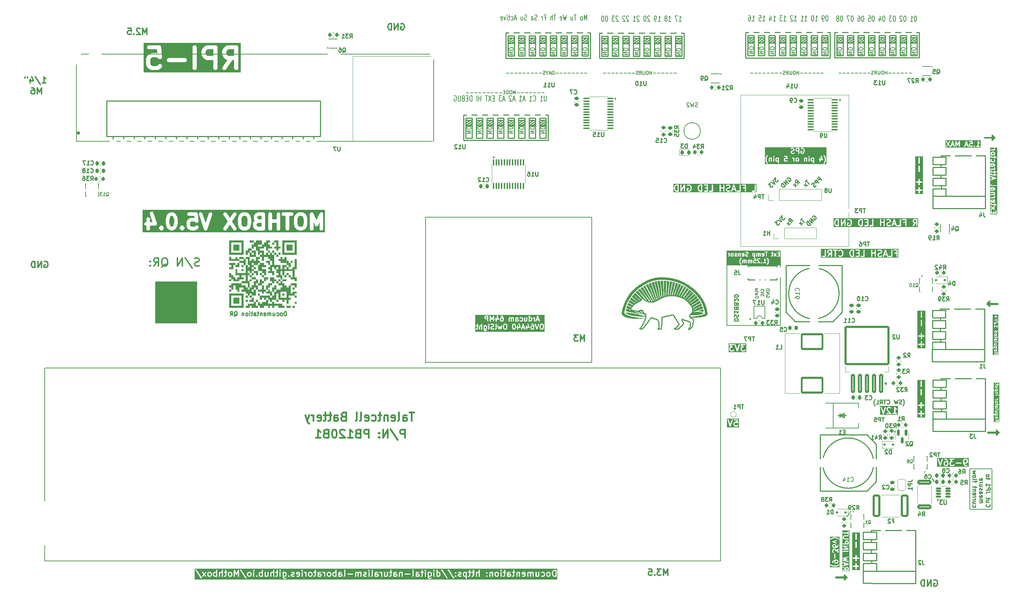
<source format=gbr>
%TF.GenerationSoftware,KiCad,Pcbnew,9.0.2*%
%TF.CreationDate,2025-12-28T14:46:49-05:00*%
%TF.ProjectId,Mothbox_5.0.4,4d6f7468-626f-4785-9f35-2e302e342e6b,5.0.4*%
%TF.SameCoordinates,Original*%
%TF.FileFunction,Legend,Bot*%
%TF.FilePolarity,Positive*%
%FSLAX46Y46*%
G04 Gerber Fmt 4.6, Leading zero omitted, Abs format (unit mm)*
G04 Created by KiCad (PCBNEW 9.0.2) date 2025-12-28 14:46:49*
%MOMM*%
%LPD*%
G01*
G04 APERTURE LIST*
G04 Aperture macros list*
%AMRoundRect*
0 Rectangle with rounded corners*
0 $1 Rounding radius*
0 $2 $3 $4 $5 $6 $7 $8 $9 X,Y pos of 4 corners*
0 Add a 4 corners polygon primitive as box body*
4,1,4,$2,$3,$4,$5,$6,$7,$8,$9,$2,$3,0*
0 Add four circle primitives for the rounded corners*
1,1,$1+$1,$2,$3*
1,1,$1+$1,$4,$5*
1,1,$1+$1,$6,$7*
1,1,$1+$1,$8,$9*
0 Add four rect primitives between the rounded corners*
20,1,$1+$1,$2,$3,$4,$5,0*
20,1,$1+$1,$4,$5,$6,$7,0*
20,1,$1+$1,$6,$7,$8,$9,0*
20,1,$1+$1,$8,$9,$2,$3,0*%
%AMFreePoly0*
4,1,23,0.500000,-0.750000,0.000000,-0.750000,0.000000,-0.745722,-0.065263,-0.745722,-0.191342,-0.711940,-0.304381,-0.646677,-0.396677,-0.554381,-0.461940,-0.441342,-0.495722,-0.315263,-0.495722,-0.250000,-0.500000,-0.250000,-0.500000,0.250000,-0.495722,0.250000,-0.495722,0.315263,-0.461940,0.441342,-0.396677,0.554381,-0.304381,0.646677,-0.191342,0.711940,-0.065263,0.745722,0.000000,0.745722,
0.000000,0.750000,0.500000,0.750000,0.500000,-0.750000,0.500000,-0.750000,$1*%
%AMFreePoly1*
4,1,23,0.000000,0.745722,0.065263,0.745722,0.191342,0.711940,0.304381,0.646677,0.396677,0.554381,0.461940,0.441342,0.495722,0.315263,0.495722,0.250000,0.500000,0.250000,0.500000,-0.250000,0.495722,-0.250000,0.495722,-0.315263,0.461940,-0.441342,0.396677,-0.554381,0.304381,-0.646677,0.191342,-0.711940,0.065263,-0.745722,0.000000,-0.745722,0.000000,-0.750000,-0.500000,-0.750000,
-0.500000,0.750000,0.000000,0.750000,0.000000,0.745722,0.000000,0.745722,$1*%
G04 Aperture macros list end*
%ADD10C,0.000000*%
%ADD11C,0.300000*%
%ADD12C,0.238124*%
%ADD13C,0.250000*%
%ADD14C,0.100000*%
%ADD15C,0.500000*%
%ADD16C,0.200000*%
%ADD17C,0.150000*%
%ADD18C,0.270000*%
%ADD19C,0.230000*%
%ADD20C,0.240000*%
%ADD21C,0.260000*%
%ADD22C,0.220000*%
%ADD23C,0.320000*%
%ADD24C,0.160000*%
%ADD25C,0.875000*%
%ADD26C,1.000000*%
%ADD27C,0.400000*%
%ADD28C,0.350000*%
%ADD29C,0.130000*%
%ADD30C,0.170000*%
%ADD31C,0.050000*%
%ADD32C,0.120000*%
%ADD33C,0.127000*%
%ADD34C,3.200000*%
%ADD35C,1.000000*%
%ADD36C,12.800000*%
%ADD37R,1.700000X1.700000*%
%ADD38C,1.700000*%
%ADD39R,1.800000X1.780000*%
%ADD40C,1.800000*%
%ADD41RoundRect,0.225000X0.225000X0.250000X-0.225000X0.250000X-0.225000X-0.250000X0.225000X-0.250000X0*%
%ADD42RoundRect,0.225000X-0.225000X-0.250000X0.225000X-0.250000X0.225000X0.250000X-0.225000X0.250000X0*%
%ADD43RoundRect,0.200000X-0.200000X-0.275000X0.200000X-0.275000X0.200000X0.275000X-0.200000X0.275000X0*%
%ADD44RoundRect,0.225000X0.250000X-0.225000X0.250000X0.225000X-0.250000X0.225000X-0.250000X-0.225000X0*%
%ADD45R,0.450000X0.400000*%
%ADD46R,0.910000X0.400000*%
%ADD47R,0.910000X0.810000*%
%ADD48R,1.100000X2.200000*%
%ADD49RoundRect,0.218750X-0.218750X-0.256250X0.218750X-0.256250X0.218750X0.256250X-0.218750X0.256250X0*%
%ADD50R,1.600000X5.000000*%
%ADD51RoundRect,0.200000X0.275000X-0.200000X0.275000X0.200000X-0.275000X0.200000X-0.275000X-0.200000X0*%
%ADD52RoundRect,0.200000X-0.275000X0.200000X-0.275000X-0.200000X0.275000X-0.200000X0.275000X0.200000X0*%
%ADD53RoundRect,0.100000X0.637500X0.100000X-0.637500X0.100000X-0.637500X-0.100000X0.637500X-0.100000X0*%
%ADD54FreePoly0,90.000000*%
%ADD55FreePoly1,90.000000*%
%ADD56RoundRect,0.225000X-0.250000X0.225000X-0.250000X-0.225000X0.250000X-0.225000X0.250000X0.225000X0*%
%ADD57RoundRect,0.125000X-0.537500X-0.125000X0.537500X-0.125000X0.537500X0.125000X-0.537500X0.125000X0*%
%ADD58R,0.700000X2.000000*%
%ADD59R,2.000000X2.400000*%
%ADD60R,2.080000X0.980000*%
%ADD61RoundRect,0.200000X0.200000X0.275000X-0.200000X0.275000X-0.200000X-0.275000X0.200000X-0.275000X0*%
%ADD62RoundRect,0.112500X0.187500X0.112500X-0.187500X0.112500X-0.187500X-0.112500X0.187500X-0.112500X0*%
%ADD63R,0.400000X0.750000*%
%ADD64R,0.400000X0.800000*%
%ADD65R,2.600000X2.000000*%
%ADD66RoundRect,0.250000X-1.425000X0.362500X-1.425000X-0.362500X1.425000X-0.362500X1.425000X0.362500X0*%
%ADD67RoundRect,0.250000X0.300000X-2.050000X0.300000X2.050000X-0.300000X2.050000X-0.300000X-2.050000X0*%
%ADD68RoundRect,0.250002X5.149998X-4.449998X5.149998X4.449998X-5.149998X4.449998X-5.149998X-4.449998X0*%
%ADD69RoundRect,0.112500X-0.187500X-0.112500X0.187500X-0.112500X0.187500X0.112500X-0.187500X0.112500X0*%
%ADD70C,4.204000*%
%ADD71RoundRect,0.100000X-0.100000X0.637500X-0.100000X-0.637500X0.100000X-0.637500X0.100000X0.637500X0*%
%ADD72RoundRect,0.250000X2.500000X-1.750000X2.500000X1.750000X-2.500000X1.750000X-2.500000X-1.750000X0*%
%ADD73R,5.000000X1.600000*%
%ADD74RoundRect,0.250000X-0.712500X-2.475000X0.712500X-2.475000X0.712500X2.475000X-0.712500X2.475000X0*%
%ADD75R,2.700000X3.300000*%
%ADD76R,0.400000X0.450000*%
%ADD77R,0.400000X0.910000*%
%ADD78R,0.810000X0.910000*%
%ADD79RoundRect,0.150000X-0.150000X0.587500X-0.150000X-0.587500X0.150000X-0.587500X0.150000X0.587500X0*%
%ADD80R,1.400000X0.410000*%
G04 APERTURE END LIST*
D10*
G36*
X-13625126Y14243454D02*
G01*
X-14117250Y14243454D01*
X-14117250Y14735578D01*
X-13625126Y14735578D01*
X-13625126Y14243454D01*
G37*
G36*
X73781852Y8675724D02*
G01*
X73875583Y8671631D01*
X73969127Y8665306D01*
X74062300Y8656749D01*
X74154914Y8645959D01*
X74250149Y8633340D01*
X74345290Y8619418D01*
X74534922Y8588412D01*
X74723066Y8554429D01*
X74908977Y8518958D01*
X75607477Y8376083D01*
X76210726Y8257021D01*
X76584409Y8170576D01*
X76955859Y8077435D01*
X77325821Y7976852D01*
X77510477Y7923537D01*
X77695039Y7868084D01*
X77812738Y7832117D01*
X77870703Y7813669D01*
X77928203Y7794662D01*
X77985332Y7774911D01*
X78042181Y7754230D01*
X78098844Y7732433D01*
X78155415Y7709333D01*
X78147477Y7637897D01*
X78083977Y7637897D01*
X77489657Y7663694D01*
X77194357Y7680313D01*
X76901289Y7701397D01*
X76528227Y7734139D01*
X76340951Y7751627D01*
X76247779Y7761626D01*
X76155164Y7772834D01*
X75401102Y7876022D01*
X75293961Y7891649D01*
X75186913Y7908764D01*
X75080052Y7927368D01*
X74973469Y7947460D01*
X74867258Y7969040D01*
X74761513Y7992108D01*
X74656325Y8016665D01*
X74551789Y8042710D01*
X74445362Y8070646D01*
X74340329Y8101001D01*
X74236599Y8133960D01*
X74134078Y8169710D01*
X74032674Y8208437D01*
X73932292Y8250325D01*
X73832841Y8295563D01*
X73734227Y8344335D01*
X73680680Y8371884D01*
X73627319Y8401014D01*
X73574330Y8431818D01*
X73521899Y8464390D01*
X73470212Y8498822D01*
X73444706Y8516764D01*
X73419455Y8535207D01*
X73394484Y8554161D01*
X73369815Y8573639D01*
X73345472Y8593651D01*
X73321477Y8614210D01*
X73319989Y8615789D01*
X73318500Y8617543D01*
X73317012Y8619459D01*
X73315524Y8621527D01*
X73314036Y8623734D01*
X73312547Y8626070D01*
X73309571Y8631077D01*
X73306594Y8636456D01*
X73303618Y8642115D01*
X73297664Y8653897D01*
X73359180Y8664811D01*
X73372233Y8666842D01*
X73384729Y8668408D01*
X73390825Y8668987D01*
X73396852Y8669415D01*
X73402832Y8669681D01*
X73408789Y8669772D01*
X73501404Y8674609D01*
X73594576Y8677213D01*
X73688121Y8677585D01*
X73781852Y8675724D01*
G37*
G36*
X-16577875Y25562328D02*
G01*
X-17070000Y25562328D01*
X-17070000Y26054453D01*
X-16577875Y26054453D01*
X-16577875Y25562328D01*
G37*
G36*
X-12148750Y9814329D02*
G01*
X-12640875Y9814329D01*
X-12640875Y10306454D01*
X-12148750Y10306454D01*
X-12148750Y9814329D01*
G37*
G36*
X-10180251Y19656828D02*
G01*
X-10672375Y19656828D01*
X-10672375Y20148953D01*
X-10180251Y20148953D01*
X-10180251Y19656828D01*
G37*
G36*
X-12640875Y20641078D02*
G01*
X-13133001Y20641078D01*
X-13133001Y21133203D01*
X-12640875Y21133203D01*
X-12640875Y20641078D01*
G37*
G36*
X-17070000Y15719829D02*
G01*
X-17562125Y15719829D01*
X-17562125Y16211953D01*
X-17070000Y16211953D01*
X-17070000Y15719829D01*
G37*
G36*
X-14117250Y25562328D02*
G01*
X-14609375Y25562328D01*
X-14609375Y26054453D01*
X-14117250Y26054453D01*
X-14117250Y25562328D01*
G37*
G36*
X-14609375Y10306454D02*
G01*
X-15101501Y10306454D01*
X-15101501Y10798579D01*
X-14609375Y10798579D01*
X-14609375Y10306454D01*
G37*
G36*
X-17562125Y15719829D02*
G01*
X-18054250Y15719829D01*
X-18054250Y16211953D01*
X-17562125Y16211953D01*
X-17562125Y15719829D01*
G37*
G36*
X-15101501Y9814329D02*
G01*
X-15593625Y9814329D01*
X-15593625Y10306454D01*
X-15101501Y10306454D01*
X-15101501Y9814329D01*
G37*
G36*
X-11164501Y16704078D02*
G01*
X-11656626Y16704078D01*
X-11656626Y17196204D01*
X-11164501Y17196204D01*
X-11164501Y16704078D01*
G37*
G36*
X-15101501Y11290704D02*
G01*
X-15593625Y11290704D01*
X-15593625Y11782829D01*
X-15101501Y11782829D01*
X-15101501Y11290704D01*
G37*
G36*
X-11656626Y11782829D02*
G01*
X-12148750Y11782829D01*
X-12148750Y12274954D01*
X-11656626Y12274954D01*
X-11656626Y11782829D01*
G37*
G36*
X-13625126Y14735578D02*
G01*
X-14117250Y14735578D01*
X-14117250Y15227704D01*
X-13625126Y15227704D01*
X-13625126Y14735578D01*
G37*
G36*
X-12640875Y10306454D02*
G01*
X-13133001Y10306454D01*
X-13133001Y10798579D01*
X-12640875Y10798579D01*
X-12640875Y10306454D01*
G37*
D11*
X161547418Y50171694D02*
X162147729Y50784513D01*
D10*
G36*
X-21007000Y19164704D02*
G01*
X-21499125Y19164704D01*
X-21499125Y19656828D01*
X-21007000Y19656828D01*
X-21007000Y19164704D01*
G37*
G36*
X-14117250Y17688329D02*
G01*
X-14609375Y17688329D01*
X-14609375Y18180453D01*
X-14117250Y18180453D01*
X-14117250Y17688329D01*
G37*
G36*
X-10180251Y11290704D02*
G01*
X-10672375Y11290704D01*
X-10672375Y11782829D01*
X-10180251Y11782829D01*
X-10180251Y11290704D01*
G37*
G36*
X-11656626Y22117453D02*
G01*
X-12148750Y22117453D01*
X-12148750Y22609578D01*
X-11656626Y22609578D01*
X-11656626Y22117453D01*
G37*
G36*
X89344963Y13720625D02*
G01*
X89397642Y13674860D01*
X89449949Y13628352D01*
X89502070Y13581099D01*
X89606497Y13484360D01*
X89712413Y13384646D01*
X89672726Y13344958D01*
X89236164Y12908396D01*
X88879968Y12551208D01*
X88703731Y12372614D01*
X88529726Y12194021D01*
X87966163Y11630458D01*
X87929746Y11662844D01*
X87892121Y11694578D01*
X87853565Y11725755D01*
X87814358Y11756466D01*
X87656601Y11876520D01*
X88632914Y13011583D01*
X89236164Y13710084D01*
X89239055Y13713149D01*
X89241807Y13716378D01*
X89244465Y13719746D01*
X89247078Y13723230D01*
X89252349Y13730454D01*
X89255101Y13734148D01*
X89257992Y13737865D01*
X89261069Y13741581D01*
X89264379Y13745275D01*
X89267968Y13748922D01*
X89271883Y13752499D01*
X89273976Y13754255D01*
X89276169Y13755984D01*
X89278466Y13757684D01*
X89280874Y13759352D01*
X89283398Y13760985D01*
X89286044Y13762580D01*
X89288818Y13764135D01*
X89291726Y13765646D01*
X89344963Y13720625D01*
G37*
G36*
X-7227501Y11782829D02*
G01*
X-7719626Y11782829D01*
X-7719626Y12274954D01*
X-7227501Y12274954D01*
X-7227501Y11782829D01*
G37*
G36*
X82071579Y16368153D02*
G01*
X82163186Y16365006D01*
X82247072Y16360092D01*
X82315889Y16353503D01*
X82342351Y16349610D01*
X82362290Y16345333D01*
X82370227Y16273895D01*
X82386103Y15829395D01*
X82401978Y15281708D01*
X82417852Y14868957D01*
X82449601Y13956145D01*
X82465476Y13408457D01*
X82468097Y13357515D01*
X82470065Y13306014D01*
X82472422Y13202083D01*
X82473291Y13098151D01*
X82473415Y12995708D01*
X82489290Y12503584D01*
X82453231Y12491321D01*
X82416613Y12478407D01*
X82342447Y12450998D01*
X82268281Y12422100D01*
X82195603Y12392459D01*
X81814603Y15932583D01*
X81811270Y15983526D01*
X81807285Y16035026D01*
X81797736Y16138958D01*
X81786698Y16242890D01*
X81774916Y16345333D01*
X81774916Y16353270D01*
X81774916Y16361208D01*
X81796250Y16363907D01*
X81823920Y16366060D01*
X81894598Y16368773D01*
X81979600Y16369440D01*
X82071579Y16368153D01*
G37*
G36*
X-8211751Y13751329D02*
G01*
X-8703876Y13751329D01*
X-8703876Y14243454D01*
X-8211751Y14243454D01*
X-8211751Y13751329D01*
G37*
G36*
X-13625126Y22609578D02*
G01*
X-14117250Y22609578D01*
X-14117250Y23101703D01*
X-13625126Y23101703D01*
X-13625126Y22609578D01*
G37*
G36*
X-16577875Y11290704D02*
G01*
X-17070000Y11290704D01*
X-17070000Y11782829D01*
X-16577875Y11782829D01*
X-16577875Y11290704D01*
G37*
G36*
X-14117250Y22117453D02*
G01*
X-14609375Y22117453D01*
X-14609375Y22609578D01*
X-14117250Y22609578D01*
X-14117250Y22117453D01*
G37*
G36*
X-11164501Y10798579D02*
G01*
X-11656626Y10798579D01*
X-11656626Y11290704D01*
X-11164501Y11290704D01*
X-11164501Y10798579D01*
G37*
G36*
X-11164501Y20641078D02*
G01*
X-11656626Y20641078D01*
X-11656626Y21133203D01*
X-11164501Y21133203D01*
X-11164501Y20641078D01*
G37*
G36*
X-15593625Y15227704D02*
G01*
X-16085750Y15227704D01*
X-16085750Y15719829D01*
X-15593625Y15719829D01*
X-15593625Y15227704D01*
G37*
G36*
X-15593625Y22609578D02*
G01*
X-16085750Y22609578D01*
X-16085750Y23101703D01*
X-15593625Y23101703D01*
X-15593625Y22609578D01*
G37*
G36*
X-8211751Y19656828D02*
G01*
X-8703876Y19656828D01*
X-8703876Y20148953D01*
X-8211751Y20148953D01*
X-8211751Y19656828D01*
G37*
G36*
X-19530625Y14243454D02*
G01*
X-20022750Y14243454D01*
X-20022750Y14735578D01*
X-19530625Y14735578D01*
X-19530625Y14243454D01*
G37*
G36*
X-14117250Y23101703D02*
G01*
X-14609375Y23101703D01*
X-14609375Y23593828D01*
X-14117250Y23593828D01*
X-14117250Y23101703D01*
G37*
G36*
X-14117250Y15719829D02*
G01*
X-14609375Y15719829D01*
X-14609375Y16211953D01*
X-14117250Y16211953D01*
X-14117250Y15719829D01*
G37*
G36*
X-15593625Y25070203D02*
G01*
X-16085750Y25070203D01*
X-16085750Y25562328D01*
X-15593625Y25562328D01*
X-15593625Y25070203D01*
G37*
G36*
X-8703876Y19656828D02*
G01*
X-9196000Y19656828D01*
X-9196000Y20148953D01*
X-8703876Y20148953D01*
X-8703876Y19656828D01*
G37*
G36*
X-19038500Y17688329D02*
G01*
X-19530625Y17688329D01*
X-19530625Y18180453D01*
X-19038500Y18180453D01*
X-19038500Y17688329D01*
G37*
G36*
X86826140Y15337255D02*
G01*
X86827628Y15337218D01*
X86829117Y15337146D01*
X86830605Y15337028D01*
X86832093Y15336852D01*
X86833581Y15336606D01*
X86835069Y15336278D01*
X86836558Y15335858D01*
X86838046Y15335332D01*
X86839534Y15334691D01*
X86841023Y15333922D01*
X86842511Y15333013D01*
X86843255Y15332503D01*
X86843999Y15331953D01*
X86844744Y15331363D01*
X86845488Y15330730D01*
X86846232Y15330054D01*
X86846976Y15329333D01*
X87299413Y15099145D01*
X87300157Y15099100D01*
X87300903Y15098965D01*
X87301652Y15098746D01*
X87302405Y15098448D01*
X87303164Y15098073D01*
X87303931Y15097628D01*
X87305491Y15096541D01*
X87307097Y15095221D01*
X87308762Y15093704D01*
X87312312Y15090216D01*
X87316235Y15086355D01*
X87318365Y15084373D01*
X87320622Y15082402D01*
X87323019Y15080478D01*
X87325568Y15078635D01*
X87326902Y15077755D01*
X87328279Y15076908D01*
X87329699Y15076100D01*
X87331164Y15075333D01*
X86005602Y12575021D01*
X85640476Y12662333D01*
X86461015Y14523676D01*
X86719852Y15109067D01*
X86823163Y15337270D01*
X86826140Y15337255D01*
G37*
G36*
X-18054250Y21133203D02*
G01*
X-18546375Y21133203D01*
X-18546375Y21625328D01*
X-18054250Y21625328D01*
X-18054250Y21133203D01*
G37*
G36*
X-13133001Y25070203D02*
G01*
X-13625126Y25070203D01*
X-13625126Y25562328D01*
X-13133001Y25562328D01*
X-13133001Y25070203D01*
G37*
G36*
X-13133001Y11782829D02*
G01*
X-13625126Y11782829D01*
X-13625126Y12274954D01*
X-13133001Y12274954D01*
X-13133001Y11782829D01*
G37*
G36*
X-15593625Y18180453D02*
G01*
X-16085750Y18180453D01*
X-16085750Y18672578D01*
X-15593625Y18672578D01*
X-15593625Y18180453D01*
G37*
G36*
X-16085750Y22117453D02*
G01*
X-16577875Y22117453D01*
X-16577875Y22609578D01*
X-16085750Y22609578D01*
X-16085750Y22117453D01*
G37*
G36*
X-13625126Y13751329D02*
G01*
X-14117250Y13751329D01*
X-14117250Y14243454D01*
X-13625126Y14243454D01*
X-13625126Y13751329D01*
G37*
D11*
X162543080Y-19621990D02*
X162543080Y-20847627D01*
D10*
G36*
X-19530625Y14735578D02*
G01*
X-20022750Y14735578D01*
X-20022750Y15227704D01*
X-19530625Y15227704D01*
X-19530625Y14735578D01*
G37*
G36*
X-16085750Y10306454D02*
G01*
X-16577875Y10306454D01*
X-16577875Y10798579D01*
X-16085750Y10798579D01*
X-16085750Y10306454D01*
G37*
G36*
X-12148750Y18180453D02*
G01*
X-12640875Y18180453D01*
X-12640875Y18672578D01*
X-12148750Y18672578D01*
X-12148750Y18180453D01*
G37*
G36*
X-20022750Y18672578D02*
G01*
X-20514875Y18672578D01*
X-20514875Y19164704D01*
X-20022750Y19164704D01*
X-20022750Y18672578D01*
G37*
G36*
X-16577875Y20148953D02*
G01*
X-17070000Y20148953D01*
X-17070000Y20641078D01*
X-16577875Y20641078D01*
X-16577875Y20148953D01*
G37*
D11*
X125961449Y-54500191D02*
X125961449Y-55725830D01*
D10*
G36*
X91823418Y10152068D02*
G01*
X91846114Y10086367D01*
X91868066Y10020293D01*
X91889274Y9953662D01*
X91909738Y9886286D01*
X91929457Y9817980D01*
X91948433Y9748558D01*
X91966665Y9677834D01*
X91962380Y9675037D01*
X91958432Y9672578D01*
X91954787Y9670421D01*
X91951409Y9668531D01*
X91948263Y9666874D01*
X91945316Y9665415D01*
X91942531Y9664119D01*
X91939874Y9662950D01*
X91934805Y9660857D01*
X91929829Y9658857D01*
X91924667Y9656672D01*
X91921928Y9655422D01*
X91919039Y9654021D01*
X90109289Y9011083D01*
X90100018Y9008122D01*
X90090189Y9005254D01*
X90079988Y9002572D01*
X90069601Y9000169D01*
X90059214Y8998138D01*
X90054079Y8997292D01*
X90049013Y8996573D01*
X90044041Y8995993D01*
X90039184Y8995565D01*
X90034468Y8995300D01*
X90029914Y8995209D01*
X89968103Y8985907D01*
X89907502Y8975861D01*
X89847831Y8965071D01*
X89788812Y8953537D01*
X89730164Y8941258D01*
X89671610Y8928236D01*
X89553664Y8899958D01*
X89535836Y8905602D01*
X89518193Y8910873D01*
X89500923Y8916144D01*
X89492485Y8918895D01*
X89484210Y8921787D01*
X89476121Y8924864D01*
X89468242Y8928174D01*
X89460595Y8931763D01*
X89453204Y8935677D01*
X89446092Y8939964D01*
X89439283Y8944669D01*
X89432799Y8949839D01*
X89429686Y8952613D01*
X89426663Y8955521D01*
X89420918Y8961497D01*
X89415579Y8967518D01*
X89410635Y8973583D01*
X89406076Y8979690D01*
X89401888Y8985838D01*
X89398061Y8992025D01*
X89394582Y8998249D01*
X89391441Y9004510D01*
X89388625Y9010806D01*
X89386123Y9017136D01*
X89383924Y9023497D01*
X89382015Y9029889D01*
X89379023Y9042758D01*
X89377054Y9055732D01*
X89376015Y9068799D01*
X89375814Y9081948D01*
X89376356Y9095166D01*
X89377550Y9108442D01*
X89379302Y9121765D01*
X89381519Y9135123D01*
X89386975Y9161896D01*
X90585538Y9692716D01*
X91784099Y10217584D01*
X91792039Y10217584D01*
X91799977Y10217584D01*
X91823418Y10152068D01*
G37*
G36*
X-9196000Y13751329D02*
G01*
X-9688126Y13751329D01*
X-9688126Y14243454D01*
X-9196000Y14243454D01*
X-9196000Y13751329D01*
G37*
G36*
X-18546375Y14735578D02*
G01*
X-19038500Y14735578D01*
X-19038500Y15227704D01*
X-18546375Y15227704D01*
X-18546375Y14735578D01*
G37*
G36*
X-19530625Y23593828D02*
G01*
X-21007000Y23593828D01*
X-21007000Y25070203D01*
X-19530625Y25070203D01*
X-19530625Y23593828D01*
G37*
G36*
X-15101501Y25070203D02*
G01*
X-15593625Y25070203D01*
X-15593625Y25562328D01*
X-15101501Y25562328D01*
X-15101501Y25070203D01*
G37*
G36*
X-15593625Y19164704D02*
G01*
X-16085750Y19164704D01*
X-16085750Y19656828D01*
X-15593625Y19656828D01*
X-15593625Y19164704D01*
G37*
G36*
X-15593625Y10798579D02*
G01*
X-16085750Y10798579D01*
X-16085750Y11290704D01*
X-15593625Y11290704D01*
X-15593625Y10798579D01*
G37*
G36*
X-7227501Y19656828D02*
G01*
X-7719626Y19656828D01*
X-7719626Y20148953D01*
X-7227501Y20148953D01*
X-7227501Y19656828D01*
G37*
G36*
X-12640875Y25562328D02*
G01*
X-13133001Y25562328D01*
X-13133001Y26054453D01*
X-12640875Y26054453D01*
X-12640875Y25562328D01*
G37*
D11*
X163143391Y-20234808D02*
X162543080Y-19621990D01*
D10*
G36*
X-16085750Y12767079D02*
G01*
X-16577875Y12767079D01*
X-16577875Y13259203D01*
X-16085750Y13259203D01*
X-16085750Y12767079D01*
G37*
G36*
X-21007000Y20148953D02*
G01*
X-21499125Y20148953D01*
X-21499125Y20641078D01*
X-21007000Y20641078D01*
X-21007000Y20148953D01*
G37*
G36*
X-12148750Y24578078D02*
G01*
X-12640875Y24578078D01*
X-12640875Y25070203D01*
X-12148750Y25070203D01*
X-12148750Y24578078D01*
G37*
G36*
X-6243251Y18672578D02*
G01*
X-6735376Y18672578D01*
X-6735376Y19164704D01*
X-6243251Y19164704D01*
X-6243251Y18672578D01*
G37*
G36*
X-18546375Y13751329D02*
G01*
X-19038500Y13751329D01*
X-19038500Y14243454D01*
X-18546375Y14243454D01*
X-18546375Y13751329D01*
G37*
G36*
X-17562125Y19164704D02*
G01*
X-18054250Y19164704D01*
X-18054250Y19656828D01*
X-17562125Y19656828D01*
X-17562125Y19164704D01*
G37*
G36*
X-13133001Y16704078D02*
G01*
X-13625126Y16704078D01*
X-13625126Y17196204D01*
X-13133001Y17196204D01*
X-13133001Y16704078D01*
G37*
G36*
X78068117Y15247338D02*
G01*
X78068154Y15246278D01*
X78068225Y15245369D01*
X78068278Y15244967D01*
X78068344Y15244600D01*
X78068424Y15244264D01*
X78068520Y15243958D01*
X78068634Y15243682D01*
X78068766Y15243433D01*
X78068919Y15243210D01*
X78069094Y15243012D01*
X78069291Y15242838D01*
X78069514Y15242685D01*
X78069763Y15242552D01*
X78070039Y15242439D01*
X78070345Y15242343D01*
X78070681Y15242262D01*
X78071049Y15242197D01*
X78071450Y15242144D01*
X78072359Y15242073D01*
X78073419Y15242036D01*
X78076039Y15242020D01*
X78079357Y15235711D01*
X78083232Y15228750D01*
X78091914Y15213247D01*
X78096348Y15204891D01*
X78100596Y15196256D01*
X78102592Y15191862D01*
X78104471Y15187434D01*
X78106212Y15182983D01*
X78107789Y15178520D01*
X79109899Y13242763D01*
X80123915Y11312958D01*
X80088196Y11304400D01*
X80052477Y11296587D01*
X80016758Y11289517D01*
X79981040Y11283192D01*
X79945321Y11277611D01*
X79909602Y11272774D01*
X79873883Y11268681D01*
X79838165Y11265333D01*
X78425290Y13559270D01*
X77607727Y14892770D01*
X77604752Y14897146D01*
X77601789Y14901359D01*
X77595945Y14909389D01*
X77590286Y14917048D01*
X77584907Y14924520D01*
X77582350Y14928245D01*
X77579899Y14931992D01*
X77577564Y14935787D01*
X77575357Y14939651D01*
X77573289Y14943608D01*
X77571372Y14947681D01*
X77569619Y14951894D01*
X77568039Y14956270D01*
X77568062Y14957014D01*
X77568128Y14957757D01*
X77568235Y14958496D01*
X77568380Y14959231D01*
X77568560Y14959961D01*
X77568772Y14960683D01*
X77569012Y14961396D01*
X77569279Y14962099D01*
X77569570Y14962791D01*
X77569880Y14963469D01*
X77570208Y14964133D01*
X77570551Y14964781D01*
X77570905Y14965412D01*
X77571268Y14966023D01*
X77572008Y14967184D01*
X77572748Y14968252D01*
X77573465Y14969215D01*
X77574136Y14970062D01*
X77574737Y14970781D01*
X77575636Y14971788D01*
X77575977Y14972145D01*
X77587792Y14978187D01*
X77599433Y14984392D01*
X77622237Y14997198D01*
X77644484Y15010375D01*
X77666266Y15023739D01*
X77708806Y15050280D01*
X77729750Y15063085D01*
X77750602Y15075332D01*
X78060164Y15249958D01*
X78068101Y15249958D01*
X78068117Y15247338D01*
G37*
G36*
X88126200Y14608074D02*
G01*
X88185313Y14572294D01*
X88256146Y14527583D01*
X88332281Y14478036D01*
X88407300Y14427744D01*
X88474784Y14380801D01*
X88528316Y14341300D01*
X88547844Y14325619D01*
X88561476Y14313333D01*
X88561461Y14310713D01*
X88561424Y14309653D01*
X88561352Y14308744D01*
X88561300Y14308343D01*
X88561234Y14307975D01*
X88561154Y14307639D01*
X88561058Y14307333D01*
X88560944Y14307057D01*
X88560812Y14306808D01*
X88560659Y14306585D01*
X88560484Y14306388D01*
X88560286Y14306213D01*
X88560064Y14306060D01*
X88559815Y14305928D01*
X88559539Y14305814D01*
X88559233Y14305718D01*
X88558897Y14305638D01*
X88558530Y14305572D01*
X88558128Y14305519D01*
X88557219Y14305448D01*
X88556160Y14305411D01*
X88553540Y14305395D01*
X87784594Y13269552D01*
X87021602Y12233708D01*
X86842016Y12305146D01*
X86750362Y12340865D01*
X86656477Y12376583D01*
X86972984Y12872677D01*
X87128633Y13119980D01*
X87283539Y13368771D01*
X88045539Y14575271D01*
X88085226Y14630833D01*
X88126200Y14608074D01*
G37*
G36*
X-16085750Y21133203D02*
G01*
X-16577875Y21133203D01*
X-16577875Y21625328D01*
X-16085750Y21625328D01*
X-16085750Y21133203D01*
G37*
G36*
X-9688126Y19164704D02*
G01*
X-10180251Y19164704D01*
X-10180251Y19656828D01*
X-9688126Y19656828D01*
X-9688126Y19164704D01*
G37*
G36*
X-5751126Y25537722D02*
G01*
X-5751126Y23126309D01*
X-5751126Y22609578D01*
X-6267858Y22609578D01*
X-8679270Y22609578D01*
X-9196000Y22609578D01*
X-9196000Y23126309D01*
X-9196000Y25537722D01*
X-8679270Y25537722D01*
X-8679270Y23126309D01*
X-6267858Y23126309D01*
X-6267858Y25537722D01*
X-8679270Y25537722D01*
X-9196000Y25537722D01*
X-9196000Y26054453D01*
X-8679270Y26054453D01*
X-6267858Y26054453D01*
X-5751126Y26054453D01*
X-5751126Y25537722D01*
G37*
G36*
X-10672375Y22609578D02*
G01*
X-11164501Y22609578D01*
X-11164501Y23101703D01*
X-10672375Y23101703D01*
X-10672375Y22609578D01*
G37*
G36*
X-11164501Y19656828D02*
G01*
X-11656626Y19656828D01*
X-11656626Y20148953D01*
X-11164501Y20148953D01*
X-11164501Y19656828D01*
G37*
G36*
X-9196000Y9814329D02*
G01*
X-9688126Y9814329D01*
X-9688126Y10306454D01*
X-9196000Y10306454D01*
X-9196000Y9814329D01*
G37*
G36*
X-13625126Y21625328D02*
G01*
X-14117250Y21625328D01*
X-14117250Y22117453D01*
X-13625126Y22117453D01*
X-13625126Y21625328D01*
G37*
G36*
X-21499125Y19164704D02*
G01*
X-21991250Y19164704D01*
X-21991250Y19656828D01*
X-21499125Y19656828D01*
X-21499125Y19164704D01*
G37*
G36*
X-11164501Y9814329D02*
G01*
X-11656626Y9814329D01*
X-11656626Y10306454D01*
X-11164501Y10306454D01*
X-11164501Y9814329D01*
G37*
G36*
X-13133001Y19656828D02*
G01*
X-13625126Y19656828D01*
X-13625126Y20148953D01*
X-13133001Y20148953D01*
X-13133001Y19656828D01*
G37*
G36*
X-9688126Y16211953D02*
G01*
X-10180251Y16211953D01*
X-10180251Y16704078D01*
X-9688126Y16704078D01*
X-9688126Y16211953D01*
G37*
G36*
X-16577875Y19164704D02*
G01*
X-17070000Y19164704D01*
X-17070000Y19656828D01*
X-16577875Y19656828D01*
X-16577875Y19164704D01*
G37*
G36*
X-16577875Y20641078D02*
G01*
X-17070000Y20641078D01*
X-17070000Y21133203D01*
X-16577875Y21133203D01*
X-16577875Y20641078D01*
G37*
G36*
X-8703876Y17688329D02*
G01*
X-9196000Y17688329D01*
X-9196000Y18180453D01*
X-8703876Y18180453D01*
X-8703876Y17688329D01*
G37*
G36*
X-15101501Y24578078D02*
G01*
X-15593625Y24578078D01*
X-15593625Y25070203D01*
X-15101501Y25070203D01*
X-15101501Y24578078D01*
G37*
G36*
X-19038500Y17196204D02*
G01*
X-19530625Y17196204D01*
X-19530625Y17688329D01*
X-19038500Y17688329D01*
X-19038500Y17196204D01*
G37*
G36*
X-11656626Y13259203D02*
G01*
X-12148750Y13259203D01*
X-12148750Y13751329D01*
X-11656626Y13751329D01*
X-11656626Y13259203D01*
G37*
G36*
X-10180251Y18672578D02*
G01*
X-10672375Y18672578D01*
X-10672375Y19164704D01*
X-10180251Y19164704D01*
X-10180251Y18672578D01*
G37*
G36*
X-17070000Y18672578D02*
G01*
X-17562125Y18672578D01*
X-17562125Y19164704D01*
X-17070000Y19164704D01*
X-17070000Y18672578D01*
G37*
G36*
X-9688126Y13751329D02*
G01*
X-10180251Y13751329D01*
X-10180251Y14243454D01*
X-9688126Y14243454D01*
X-9688126Y13751329D01*
G37*
G36*
X-9688126Y18180453D02*
G01*
X-10180251Y18180453D01*
X-10180251Y18672578D01*
X-9688126Y18672578D01*
X-9688126Y18180453D01*
G37*
G36*
X-8703876Y11782829D02*
G01*
X-9196000Y11782829D01*
X-9196000Y12274954D01*
X-8703876Y12274954D01*
X-8703876Y11782829D01*
G37*
G36*
X-11164501Y22117453D02*
G01*
X-11656626Y22117453D01*
X-11656626Y22609578D01*
X-11164501Y22609578D01*
X-11164501Y22117453D01*
G37*
G36*
X-17070000Y21133203D02*
G01*
X-17562125Y21133203D01*
X-17562125Y21625328D01*
X-17070000Y21625328D01*
X-17070000Y21133203D01*
G37*
G36*
X-18546375Y25537722D02*
G01*
X-18546375Y23126309D01*
X-18546375Y22609578D01*
X-19063106Y22609578D01*
X-21474519Y22609578D01*
X-21991250Y22609578D01*
X-21991250Y23126309D01*
X-21991250Y25537722D01*
X-21474519Y25537722D01*
X-21474519Y23126309D01*
X-19063106Y23126309D01*
X-19063106Y25537722D01*
X-21474519Y25537722D01*
X-21991250Y25537722D01*
X-21991250Y26054453D01*
X-21474519Y26054453D01*
X-19063106Y26054453D01*
X-18546375Y26054453D01*
X-18546375Y25537722D01*
G37*
G36*
X-12640875Y25070203D02*
G01*
X-13133001Y25070203D01*
X-13133001Y25562328D01*
X-12640875Y25562328D01*
X-12640875Y25070203D01*
G37*
G36*
X-9196000Y15227704D02*
G01*
X-9688126Y15227704D01*
X-9688126Y15719829D01*
X-9196000Y15719829D01*
X-9196000Y15227704D01*
G37*
G36*
X-8703876Y13751329D02*
G01*
X-9196000Y13751329D01*
X-9196000Y14243454D01*
X-8703876Y14243454D01*
X-8703876Y13751329D01*
G37*
G36*
X-8703876Y14243454D02*
G01*
X-9196000Y14243454D01*
X-9196000Y14735578D01*
X-8703876Y14735578D01*
X-8703876Y14243454D01*
G37*
G36*
X-12640875Y11290704D02*
G01*
X-13133001Y11290704D01*
X-13133001Y11782829D01*
X-12640875Y11782829D01*
X-12640875Y11290704D01*
G37*
D11*
X160844353Y10159893D02*
X160844353Y11385530D01*
D10*
G36*
X-20022750Y17688329D02*
G01*
X-20514875Y17688329D01*
X-20514875Y18180453D01*
X-20022750Y18180453D01*
X-20022750Y17688329D01*
G37*
G36*
X-13133001Y10798579D02*
G01*
X-13625126Y10798579D01*
X-13625126Y11290704D01*
X-13133001Y11290704D01*
X-13133001Y10798579D01*
G37*
G36*
X-17070000Y19164704D02*
G01*
X-17562125Y19164704D01*
X-17562125Y19656828D01*
X-17070000Y19656828D01*
X-17070000Y19164704D01*
G37*
G36*
X-21007000Y15227704D02*
G01*
X-21499125Y15227704D01*
X-21499125Y15719829D01*
X-21007000Y15719829D01*
X-21007000Y15227704D01*
G37*
G36*
X77125462Y9300352D02*
G01*
X77140585Y9299338D01*
X77155289Y9297453D01*
X77169622Y9294683D01*
X77183629Y9291019D01*
X77197357Y9286447D01*
X77210852Y9280957D01*
X77212431Y9279469D01*
X77214185Y9277981D01*
X77216102Y9276493D01*
X77218169Y9275004D01*
X77220377Y9273516D01*
X77222712Y9272028D01*
X77227719Y9269052D01*
X77233099Y9266075D01*
X77238757Y9263099D01*
X77250539Y9257146D01*
X77265240Y9246086D01*
X77279592Y9233782D01*
X77293618Y9220293D01*
X77307342Y9205676D01*
X77320787Y9189988D01*
X77333976Y9173290D01*
X77346933Y9155638D01*
X77359680Y9137091D01*
X77372241Y9117706D01*
X77384639Y9097543D01*
X77409041Y9055111D01*
X77433071Y9010261D01*
X77456914Y8963458D01*
X77468821Y8942266D01*
X77480727Y8920422D01*
X77504539Y8875153D01*
X77528352Y8828397D01*
X77552165Y8780896D01*
X77333263Y8877386D01*
X77116594Y8975365D01*
X76686977Y9169833D01*
X76747872Y9193645D01*
X76811000Y9217458D01*
X76940977Y9265083D01*
X76962844Y9272151D01*
X76983827Y9278462D01*
X77003973Y9284006D01*
X77023328Y9288771D01*
X77041940Y9292746D01*
X77059853Y9295918D01*
X77077116Y9298277D01*
X77093774Y9299809D01*
X77109874Y9300505D01*
X77125462Y9300352D01*
G37*
G36*
X-10180251Y25562328D02*
G01*
X-10672375Y25562328D01*
X-10672375Y26054453D01*
X-10180251Y26054453D01*
X-10180251Y25562328D01*
G37*
G36*
X-20022750Y18180453D02*
G01*
X-20514875Y18180453D01*
X-20514875Y18672578D01*
X-20022750Y18672578D01*
X-20022750Y18180453D01*
G37*
D12*
X84686614Y12789207D02*
X84778267Y12788339D01*
X84868432Y12785982D01*
X84913189Y12784013D01*
X84957853Y12781393D01*
X85116603Y12773456D01*
X85122646Y12772058D01*
X85128851Y12770836D01*
X85135195Y12769776D01*
X85141656Y12768867D01*
X85154834Y12767456D01*
X85168198Y12766511D01*
X85181561Y12765937D01*
X85194739Y12765643D01*
X85219791Y12765519D01*
X85481728Y12709956D01*
X85632541Y12678206D01*
X85679809Y12668920D01*
X85726427Y12658983D01*
X85772486Y12648487D01*
X85818080Y12637527D01*
X85908245Y12614582D01*
X85997666Y12590894D01*
X86148478Y12551206D01*
X86196088Y12538943D01*
X86243604Y12526029D01*
X86290934Y12512557D01*
X86337986Y12498620D01*
X86430879Y12469723D01*
X86521541Y12440081D01*
X86561848Y12428175D01*
X86599923Y12416269D01*
X86636509Y12404362D01*
X86672352Y12392456D01*
X86719621Y12377201D01*
X86766238Y12361202D01*
X86812298Y12344459D01*
X86857892Y12326972D01*
X86903114Y12308740D01*
X86948057Y12289765D01*
X86992814Y12270045D01*
X87037478Y12249581D01*
X87055338Y12243271D01*
X87073197Y12236310D01*
X87091056Y12228792D01*
X87108916Y12220807D01*
X87126775Y12212451D01*
X87144634Y12203816D01*
X87180353Y12186081D01*
X87229342Y12160904D01*
X87280564Y12133495D01*
X87333275Y12104597D01*
X87386729Y12074956D01*
X87521666Y11987643D01*
X87536890Y11978357D01*
X87552672Y11968420D01*
X87568826Y11957924D01*
X87585166Y11946964D01*
X87601506Y11935631D01*
X87617660Y11924019D01*
X87633442Y11912222D01*
X87648666Y11900331D01*
X87726056Y11840676D01*
X87803447Y11780276D01*
X87880838Y11718389D01*
X87919533Y11686654D01*
X87958229Y11654269D01*
X88077291Y11559019D01*
X88148728Y11495518D01*
X88178122Y11471334D01*
X88206771Y11446405D01*
X88234676Y11420732D01*
X88261837Y11394315D01*
X88288254Y11367154D01*
X88313927Y11339249D01*
X88338856Y11310600D01*
X88363040Y11281206D01*
X88458290Y11162144D01*
X88490675Y11123108D01*
X88522410Y11083513D01*
X88553586Y11043546D01*
X88584298Y11003394D01*
X88704352Y10844644D01*
X88751978Y10781143D01*
X88754955Y10776770D01*
X88757932Y10772570D01*
X88760908Y10768534D01*
X88763885Y10764649D01*
X88766862Y10760903D01*
X88769838Y10757285D01*
X88772815Y10753783D01*
X88775791Y10750386D01*
X88781745Y10743859D01*
X88787698Y10737611D01*
X88793651Y10731550D01*
X88799604Y10725581D01*
X88866205Y10648191D01*
X88933550Y10570800D01*
X88966803Y10532105D01*
X88999406Y10493409D01*
X89031079Y10454714D01*
X89061542Y10416018D01*
X89148855Y10289019D01*
X89169318Y10256246D01*
X89189038Y10223287D01*
X89208014Y10189955D01*
X89226245Y10156066D01*
X89243733Y10121432D01*
X89260476Y10085868D01*
X89276475Y10049188D01*
X89291730Y10011206D01*
X89323479Y9923894D01*
X89329417Y9905694D01*
X89335261Y9886935D01*
X89340920Y9867804D01*
X89346299Y9848488D01*
X89351307Y9829171D01*
X89355849Y9810040D01*
X89359834Y9791281D01*
X89363167Y9773081D01*
X89374313Y9719844D01*
X89383879Y9667165D01*
X89391770Y9614858D01*
X89397893Y9562737D01*
X89402156Y9510616D01*
X89404466Y9458310D01*
X89404730Y9405631D01*
X89402854Y9352394D01*
X89402730Y9323868D01*
X89402435Y9310256D01*
X89401862Y9296831D01*
X89400916Y9283406D01*
X89399505Y9269794D01*
X89397536Y9255811D01*
X89394916Y9241269D01*
X89394792Y9223410D01*
X89394498Y9214481D01*
X89393924Y9205551D01*
X89393504Y9201086D01*
X89392978Y9196621D01*
X89392337Y9192156D01*
X89391568Y9187691D01*
X89390659Y9183227D01*
X89389599Y9178762D01*
X89388376Y9174297D01*
X89386979Y9169832D01*
X89380901Y9113029D01*
X89379876Y9099584D01*
X89379304Y9086395D01*
X89379314Y9073438D01*
X89380033Y9060691D01*
X89381589Y9048130D01*
X89382721Y9041912D01*
X89384110Y9035732D01*
X89385773Y9029586D01*
X89387724Y9023473D01*
X89389981Y9017388D01*
X89392559Y9011330D01*
X89395475Y9005295D01*
X89398743Y8999280D01*
X89402381Y8993283D01*
X89406403Y8987301D01*
X89410827Y8981329D01*
X89415668Y8975367D01*
X89420942Y8969411D01*
X89426666Y8963457D01*
X89429688Y8959851D01*
X89432801Y8956467D01*
X89436001Y8953295D01*
X89439285Y8950326D01*
X89442651Y8947548D01*
X89446095Y8944952D01*
X89453207Y8940264D01*
X89460598Y8936181D01*
X89468245Y8932621D01*
X89476124Y8929503D01*
X89484213Y8926746D01*
X89492488Y8924267D01*
X89500925Y8921986D01*
X89518195Y8917692D01*
X89535838Y8913212D01*
X89544741Y8910699D01*
X89553667Y8907895D01*
X89581943Y8896857D01*
X89588548Y8894126D01*
X89594966Y8891291D01*
X89601198Y8888293D01*
X89607244Y8885074D01*
X89613104Y8881576D01*
X89618778Y8877741D01*
X89621545Y8875679D01*
X89624266Y8873511D01*
X89626940Y8871229D01*
X89629568Y8868827D01*
X89632149Y8866297D01*
X89634684Y8863631D01*
X89637172Y8860824D01*
X89639614Y8857866D01*
X89642009Y8854752D01*
X89644358Y8851473D01*
X89646660Y8848023D01*
X89648916Y8844394D01*
X89653196Y8837046D01*
X89657117Y8829883D01*
X89660688Y8822907D01*
X89663922Y8816117D01*
X89666831Y8809513D01*
X89669426Y8803095D01*
X89671718Y8796863D01*
X89673720Y8790816D01*
X89675443Y8784956D01*
X89676898Y8779282D01*
X89678097Y8773794D01*
X89679053Y8768492D01*
X89679776Y8763376D01*
X89680277Y8758447D01*
X89680570Y8753703D01*
X89680665Y8749145D01*
X89679507Y8741934D01*
X89677543Y8735175D01*
X89674803Y8728854D01*
X89671317Y8722960D01*
X89667116Y8717479D01*
X89662230Y8712397D01*
X89656690Y8707702D01*
X89650527Y8703380D01*
X89643771Y8699419D01*
X89636453Y8695805D01*
X89620250Y8689567D01*
X89602164Y8684561D01*
X89582438Y8680684D01*
X89561318Y8677829D01*
X89539046Y8675893D01*
X89515867Y8674771D01*
X89492025Y8674359D01*
X89443331Y8675242D01*
X89394915Y8677707D01*
X89365258Y8678002D01*
X89336252Y8678575D01*
X89308548Y8678963D01*
X89295388Y8678942D01*
X89282798Y8678700D01*
X89270859Y8678178D01*
X89259652Y8677320D01*
X89249259Y8676066D01*
X89239762Y8674359D01*
X89231241Y8672140D01*
X89227372Y8670821D01*
X89223778Y8669352D01*
X89220469Y8667726D01*
X89217455Y8665935D01*
X89214746Y8663974D01*
X89212352Y8661833D01*
X89209467Y8660254D01*
X89206756Y8658500D01*
X89204207Y8656583D01*
X89201810Y8654515D01*
X89199553Y8652308D01*
X89197423Y8649973D01*
X89195410Y8647521D01*
X89193501Y8644965D01*
X89191685Y8642316D01*
X89189951Y8639586D01*
X89188286Y8636786D01*
X89186680Y8633927D01*
X89183595Y8628083D01*
X89180603Y8622145D01*
X89170885Y8605508D01*
X89162387Y8588395D01*
X89154843Y8570886D01*
X89147985Y8553064D01*
X89122064Y8480262D01*
X89114624Y8462091D01*
X89106266Y8444094D01*
X89096722Y8426353D01*
X89091422Y8417604D01*
X89085725Y8408949D01*
X89079597Y8400399D01*
X89073006Y8391964D01*
X89065918Y8383653D01*
X89058300Y8375478D01*
X89050118Y8367448D01*
X89041338Y8359574D01*
X89031927Y8351866D01*
X89021853Y8344333D01*
X89002962Y8331729D01*
X88984956Y8320520D01*
X88967786Y8310428D01*
X88951407Y8301173D01*
X88920835Y8284058D01*
X88906549Y8275639D01*
X88892868Y8266942D01*
X88879745Y8257687D01*
X88873378Y8252763D01*
X88867133Y8247595D01*
X88861005Y8242147D01*
X88854987Y8236386D01*
X88849073Y8230276D01*
X88843259Y8223782D01*
X88837537Y8216870D01*
X88831903Y8209504D01*
X88826350Y8201650D01*
X88820873Y8193273D01*
X88815465Y8184337D01*
X88810121Y8174809D01*
X88804836Y8164652D01*
X88799603Y8153833D01*
X88793649Y8141555D01*
X88787696Y8128533D01*
X88781743Y8114766D01*
X88775789Y8100255D01*
X88769836Y8085000D01*
X88763883Y8069001D01*
X88757930Y8052258D01*
X88751977Y8034770D01*
X88744728Y8013766D01*
X88737885Y7992494D01*
X88731484Y7971059D01*
X88725560Y7949566D01*
X88720148Y7928120D01*
X88715282Y7906825D01*
X88710997Y7885786D01*
X88707329Y7865107D01*
X88704311Y7844893D01*
X88701980Y7825249D01*
X88700370Y7806279D01*
X88699515Y7788088D01*
X88699451Y7770781D01*
X88700212Y7754463D01*
X88701834Y7739237D01*
X88704351Y7725209D01*
X88707795Y7713393D01*
X88712180Y7701753D01*
X88717519Y7690275D01*
X88723823Y7678948D01*
X88731104Y7667761D01*
X88739373Y7656701D01*
X88748641Y7645758D01*
X88758922Y7634920D01*
X88770225Y7624174D01*
X88782564Y7613510D01*
X88795949Y7602916D01*
X88810392Y7592380D01*
X88825905Y7581890D01*
X88842499Y7571436D01*
X88860186Y7561004D01*
X88878978Y7550584D01*
X88887905Y7543325D01*
X88896821Y7536414D01*
X88905714Y7529829D01*
X88914572Y7523547D01*
X88923383Y7517543D01*
X88932136Y7511795D01*
X88949422Y7500974D01*
X89013915Y7463271D01*
X89057323Y7440309D01*
X89103708Y7418731D01*
X89152325Y7398060D01*
X89202431Y7377819D01*
X89304130Y7336721D01*
X89354235Y7314910D01*
X89402853Y7291623D01*
X89449237Y7266382D01*
X89471360Y7252880D01*
X89492645Y7238711D01*
X89513001Y7223816D01*
X89532333Y7208134D01*
X89550549Y7191606D01*
X89567556Y7174173D01*
X89583260Y7155774D01*
X89597569Y7136351D01*
X89610390Y7115844D01*
X89621630Y7094193D01*
X89631195Y7071339D01*
X89638993Y7047221D01*
X89644930Y7021781D01*
X89648915Y6994959D01*
X89653065Y6939449D01*
X89653844Y6883136D01*
X89651600Y6826149D01*
X89646682Y6768616D01*
X89639438Y6710664D01*
X89630218Y6652422D01*
X89619370Y6594016D01*
X89607243Y6535576D01*
X89552921Y6304024D01*
X89527155Y6191364D01*
X89515842Y6136261D01*
X89506040Y6082146D01*
X89483716Y5939271D01*
X89464368Y5796396D01*
X89447997Y5653521D01*
X89434602Y5510646D01*
X89431430Y5490088D01*
X89427828Y5470075D01*
X89423737Y5450598D01*
X89419100Y5431644D01*
X89413858Y5413201D01*
X89407953Y5395258D01*
X89401328Y5377804D01*
X89393923Y5360826D01*
X89385682Y5344314D01*
X89376545Y5328255D01*
X89366454Y5312638D01*
X89355352Y5297451D01*
X89343180Y5282682D01*
X89329881Y5268321D01*
X89315395Y5254354D01*
X89299665Y5240772D01*
X89213097Y5171567D01*
X89171580Y5137801D01*
X89130993Y5103850D01*
X89091151Y5069154D01*
X89051866Y5033156D01*
X89032375Y5014495D01*
X89012953Y4995298D01*
X88993579Y4975497D01*
X88974227Y4955022D01*
X88943810Y4918218D01*
X88902045Y4865973D01*
X88851723Y4805170D01*
X88824225Y4773711D01*
X88795633Y4742693D01*
X88766298Y4712978D01*
X88736567Y4685426D01*
X88706790Y4660896D01*
X88691993Y4650034D01*
X88677315Y4640250D01*
X88662800Y4631652D01*
X88648491Y4624348D01*
X88634432Y4618445D01*
X88620667Y4614050D01*
X88607239Y4611272D01*
X88594192Y4610217D01*
X88581569Y4610993D01*
X88569414Y4613709D01*
X88553604Y4619943D01*
X88540321Y4628144D01*
X88529442Y4638185D01*
X88520843Y4649939D01*
X88514402Y4663280D01*
X88509993Y4678083D01*
X88507495Y4694219D01*
X88506782Y4711563D01*
X88507733Y4729989D01*
X88510222Y4749369D01*
X88514127Y4769578D01*
X88519324Y4790488D01*
X88533100Y4833910D01*
X88550562Y4878622D01*
X88570722Y4923614D01*
X88592591Y4967873D01*
X88615180Y5010387D01*
X88637502Y5050147D01*
X88704351Y5161396D01*
X88737962Y5214695D01*
X88772316Y5267808D01*
X88805927Y5321293D01*
X88821988Y5348350D01*
X88837305Y5375709D01*
X88851692Y5403440D01*
X88864962Y5431612D01*
X88876931Y5460297D01*
X88887411Y5489562D01*
X88896216Y5519479D01*
X88903162Y5550116D01*
X88908061Y5581545D01*
X88910727Y5613833D01*
X88902790Y5891645D01*
X88906559Y5943078D01*
X88908758Y5993174D01*
X88909120Y6041898D01*
X88907378Y6089215D01*
X88903264Y6135090D01*
X88900234Y6157476D01*
X88896510Y6179489D01*
X88892060Y6201124D01*
X88886850Y6222376D01*
X88880846Y6243242D01*
X88874015Y6263716D01*
X88866324Y6283796D01*
X88857739Y6303476D01*
X88848227Y6322751D01*
X88837754Y6341619D01*
X88826287Y6360073D01*
X88813792Y6378111D01*
X88800236Y6395727D01*
X88785586Y6412917D01*
X88769809Y6429677D01*
X88752869Y6446002D01*
X88734736Y6461888D01*
X88715374Y6477331D01*
X88694750Y6492327D01*
X88672832Y6506870D01*
X88649585Y6520957D01*
X88624976Y6534584D01*
X88573479Y6560111D01*
X88520332Y6583278D01*
X88465742Y6604329D01*
X88409920Y6623508D01*
X88353075Y6641060D01*
X88295416Y6657227D01*
X88178493Y6686388D01*
X87944089Y6738850D01*
X87829956Y6766058D01*
X87774390Y6780761D01*
X87720102Y6796522D01*
X87664947Y6815350D01*
X87609628Y6835899D01*
X87498596Y6880858D01*
X87275602Y6977100D01*
X87164012Y7023175D01*
X87108275Y7044561D01*
X87052608Y7064412D01*
X86997034Y7082404D01*
X86941576Y7098209D01*
X86886258Y7111503D01*
X86831102Y7121960D01*
X86832914Y7074253D01*
X86838156Y7026430D01*
X86846537Y6978561D01*
X86857767Y6930715D01*
X86871555Y6882962D01*
X86887610Y6835372D01*
X86905642Y6788015D01*
X86925360Y6740960D01*
X86946473Y6694276D01*
X86968691Y6648035D01*
X87015277Y6557157D01*
X87108914Y6383772D01*
X87146075Y6314397D01*
X87163033Y6281064D01*
X87178492Y6248463D01*
X87192136Y6216467D01*
X87203653Y6184947D01*
X87212728Y6153777D01*
X87216252Y6138282D01*
X87219048Y6122827D01*
X87221076Y6107395D01*
X87222297Y6091970D01*
X87222673Y6076537D01*
X87222164Y6061078D01*
X87220730Y6045580D01*
X87218333Y6030024D01*
X87214932Y6014396D01*
X87210490Y5998679D01*
X87204966Y5982857D01*
X87198322Y5966915D01*
X87190518Y5950836D01*
X87181515Y5934605D01*
X87171274Y5918205D01*
X87159755Y5901620D01*
X87146919Y5884835D01*
X87132727Y5867834D01*
X87101026Y5832384D01*
X87068499Y5797435D01*
X87001387Y5728803D01*
X86932229Y5661474D01*
X86861861Y5594982D01*
X86720846Y5462649D01*
X86651874Y5395879D01*
X86585041Y5328085D01*
X86546702Y5292350D01*
X86509014Y5256523D01*
X86471885Y5220510D01*
X86435220Y5184217D01*
X86398928Y5147553D01*
X86362915Y5110424D01*
X86327087Y5072736D01*
X86291353Y5034397D01*
X86279354Y5020386D01*
X86267169Y5005283D01*
X86242240Y4972633D01*
X86216567Y4938124D01*
X86190150Y4903428D01*
X86176663Y4886534D01*
X86162989Y4870221D01*
X86149129Y4854698D01*
X86135084Y4840176D01*
X86120852Y4826863D01*
X86106434Y4814968D01*
X86099156Y4809618D01*
X86091831Y4804701D01*
X86084459Y4800244D01*
X86077041Y4796272D01*
X86058017Y4787885D01*
X86036842Y4780521D01*
X86013783Y4774087D01*
X85989109Y4768490D01*
X85963085Y4763638D01*
X85935980Y4759436D01*
X85879596Y4752615D01*
X85822096Y4747282D01*
X85765619Y4742693D01*
X85712304Y4738105D01*
X85664291Y4732772D01*
X85607752Y4727563D01*
X85551306Y4723842D01*
X85495046Y4721610D01*
X85439065Y4720866D01*
X85383456Y4721610D01*
X85328312Y4723842D01*
X85273726Y4727563D01*
X85219791Y4732772D01*
X85190429Y4732617D01*
X85174271Y4732667D01*
X85157531Y4733020D01*
X85140513Y4733838D01*
X85123518Y4735283D01*
X85106848Y4737520D01*
X85098730Y4738985D01*
X85090806Y4740709D01*
X85083116Y4742713D01*
X85075695Y4745015D01*
X85068582Y4747638D01*
X85061816Y4750600D01*
X85055433Y4753923D01*
X85049472Y4757627D01*
X85043969Y4761732D01*
X85038964Y4766258D01*
X85034494Y4771227D01*
X85030597Y4776657D01*
X85027310Y4782570D01*
X85024671Y4788986D01*
X85022718Y4795925D01*
X85021489Y4803407D01*
X85021021Y4811454D01*
X85021353Y4820085D01*
X85022964Y4826827D01*
X85026244Y4833656D01*
X85031094Y4840562D01*
X85037414Y4847540D01*
X85045106Y4854582D01*
X85054072Y4861681D01*
X85075427Y4876019D01*
X85100689Y4890497D01*
X85129068Y4905056D01*
X85192009Y4934186D01*
X85320498Y4990865D01*
X85348550Y5004366D01*
X85373394Y5017484D01*
X85394237Y5030159D01*
X85410291Y5042335D01*
X85505153Y5121400D01*
X85612572Y5209022D01*
X85725759Y5304086D01*
X85782393Y5354060D01*
X85837923Y5405475D01*
X85891499Y5458193D01*
X85942273Y5512073D01*
X85989396Y5566977D01*
X86032020Y5622764D01*
X86051379Y5650946D01*
X86069294Y5679296D01*
X86085661Y5707797D01*
X86100372Y5736432D01*
X86113322Y5765183D01*
X86124404Y5794033D01*
X86133512Y5822964D01*
X86140541Y5851960D01*
X86143171Y5869027D01*
X86145116Y5885996D01*
X86146390Y5902860D01*
X86147005Y5919614D01*
X86146976Y5936252D01*
X86146314Y5952767D01*
X86145033Y5969155D01*
X86143145Y5985408D01*
X86140665Y6001523D01*
X86137605Y6017492D01*
X86133978Y6033310D01*
X86129797Y6048970D01*
X86119827Y6079798D01*
X86107799Y6109928D01*
X86093817Y6139314D01*
X86077987Y6167909D01*
X86060412Y6195667D01*
X86041198Y6222541D01*
X86020449Y6248485D01*
X85998271Y6273453D01*
X85974766Y6297397D01*
X85950041Y6320271D01*
X85948507Y6321691D01*
X85946886Y6322978D01*
X85945184Y6324141D01*
X85943406Y6325186D01*
X85941558Y6326120D01*
X85939646Y6326951D01*
X85937676Y6327686D01*
X85935654Y6328333D01*
X85931476Y6329389D01*
X85927158Y6330177D01*
X85922748Y6330757D01*
X85918291Y6331185D01*
X85909423Y6331821D01*
X85900927Y6332549D01*
X85896935Y6333094D01*
X85893175Y6333836D01*
X85889695Y6334834D01*
X85888074Y6335448D01*
X85886540Y6336146D01*
X85880411Y6342725D01*
X85873967Y6350455D01*
X85867268Y6359186D01*
X85860371Y6368764D01*
X85846217Y6389864D01*
X85831970Y6412545D01*
X85818094Y6435597D01*
X85805056Y6457813D01*
X85783352Y6494897D01*
X85600790Y6772709D01*
X85507602Y6922544D01*
X85417856Y7073961D01*
X85244595Y7378935D01*
X85072823Y7682420D01*
X84984937Y7831977D01*
X84894353Y7979208D01*
X84881381Y7998450D01*
X84867781Y8016035D01*
X84853577Y8032027D01*
X84838791Y8046491D01*
X84823447Y8059489D01*
X84807568Y8071086D01*
X84791178Y8081346D01*
X84774299Y8090333D01*
X84756955Y8098110D01*
X84739169Y8104743D01*
X84720965Y8110294D01*
X84702365Y8114827D01*
X84664073Y8121098D01*
X84624478Y8124067D01*
X84583768Y8124245D01*
X84542127Y8122145D01*
X84499742Y8118277D01*
X84456799Y8113153D01*
X84369982Y8101185D01*
X84283166Y8090332D01*
X83791041Y7939521D01*
X83618401Y7921413D01*
X83445760Y7901817D01*
X83359440Y7890996D01*
X83273119Y7879245D01*
X83186799Y7866378D01*
X83100478Y7852208D01*
X83059163Y7843961D01*
X83018499Y7836829D01*
X82938752Y7824427D01*
X82860494Y7812025D01*
X82821690Y7804894D01*
X82782979Y7796646D01*
X82769434Y7793645D01*
X82757031Y7790592D01*
X82745704Y7787481D01*
X82735385Y7784306D01*
X82726008Y7781061D01*
X82717506Y7777740D01*
X82709812Y7774338D01*
X82702860Y7770849D01*
X82696582Y7767267D01*
X82690911Y7763586D01*
X82685781Y7759800D01*
X82681125Y7755904D01*
X82676875Y7751892D01*
X82672966Y7747757D01*
X82669330Y7743495D01*
X82665901Y7739099D01*
X82637871Y7698419D01*
X82633291Y7692558D01*
X82628248Y7686505D01*
X82622676Y7680255D01*
X82616508Y7673801D01*
X82609677Y7667137D01*
X82602117Y7660259D01*
X82593761Y7653160D01*
X82584541Y7645834D01*
X82108291Y7629958D01*
X82096913Y7620906D01*
X82086558Y7610188D01*
X82077183Y7597907D01*
X82068743Y7584163D01*
X82061193Y7569059D01*
X82054486Y7552696D01*
X82043427Y7516601D01*
X82035205Y7476693D01*
X82029459Y7433785D01*
X82025829Y7388691D01*
X82023955Y7342225D01*
X82028916Y7018772D01*
X82023243Y6843434D01*
X82022220Y6663817D01*
X82022964Y6298444D01*
X82019150Y6116036D01*
X82014976Y6025635D01*
X82008825Y5936047D01*
X82000349Y5847483D01*
X81989198Y5760151D01*
X81975024Y5674261D01*
X81957479Y5590021D01*
X81940395Y5512026D01*
X81924985Y5437845D01*
X81911435Y5366082D01*
X81899932Y5295342D01*
X81890661Y5224230D01*
X81883809Y5151351D01*
X81879561Y5075309D01*
X81878104Y4994709D01*
X81878771Y4926481D01*
X81879098Y4896849D01*
X81878972Y4870066D01*
X81878056Y4846026D01*
X81877195Y4835003D01*
X81876011Y4824627D01*
X81874461Y4814884D01*
X81872502Y4805762D01*
X81870092Y4797247D01*
X81867190Y4789327D01*
X81863753Y4781988D01*
X81859739Y4775217D01*
X81855106Y4769002D01*
X81849811Y4763328D01*
X81843814Y4758184D01*
X81837070Y4753556D01*
X81829539Y4749430D01*
X81821178Y4745794D01*
X81811945Y4742635D01*
X81801797Y4739940D01*
X81790694Y4737695D01*
X81778591Y4735888D01*
X81765449Y4734505D01*
X81751223Y4733534D01*
X81735872Y4732960D01*
X81719355Y4732772D01*
X81695048Y4731664D01*
X81661823Y4728741D01*
X81574619Y4719874D01*
X81469742Y4711006D01*
X81414425Y4708083D01*
X81359190Y4706975D01*
X81305537Y4708285D01*
X81254964Y4712618D01*
X81231302Y4716107D01*
X81208973Y4720579D01*
X81188164Y4726108D01*
X81169062Y4732772D01*
X81151856Y4740644D01*
X81136733Y4749801D01*
X81123880Y4760319D01*
X81113484Y4772273D01*
X81105734Y4785738D01*
X81100817Y4800790D01*
X81098919Y4817506D01*
X81100229Y4835959D01*
X81102220Y4844706D01*
X81105175Y4853099D01*
X81109037Y4861159D01*
X81113748Y4868903D01*
X81119249Y4876350D01*
X81125483Y4883520D01*
X81132392Y4890431D01*
X81139916Y4897103D01*
X81156582Y4909802D01*
X81175015Y4921768D01*
X81194750Y4933153D01*
X81215322Y4944108D01*
X81257118Y4965331D01*
X81277411Y4975902D01*
X81296682Y4986648D01*
X81314464Y4997719D01*
X81330292Y5009267D01*
X81337329Y5015267D01*
X81343702Y5021442D01*
X81349355Y5027813D01*
X81354229Y5034397D01*
X81359162Y5041998D01*
X81363560Y5049908D01*
X81367442Y5058108D01*
X81370832Y5066581D01*
X81373752Y5075310D01*
X81376222Y5084278D01*
X81379902Y5102858D01*
X81382047Y5122182D01*
X81382832Y5142111D01*
X81382431Y5162505D01*
X81381018Y5183225D01*
X81378768Y5204131D01*
X81375855Y5225083D01*
X81368740Y5266568D01*
X81354229Y5343959D01*
X81346958Y5406466D01*
X81337734Y5468974D01*
X81317518Y5593990D01*
X81308573Y5656498D01*
X81301767Y5719006D01*
X81299486Y5750260D01*
X81298124Y5781514D01*
X81297808Y5812768D01*
X81298667Y5844022D01*
X81303752Y5990245D01*
X81304667Y6061822D01*
X81303628Y6132748D01*
X81299985Y6203302D01*
X81296983Y6238527D01*
X81293086Y6273763D01*
X81288213Y6309046D01*
X81282281Y6344410D01*
X81275210Y6379890D01*
X81266917Y6415522D01*
X81244577Y6493840D01*
X81219168Y6568054D01*
X81190596Y6638153D01*
X81158768Y6704124D01*
X81123592Y6765955D01*
X81084974Y6823636D01*
X81064346Y6850916D01*
X81042822Y6877154D01*
X81020391Y6902348D01*
X80997042Y6926498D01*
X80972762Y6949601D01*
X80947541Y6971656D01*
X80921366Y6992661D01*
X80894226Y7012616D01*
X80866110Y7031519D01*
X80837005Y7049368D01*
X80806900Y7066162D01*
X80775784Y7081899D01*
X80743644Y7096578D01*
X80710470Y7110198D01*
X80676249Y7122756D01*
X80640970Y7134252D01*
X80567192Y7154051D01*
X80489042Y7169583D01*
X80442225Y7177399D01*
X80396908Y7185970D01*
X80352916Y7195309D01*
X80310076Y7205426D01*
X80268212Y7216335D01*
X80227151Y7228045D01*
X80186717Y7240570D01*
X80146737Y7253920D01*
X80107036Y7268107D01*
X80067440Y7283143D01*
X79987863Y7315808D01*
X79906612Y7352007D01*
X79822292Y7391834D01*
X79750358Y7427305D01*
X79716112Y7444156D01*
X79682889Y7459799D01*
X79650597Y7473767D01*
X79619141Y7485595D01*
X79603699Y7490562D01*
X79588430Y7494820D01*
X79573325Y7498310D01*
X79558370Y7500974D01*
X79543555Y7502755D01*
X79528868Y7503594D01*
X79514297Y7503433D01*
X79499831Y7502214D01*
X79485458Y7499879D01*
X79471166Y7496370D01*
X79456944Y7491628D01*
X79442780Y7485595D01*
X79428663Y7478214D01*
X79414581Y7469425D01*
X79400521Y7459172D01*
X79386474Y7447396D01*
X79372426Y7434038D01*
X79358367Y7419041D01*
X79344285Y7402346D01*
X79330167Y7383895D01*
X79277473Y7308952D01*
X79226360Y7233068D01*
X79127761Y7079170D01*
X78937261Y6767747D01*
X78840895Y6613012D01*
X78740808Y6460789D01*
X78688672Y6386056D01*
X78634768Y6312473D01*
X78578818Y6240216D01*
X78520542Y6169459D01*
X78411433Y6037823D01*
X78303997Y5905164D01*
X78091917Y5638638D01*
X77879837Y5373600D01*
X77772402Y5242802D01*
X77663292Y5113771D01*
X77631420Y5076622D01*
X77601048Y5042426D01*
X77571815Y5010975D01*
X77543362Y4982058D01*
X77515327Y4955466D01*
X77487350Y4930991D01*
X77459071Y4908422D01*
X77430128Y4887551D01*
X77400163Y4868169D01*
X77368814Y4850065D01*
X77335721Y4833031D01*
X77300524Y4816858D01*
X77262861Y4801336D01*
X77222374Y4786255D01*
X77178700Y4771407D01*
X77131480Y4756583D01*
X77086547Y4744578D01*
X77065988Y4739611D01*
X77046601Y4735328D01*
X77028314Y4731726D01*
X77011051Y4728800D01*
X76994739Y4726545D01*
X76979303Y4724957D01*
X76964670Y4724032D01*
X76950764Y4723766D01*
X76937513Y4724153D01*
X76924842Y4725190D01*
X76912676Y4726872D01*
X76900942Y4729196D01*
X76889566Y4732155D01*
X76878473Y4735747D01*
X76867589Y4739967D01*
X76856840Y4744811D01*
X76846153Y4750273D01*
X76835452Y4756351D01*
X76824664Y4763039D01*
X76813715Y4770333D01*
X76791036Y4786721D01*
X76766822Y4805482D01*
X76740481Y4826579D01*
X76679043Y4875646D01*
X76707758Y4899288D01*
X76737241Y4922651D01*
X76797857Y4968912D01*
X76859590Y5015173D01*
X76921137Y5062177D01*
X76951433Y5086191D01*
X76981195Y5110670D01*
X77010259Y5135707D01*
X77038463Y5161396D01*
X77065643Y5187828D01*
X77091638Y5215098D01*
X77116284Y5243297D01*
X77139418Y5272520D01*
X77155431Y5295472D01*
X77170781Y5319587D01*
X77185549Y5344725D01*
X77199818Y5370747D01*
X77227180Y5424883D01*
X77253520Y5480880D01*
X77305734Y5593989D01*
X77332910Y5648869D01*
X77347051Y5675402D01*
X77361668Y5701145D01*
X77437261Y5829865D01*
X77509504Y5959981D01*
X77578771Y6091400D01*
X77645434Y6224027D01*
X77709864Y6357771D01*
X77772434Y6492538D01*
X77893481Y6764769D01*
X77916921Y6821324D01*
X77939617Y6877878D01*
X77961569Y6934433D01*
X77982777Y6990988D01*
X78003241Y7047543D01*
X78022961Y7104098D01*
X78041936Y7160652D01*
X78060168Y7217207D01*
X78076042Y7264832D01*
X78087577Y7312116D01*
X78098367Y7358842D01*
X78108413Y7405195D01*
X78117715Y7451363D01*
X78126272Y7497531D01*
X78134086Y7543885D01*
X78141155Y7590611D01*
X78147480Y7637895D01*
X78148877Y7642359D01*
X78150100Y7646824D01*
X78151160Y7651289D01*
X78152069Y7655754D01*
X78152838Y7660218D01*
X78153480Y7664683D01*
X78154005Y7669148D01*
X78154425Y7673612D01*
X78154999Y7682542D01*
X78155293Y7691472D01*
X78155417Y7709331D01*
X78155417Y7883956D01*
X78155417Y7907769D01*
X78155417Y7939519D01*
X78155293Y7977842D01*
X78154999Y7998539D01*
X78154425Y8019886D01*
X78153480Y8041606D01*
X78152069Y8063419D01*
X78150100Y8085045D01*
X78147480Y8106206D01*
X78144085Y8144824D01*
X78139667Y8182977D01*
X78136987Y8201733D01*
X78133946Y8220199D01*
X78130510Y8238316D01*
X78126644Y8256026D01*
X78122313Y8273271D01*
X78117482Y8289993D01*
X78112116Y8306134D01*
X78106180Y8321635D01*
X78099640Y8336438D01*
X78092460Y8350486D01*
X78084606Y8363719D01*
X78076042Y8376081D01*
X78052230Y8407830D01*
X78043300Y8416301D01*
X78034370Y8423876D01*
X78025440Y8430591D01*
X78016511Y8436480D01*
X78007581Y8441579D01*
X77998651Y8445922D01*
X77989722Y8449544D01*
X77980792Y8452480D01*
X77971862Y8454764D01*
X77962933Y8456433D01*
X77954003Y8457520D01*
X77945073Y8458061D01*
X77936144Y8458090D01*
X77927214Y8457642D01*
X77918284Y8456753D01*
X77909355Y8455456D01*
X77895962Y8453518D01*
X77882581Y8450743D01*
X77869223Y8447224D01*
X77855901Y8443054D01*
X77842624Y8438325D01*
X77829406Y8433132D01*
X77816258Y8427566D01*
X77803191Y8421722D01*
X77751969Y8397413D01*
X77727149Y8386003D01*
X77714977Y8380809D01*
X77702980Y8376081D01*
X77699631Y8399893D01*
X77695538Y8423705D01*
X77690702Y8447518D01*
X77685121Y8471330D01*
X77678795Y8495143D01*
X77671726Y8518956D01*
X77663912Y8542768D01*
X77655355Y8566581D01*
X77646069Y8593029D01*
X77636131Y8618919D01*
X77625636Y8644437D01*
X77614675Y8669769D01*
X77568043Y8772956D01*
X77544230Y8820457D01*
X77520418Y8867214D01*
X77496605Y8912482D01*
X77484699Y8934326D01*
X77472793Y8955518D01*
X77460883Y8980443D01*
X77448949Y9004601D01*
X77436970Y9027967D01*
X77424920Y9050520D01*
X77412777Y9072236D01*
X77400518Y9093091D01*
X77388120Y9113063D01*
X77375558Y9132128D01*
X77362811Y9150262D01*
X77349854Y9167443D01*
X77336665Y9183648D01*
X77323220Y9198852D01*
X77309496Y9213034D01*
X77295470Y9226168D01*
X77281118Y9238234D01*
X77266418Y9249206D01*
X77264838Y9250694D01*
X77263085Y9252182D01*
X77261168Y9253671D01*
X77259100Y9255159D01*
X77256893Y9256647D01*
X77254558Y9258136D01*
X77249551Y9261112D01*
X77244171Y9264089D01*
X77238513Y9267065D01*
X77226731Y9273019D01*
X77213148Y9278509D01*
X77199182Y9283080D01*
X77184820Y9286745D01*
X77170052Y9289514D01*
X77154865Y9291400D01*
X77139247Y9292413D01*
X77123188Y9292566D01*
X77106676Y9291870D01*
X77089698Y9290338D01*
X77072244Y9287979D01*
X77054301Y9284807D01*
X77035858Y9280832D01*
X77016904Y9276067D01*
X76997427Y9270523D01*
X76977414Y9264211D01*
X76956855Y9257143D01*
X76826879Y9209519D01*
X76763751Y9185706D01*
X76702856Y9161894D01*
X76673446Y9150360D01*
X76644688Y9139570D01*
X76616489Y9129524D01*
X76588754Y9120223D01*
X76561391Y9111665D01*
X76534307Y9103851D01*
X76507410Y9096782D01*
X76480605Y9090457D01*
X76426980Y9079341D01*
X76373077Y9069993D01*
X76318615Y9062691D01*
X76291088Y9059895D01*
X76263316Y9057714D01*
X76235265Y9056186D01*
X76206901Y9055343D01*
X76178188Y9055220D01*
X76149091Y9055854D01*
X76119575Y9057278D01*
X76089606Y9059528D01*
X76059149Y9062638D01*
X76028168Y9066644D01*
X75932236Y9077899D01*
X75835187Y9088224D01*
X75639230Y9108316D01*
X75541066Y9119199D01*
X75443273Y9131384D01*
X75346225Y9145430D01*
X75250293Y9161894D01*
X75208745Y9167971D01*
X75188204Y9171242D01*
X75167941Y9174792D01*
X75148051Y9178715D01*
X75128626Y9183102D01*
X75109759Y9188047D01*
X75100564Y9190758D01*
X75091543Y9193644D01*
X75050259Y9205953D01*
X75009811Y9219192D01*
X74970294Y9233548D01*
X74950914Y9241202D01*
X74931801Y9249206D01*
X74912966Y9257581D01*
X74894423Y9266352D01*
X74876182Y9275541D01*
X74858255Y9285173D01*
X74840653Y9295269D01*
X74823389Y9305854D01*
X74806473Y9316950D01*
X74789918Y9328581D01*
X74767979Y9345419D01*
X74746866Y9363199D01*
X74726660Y9381932D01*
X74707442Y9401630D01*
X74689294Y9422305D01*
X74672297Y9443969D01*
X74656533Y9466632D01*
X74642082Y9490307D01*
X74629027Y9515005D01*
X74617448Y9540738D01*
X74607427Y9567517D01*
X74599046Y9595355D01*
X74592386Y9624262D01*
X74587527Y9654250D01*
X74584553Y9685332D01*
X74583543Y9717517D01*
X74583818Y9732307D01*
X74584628Y9746911D01*
X74585950Y9761329D01*
X74587760Y9775560D01*
X74590035Y9789606D01*
X74592752Y9803466D01*
X74595887Y9817139D01*
X74599418Y9830627D01*
X74603321Y9843928D01*
X74607573Y9857044D01*
X74612150Y9869973D01*
X74617029Y9882717D01*
X74622188Y9895274D01*
X74627602Y9907645D01*
X74639106Y9931830D01*
X74643661Y9940669D01*
X74648392Y9949333D01*
X74653285Y9957834D01*
X74658329Y9966185D01*
X74663513Y9974395D01*
X74668825Y9982478D01*
X74679785Y9998307D01*
X74691118Y10013763D01*
X74702729Y10028940D01*
X74726418Y10058829D01*
X74740171Y10075109D01*
X74754587Y10091215D01*
X74769584Y10107158D01*
X74785081Y10122950D01*
X74817250Y10154126D01*
X74850441Y10184837D01*
X74917290Y10245237D01*
X74949645Y10275111D01*
X74980418Y10304892D01*
X74997921Y10319775D01*
X75014772Y10334658D01*
X75031066Y10349541D01*
X75046894Y10364424D01*
X75062351Y10379306D01*
X75077528Y10394189D01*
X75107418Y10423955D01*
X75218543Y10535080D01*
X75308088Y10624129D01*
X75353325Y10668188D01*
X75399121Y10711689D01*
X75445661Y10754447D01*
X75493131Y10796273D01*
X75541717Y10836984D01*
X75591606Y10876393D01*
X75597218Y10881989D01*
X75602272Y10886935D01*
X75606953Y10891322D01*
X75609213Y10893336D01*
X75611449Y10895245D01*
X75613686Y10897060D01*
X75615945Y10898795D01*
X75618251Y10900459D01*
X75620627Y10902066D01*
X75623096Y10903626D01*
X75625681Y10905151D01*
X75628406Y10906653D01*
X75631293Y10908143D01*
X75726543Y10971643D01*
X75780819Y11006648D01*
X75836304Y11040352D01*
X75892719Y11072939D01*
X75949785Y11104596D01*
X76064755Y11165863D01*
X76178980Y11225643D01*
X76187999Y11231505D01*
X76197181Y11237192D01*
X76215940Y11248091D01*
X76235070Y11258431D01*
X76254387Y11268307D01*
X76329793Y11305018D01*
X76393293Y11336768D01*
X76433741Y11357635D01*
X76477257Y11378688D01*
X76570895Y11422096D01*
X76619714Y11444824D01*
X76668997Y11468481D01*
X76718095Y11493255D01*
X76766356Y11519331D01*
X76784200Y11530896D01*
X76801950Y11541903D01*
X76836801Y11562987D01*
X76853715Y11573436D01*
X76870163Y11584071D01*
X76878184Y11589516D01*
X76886054Y11595078D01*
X76893761Y11600779D01*
X76901293Y11606643D01*
X76914502Y11615757D01*
X76927338Y11625231D01*
X76939802Y11635054D01*
X76951895Y11645214D01*
X76963615Y11655700D01*
X76974963Y11666500D01*
X76985939Y11677602D01*
X76996543Y11688995D01*
X77006775Y11700667D01*
X77016635Y11712606D01*
X77026123Y11724801D01*
X77035238Y11737240D01*
X77043982Y11749912D01*
X77052353Y11762804D01*
X77060353Y11775906D01*
X77067980Y11789206D01*
X77073753Y11798409D01*
X77079189Y11808135D01*
X77084322Y11818349D01*
X77089188Y11829017D01*
X77093822Y11840104D01*
X77098258Y11851574D01*
X77106676Y11875526D01*
X77139418Y11979706D01*
X77172160Y12061065D01*
X77176305Y12070642D01*
X77180578Y12080010D01*
X77185014Y12089145D01*
X77189647Y12098024D01*
X77194513Y12106625D01*
X77199647Y12114923D01*
X77205082Y12122895D01*
X77210855Y12130518D01*
X77218580Y12141950D01*
X77226885Y12152393D01*
X77235796Y12161790D01*
X77245334Y12170082D01*
X77250346Y12173796D01*
X77255523Y12177211D01*
X77260869Y12180322D01*
X77266387Y12183120D01*
X77272079Y12185598D01*
X77277948Y12187750D01*
X77283998Y12189566D01*
X77290230Y12191042D01*
X77296649Y12192169D01*
X77303257Y12192939D01*
X77310056Y12193346D01*
X77317050Y12193383D01*
X77324242Y12193041D01*
X77331635Y12192315D01*
X77339231Y12191196D01*
X77347033Y12189678D01*
X77355045Y12187752D01*
X77363269Y12185412D01*
X77380365Y12179461D01*
X77398344Y12171766D01*
X77417231Y12162268D01*
X77426768Y12156877D01*
X77436043Y12151135D01*
X77445075Y12145065D01*
X77453880Y12138689D01*
X77470878Y12125102D01*
X77487180Y12110551D01*
X77502923Y12095209D01*
X77518248Y12079250D01*
X77548199Y12046183D01*
X77578151Y12012743D01*
X77593476Y11996319D01*
X77609219Y11980326D01*
X77625520Y11964938D01*
X77642519Y11950328D01*
X77660355Y11936672D01*
X77669631Y11930256D01*
X77679168Y11924144D01*
X78036355Y11709831D01*
X78057532Y11697941D01*
X78079267Y11686143D01*
X78101375Y11674531D01*
X78123668Y11663199D01*
X78145961Y11652238D01*
X78168068Y11641743D01*
X78189803Y11631805D01*
X78210980Y11622519D01*
X78252978Y11602350D01*
X78295440Y11583204D01*
X78380644Y11546121D01*
X78422827Y11527254D01*
X78464360Y11507550D01*
X78484795Y11497238D01*
X78504962Y11486543D01*
X78524827Y11475406D01*
X78544355Y11463769D01*
X78556603Y11457459D01*
X78569408Y11450498D01*
X78582585Y11442980D01*
X78595949Y11434996D01*
X78609312Y11426639D01*
X78622490Y11418004D01*
X78635295Y11409183D01*
X78647543Y11400269D01*
X78674605Y11381655D01*
X78702191Y11364472D01*
X78730265Y11348661D01*
X78758792Y11334164D01*
X78787738Y11320923D01*
X78817067Y11308879D01*
X78846746Y11297974D01*
X78876738Y11288151D01*
X78907010Y11279352D01*
X78937525Y11271517D01*
X78968250Y11264589D01*
X78999149Y11258510D01*
X79030188Y11253221D01*
X79061332Y11248665D01*
X79123793Y11241519D01*
X79147606Y11238899D01*
X79171418Y11236930D01*
X79195230Y11235519D01*
X79219043Y11234574D01*
X79242855Y11234000D01*
X79266668Y11233706D01*
X79314293Y11233581D01*
X79393668Y11233581D01*
X79655606Y11249456D01*
X79822293Y11265331D01*
X79858012Y11268679D01*
X79893730Y11272772D01*
X79929449Y11277609D01*
X79965168Y11283190D01*
X80000887Y11289515D01*
X80036605Y11296585D01*
X80072324Y11304398D01*
X80108043Y11312956D01*
X80118370Y11314535D01*
X80128522Y11316289D01*
X80148351Y11320273D01*
X80167621Y11324815D01*
X80186426Y11329823D01*
X80204859Y11335203D01*
X80223013Y11340861D01*
X80258855Y11352644D01*
X80282668Y11360581D01*
X80309798Y11369882D01*
X80337487Y11379928D01*
X80365547Y11390718D01*
X80393793Y11402252D01*
X80422040Y11414531D01*
X80450100Y11427553D01*
X80477788Y11441320D01*
X80504919Y11455830D01*
X80639856Y11527268D01*
X80694798Y11557157D01*
X80751973Y11587791D01*
X80810636Y11619913D01*
X80840293Y11636765D01*
X80870043Y11654268D01*
X80887562Y11665818D01*
X80904522Y11676716D01*
X80921110Y11687057D01*
X80937512Y11696932D01*
X80953914Y11706435D01*
X80970502Y11715660D01*
X80987462Y11724698D01*
X81004980Y11733643D01*
X81092293Y11781268D01*
X81243106Y11868580D01*
X81258345Y11877510D01*
X81274235Y11886440D01*
X81290684Y11895369D01*
X81307597Y11904299D01*
X81342448Y11922158D01*
X81378043Y11940018D01*
X81632042Y12090830D01*
X81667761Y12108814D01*
X81685621Y12118038D01*
X81703480Y12127541D01*
X81721340Y12137417D01*
X81739199Y12147757D01*
X81757059Y12158656D01*
X81774918Y12170205D01*
X81814605Y12194018D01*
X81841751Y12211521D01*
X81869548Y12228373D01*
X81897902Y12244666D01*
X81926722Y12260495D01*
X81955914Y12275951D01*
X81985386Y12291128D01*
X82044793Y12321018D01*
X82187668Y12392455D01*
X82259229Y12422097D01*
X82331534Y12450995D01*
X82368199Y12464932D01*
X82405328Y12478404D01*
X82443016Y12491318D01*
X82481355Y12503580D01*
X82632167Y12551206D01*
X82670862Y12562755D01*
X82709557Y12573654D01*
X82748252Y12583994D01*
X82786947Y12593870D01*
X82864338Y12612597D01*
X82941729Y12630581D01*
X83092541Y12662331D01*
X83131236Y12670904D01*
X83169931Y12678826D01*
X83208626Y12686189D01*
X83247322Y12693088D01*
X83324712Y12705863D01*
X83402103Y12717893D01*
X83425915Y12717893D01*
X83584665Y12741706D01*
X83626678Y12747302D01*
X83669250Y12752248D01*
X83712193Y12756635D01*
X83755322Y12760557D01*
X83841395Y12767379D01*
X83925978Y12773456D01*
X84084728Y12781393D01*
X84129036Y12784013D01*
X84172785Y12785982D01*
X84259353Y12788339D01*
X84345921Y12789207D01*
X84433978Y12789331D01*
X84592728Y12789331D01*
X84686614Y12789207D01*
D10*
G36*
X-15593625Y16704078D02*
G01*
X-16085750Y16704078D01*
X-16085750Y17196204D01*
X-15593625Y17196204D01*
X-15593625Y16704078D01*
G37*
G36*
X-15593625Y24578078D02*
G01*
X-16085750Y24578078D01*
X-16085750Y25070203D01*
X-15593625Y25070203D01*
X-15593625Y24578078D01*
G37*
G36*
X-7227501Y14243454D02*
G01*
X-7719626Y14243454D01*
X-7719626Y14735578D01*
X-7227501Y14735578D01*
X-7227501Y14243454D01*
G37*
G36*
X77957968Y12857793D02*
G01*
X79123788Y11249457D01*
X79092628Y11251327D01*
X79061653Y11254000D01*
X79030864Y11257532D01*
X79000261Y11261984D01*
X78969845Y11267412D01*
X78939614Y11273875D01*
X78909569Y11281430D01*
X78879711Y11290137D01*
X78850038Y11300053D01*
X78820551Y11311237D01*
X78791251Y11323746D01*
X78762136Y11337638D01*
X78733208Y11352972D01*
X78704465Y11369807D01*
X78675909Y11388199D01*
X78647539Y11408207D01*
X78635617Y11416796D01*
X78623602Y11424827D01*
X78611401Y11432485D01*
X78598921Y11439958D01*
X78572752Y11455088D01*
X78558877Y11463119D01*
X78544351Y11471707D01*
X76345664Y14083145D01*
X76345641Y14083889D01*
X76345573Y14084633D01*
X76345461Y14085377D01*
X76345307Y14086122D01*
X76345113Y14086866D01*
X76344879Y14087610D01*
X76344607Y14088354D01*
X76344300Y14089098D01*
X76343581Y14090587D01*
X76342734Y14092075D01*
X76341771Y14093563D01*
X76340703Y14095052D01*
X76339542Y14096540D01*
X76338300Y14098028D01*
X76336988Y14099516D01*
X76335618Y14101005D01*
X76332750Y14103981D01*
X76329789Y14106958D01*
X76343507Y14122395D01*
X76363260Y14141529D01*
X76388198Y14163780D01*
X76417474Y14188565D01*
X76485640Y14243414D01*
X76560969Y14301426D01*
X76636670Y14357950D01*
X76705952Y14408334D01*
X76762026Y14447929D01*
X76798101Y14472082D01*
X77957968Y12857793D01*
G37*
G36*
X-9196000Y16704078D02*
G01*
X-9688126Y16704078D01*
X-9688126Y17196204D01*
X-9196000Y17196204D01*
X-9196000Y16704078D01*
G37*
G36*
X-6243251Y17196204D02*
G01*
X-6735376Y17196204D01*
X-6735376Y17688329D01*
X-6243251Y17688329D01*
X-6243251Y17196204D01*
G37*
G36*
X-21499125Y21625328D02*
G01*
X-21991250Y21625328D01*
X-21991250Y22117453D01*
X-21499125Y22117453D01*
X-21499125Y21625328D01*
G37*
G36*
X-16085750Y16704078D02*
G01*
X-16577875Y16704078D01*
X-16577875Y17196204D01*
X-16085750Y17196204D01*
X-16085750Y16704078D01*
G37*
G36*
X-12640875Y22117453D02*
G01*
X-13133001Y22117453D01*
X-13133001Y22609578D01*
X-12640875Y22609578D01*
X-12640875Y22117453D01*
G37*
G36*
X-11164501Y18180453D02*
G01*
X-11656626Y18180453D01*
X-11656626Y18672578D01*
X-11164501Y18672578D01*
X-11164501Y18180453D01*
G37*
G36*
X-14117250Y11782829D02*
G01*
X-14609375Y11782829D01*
X-14609375Y12274954D01*
X-14117250Y12274954D01*
X-14117250Y11782829D01*
G37*
G36*
X-19038500Y21625328D02*
G01*
X-19530625Y21625328D01*
X-19530625Y22117453D01*
X-19038500Y22117453D01*
X-19038500Y21625328D01*
G37*
G36*
X-5751126Y14735578D02*
G01*
X-6243251Y14735578D01*
X-6243251Y15227704D01*
X-5751126Y15227704D01*
X-5751126Y14735578D01*
G37*
G36*
X-15593625Y13751329D02*
G01*
X-16085750Y13751329D01*
X-16085750Y14243454D01*
X-15593625Y14243454D01*
X-15593625Y13751329D01*
G37*
G36*
X-13625126Y23101703D02*
G01*
X-14117250Y23101703D01*
X-14117250Y23593828D01*
X-13625126Y23593828D01*
X-13625126Y23101703D01*
G37*
G36*
X-12640875Y24085953D02*
G01*
X-13133001Y24085953D01*
X-13133001Y24578078D01*
X-12640875Y24578078D01*
X-12640875Y24085953D01*
G37*
G36*
X-10180251Y18180453D02*
G01*
X-10672375Y18180453D01*
X-10672375Y18672578D01*
X-10180251Y18672578D01*
X-10180251Y18180453D01*
G37*
G36*
X-13625126Y24578078D02*
G01*
X-14117250Y24578078D01*
X-14117250Y25070203D01*
X-13625126Y25070203D01*
X-13625126Y24578078D01*
G37*
G36*
X-15101501Y21625328D02*
G01*
X-15593625Y21625328D01*
X-15593625Y22117453D01*
X-15101501Y22117453D01*
X-15101501Y21625328D01*
G37*
G36*
X-21499125Y16211953D02*
G01*
X-21991250Y16211953D01*
X-21991250Y16704078D01*
X-21499125Y16704078D01*
X-21499125Y16211953D01*
G37*
G36*
X-13625126Y24085953D02*
G01*
X-14117250Y24085953D01*
X-14117250Y24578078D01*
X-13625126Y24578078D01*
X-13625126Y24085953D01*
G37*
G36*
X-13625126Y9814329D02*
G01*
X-14117250Y9814329D01*
X-14117250Y10306454D01*
X-13625126Y10306454D01*
X-13625126Y9814329D01*
G37*
G36*
X-12640875Y16704078D02*
G01*
X-13133001Y16704078D01*
X-13133001Y17196204D01*
X-12640875Y17196204D01*
X-12640875Y16704078D01*
G37*
G36*
X-12640875Y22609578D02*
G01*
X-13133001Y22609578D01*
X-13133001Y23101703D01*
X-12640875Y23101703D01*
X-12640875Y22609578D01*
G37*
D13*
X147030926Y-31286472D02*
X147462608Y-31884104D01*
D10*
G36*
X77472789Y14797521D02*
G01*
X78410406Y13277489D01*
X79353977Y11757458D01*
X79671477Y11241520D01*
X79601528Y11235691D01*
X79534555Y11230606D01*
X79502185Y11228575D01*
X79470558Y11227009D01*
X79439677Y11226002D01*
X79409539Y11225645D01*
X79330164Y11225645D01*
X76980664Y14472083D01*
X76933040Y14543520D01*
X76951256Y14558387D01*
X76970123Y14573162D01*
X76989548Y14587750D01*
X77009438Y14602059D01*
X77029700Y14615996D01*
X77050242Y14629468D01*
X77070969Y14642382D01*
X77091789Y14654645D01*
X77133461Y14684287D01*
X77154297Y14698875D01*
X77175133Y14713184D01*
X77195969Y14727121D01*
X77216805Y14740594D01*
X77237641Y14753508D01*
X77258477Y14765771D01*
X77299033Y14795288D01*
X77318892Y14809582D01*
X77338844Y14823318D01*
X77348942Y14829918D01*
X77359168Y14836309D01*
X77369557Y14842468D01*
X77380144Y14848370D01*
X77390963Y14853994D01*
X77402049Y14859315D01*
X77413438Y14864311D01*
X77425164Y14868958D01*
X77472789Y14797521D01*
G37*
G36*
X-12148750Y11782829D02*
G01*
X-12640875Y11782829D01*
X-12640875Y12274954D01*
X-12148750Y12274954D01*
X-12148750Y11782829D01*
G37*
G36*
X-10180251Y17196204D02*
G01*
X-10672375Y17196204D01*
X-10672375Y17688329D01*
X-10180251Y17688329D01*
X-10180251Y17196204D01*
G37*
G36*
X-18546375Y17688329D02*
G01*
X-19038500Y17688329D01*
X-19038500Y18180453D01*
X-18546375Y18180453D01*
X-18546375Y17688329D01*
G37*
G36*
X-18546375Y19656828D02*
G01*
X-19038500Y19656828D01*
X-19038500Y20148953D01*
X-18546375Y20148953D01*
X-18546375Y19656828D01*
G37*
G36*
X-11656626Y16211953D02*
G01*
X-12148750Y16211953D01*
X-12148750Y16704078D01*
X-11656626Y16704078D01*
X-11656626Y16211953D01*
G37*
G36*
X-15593625Y12767079D02*
G01*
X-16085750Y12767079D01*
X-16085750Y13259203D01*
X-15593625Y13259203D01*
X-15593625Y12767079D01*
G37*
G36*
X-9688126Y11782829D02*
G01*
X-10180251Y11782829D01*
X-10180251Y12274954D01*
X-9688126Y12274954D01*
X-9688126Y11782829D01*
G37*
G36*
X-19530625Y21133203D02*
G01*
X-20022750Y21133203D01*
X-20022750Y21625328D01*
X-19530625Y21625328D01*
X-19530625Y21133203D01*
G37*
G36*
X-7719626Y13751329D02*
G01*
X-8211751Y13751329D01*
X-8211751Y14243454D01*
X-7719626Y14243454D01*
X-7719626Y13751329D01*
G37*
G36*
X-6735376Y12767079D02*
G01*
X-7227501Y12767079D01*
X-7227501Y13259203D01*
X-6735376Y13259203D01*
X-6735376Y12767079D01*
G37*
G36*
X-17070000Y23101703D02*
G01*
X-17562125Y23101703D01*
X-17562125Y23593828D01*
X-17070000Y23593828D01*
X-17070000Y23101703D01*
G37*
G36*
X-16085750Y13259203D02*
G01*
X-16577875Y13259203D01*
X-16577875Y13751329D01*
X-16085750Y13751329D01*
X-16085750Y13259203D01*
G37*
G36*
X-16085750Y25562328D02*
G01*
X-16577875Y25562328D01*
X-16577875Y26054453D01*
X-16085750Y26054453D01*
X-16085750Y25562328D01*
G37*
G36*
X-9196000Y18672578D02*
G01*
X-9688126Y18672578D01*
X-9688126Y19164704D01*
X-9196000Y19164704D01*
X-9196000Y18672578D01*
G37*
G36*
X-7719626Y10798579D02*
G01*
X-8211751Y10798579D01*
X-8211751Y11290704D01*
X-7719626Y11290704D01*
X-7719626Y10798579D01*
G37*
G36*
X-14609375Y21625328D02*
G01*
X-15101501Y21625328D01*
X-15101501Y22117453D01*
X-14609375Y22117453D01*
X-14609375Y21625328D01*
G37*
G36*
X-13625126Y12274954D02*
G01*
X-14117250Y12274954D01*
X-14117250Y12767079D01*
X-13625126Y12767079D01*
X-13625126Y12274954D01*
G37*
D14*
X100983998Y61117769D02*
X126983998Y61117769D01*
X126983998Y24617769D01*
X100983998Y24617769D01*
X100983998Y61117769D01*
D10*
G36*
X-17070000Y23593828D02*
G01*
X-17562125Y23593828D01*
X-17562125Y24085953D01*
X-17070000Y24085953D01*
X-17070000Y23593828D01*
G37*
D11*
X162147729Y50784513D02*
X161547418Y51397331D01*
D10*
G36*
X-9688126Y12767079D02*
G01*
X-10180251Y12767079D01*
X-10180251Y13259203D01*
X-9688126Y13259203D01*
X-9688126Y12767079D01*
G37*
G36*
X-15101501Y24085953D02*
G01*
X-15593625Y24085953D01*
X-15593625Y24578078D01*
X-15101501Y24578078D01*
X-15101501Y24085953D01*
G37*
G36*
X-12148750Y13751329D02*
G01*
X-12640875Y13751329D01*
X-12640875Y14243454D01*
X-12148750Y14243454D01*
X-12148750Y13751329D01*
G37*
G36*
X85460487Y15874009D02*
G01*
X85485433Y15868183D01*
X85551057Y15849487D01*
X85631377Y15823721D01*
X85718860Y15793676D01*
X85805971Y15762143D01*
X85885175Y15731913D01*
X85948939Y15705775D01*
X85972676Y15695112D01*
X85989727Y15686520D01*
X85986750Y15680210D01*
X85983774Y15673249D01*
X85980797Y15665731D01*
X85977820Y15657747D01*
X85971867Y15640755D01*
X85965914Y15623020D01*
X85857393Y15307753D01*
X85746640Y14993973D01*
X85634400Y14683171D01*
X85521416Y14376833D01*
X84957853Y12781395D01*
X84912864Y12784016D01*
X84867316Y12785984D01*
X84775291Y12788341D01*
X84683265Y12789209D01*
X84592728Y12789333D01*
X85418227Y15813520D01*
X85421204Y15819830D01*
X85424180Y15826791D01*
X85427157Y15834310D01*
X85430134Y15842294D01*
X85436087Y15859285D01*
X85442040Y15877020D01*
X85460487Y15874009D01*
G37*
G36*
X-11164501Y20148953D02*
G01*
X-11656626Y20148953D01*
X-11656626Y20641078D01*
X-11164501Y20641078D01*
X-11164501Y20148953D01*
G37*
G36*
X-16085750Y11782829D02*
G01*
X-16577875Y11782829D01*
X-16577875Y12274954D01*
X-16085750Y12274954D01*
X-16085750Y11782829D01*
G37*
G36*
X-13133001Y16211953D02*
G01*
X-13625126Y16211953D01*
X-13625126Y16704078D01*
X-13133001Y16704078D01*
X-13133001Y16211953D01*
G37*
G36*
X-7227501Y20148953D02*
G01*
X-7719626Y20148953D01*
X-7719626Y20641078D01*
X-7227501Y20641078D01*
X-7227501Y20148953D01*
G37*
G36*
X-7227501Y18672578D02*
G01*
X-7719626Y18672578D01*
X-7719626Y19164704D01*
X-7227501Y19164704D01*
X-7227501Y18672578D01*
G37*
G36*
X-14117250Y19656828D02*
G01*
X-14609375Y19656828D01*
X-14609375Y20148953D01*
X-14117250Y20148953D01*
X-14117250Y19656828D01*
G37*
G36*
X-16085750Y23101703D02*
G01*
X-16577875Y23101703D01*
X-16577875Y23593828D01*
X-16085750Y23593828D01*
X-16085750Y23101703D01*
G37*
G36*
X-15593625Y23101703D02*
G01*
X-16085750Y23101703D01*
X-16085750Y23593828D01*
X-15593625Y23593828D01*
X-15593625Y23101703D01*
G37*
G36*
X-9688126Y19656828D02*
G01*
X-10180251Y19656828D01*
X-10180251Y20148953D01*
X-9688126Y20148953D01*
X-9688126Y19656828D01*
G37*
G36*
X-14117250Y12274954D02*
G01*
X-14609375Y12274954D01*
X-14609375Y12767079D01*
X-14117250Y12767079D01*
X-14117250Y12274954D01*
G37*
G36*
X91999152Y9517641D02*
G01*
X91999895Y9516288D01*
X92000634Y9515018D01*
X92001370Y9513829D01*
X92002099Y9512715D01*
X92002821Y9511672D01*
X92003535Y9510696D01*
X92004238Y9509782D01*
X92004930Y9508927D01*
X92005608Y9508126D01*
X92006272Y9507374D01*
X92006920Y9506667D01*
X92008163Y9505370D01*
X92009324Y9504202D01*
X92010392Y9503126D01*
X92011355Y9502109D01*
X92011794Y9501611D01*
X92012202Y9501114D01*
X92012578Y9500615D01*
X92012921Y9500109D01*
X92013229Y9499590D01*
X92013501Y9499056D01*
X92013735Y9498502D01*
X92013929Y9497922D01*
X92014083Y9497314D01*
X92014195Y9496672D01*
X92014263Y9495993D01*
X92014286Y9495271D01*
X92028796Y9435740D01*
X92042563Y9376208D01*
X92055585Y9316677D01*
X92067864Y9257146D01*
X92079398Y9197615D01*
X92090188Y9138084D01*
X92100234Y9078553D01*
X92109535Y9019022D01*
X92110933Y9015954D01*
X92112156Y9012712D01*
X92113216Y9009307D01*
X92114125Y9005751D01*
X92114895Y9002055D01*
X92115537Y8998232D01*
X92116062Y8994292D01*
X92116482Y8990248D01*
X92117056Y8981891D01*
X92117351Y8973256D01*
X92117475Y8955521D01*
X92114500Y8955431D01*
X92111537Y8955180D01*
X92108597Y8954788D01*
X92105692Y8954280D01*
X92102833Y8953680D01*
X92100033Y8953009D01*
X92094653Y8951552D01*
X92089646Y8950094D01*
X92085104Y8948823D01*
X92083036Y8948315D01*
X92081120Y8947924D01*
X92079366Y8947672D01*
X92077787Y8947583D01*
X92053975Y8939010D01*
X92030162Y8931088D01*
X92006349Y8923724D01*
X91982537Y8916825D01*
X91958724Y8910299D01*
X91934911Y8904051D01*
X91887286Y8892021D01*
X91879934Y8890625D01*
X91872745Y8889416D01*
X91865695Y8888393D01*
X91858762Y8887556D01*
X91851921Y8886905D01*
X91845150Y8886440D01*
X91838426Y8886161D01*
X91831725Y8886068D01*
X91825024Y8886161D01*
X91818299Y8886440D01*
X91811528Y8886905D01*
X91804688Y8887556D01*
X91797754Y8888393D01*
X91790704Y8889416D01*
X91783514Y8890625D01*
X91776162Y8892021D01*
X91665316Y8920283D01*
X91553168Y8945475D01*
X91439903Y8967504D01*
X91325709Y8986278D01*
X91210770Y9001704D01*
X91095273Y9013688D01*
X90979404Y9022137D01*
X90863349Y9026958D01*
X90839862Y9029578D01*
X90816841Y9031547D01*
X90794005Y9032958D01*
X90771076Y9033903D01*
X90747776Y9034477D01*
X90723824Y9034772D01*
X90672851Y9034896D01*
X90674293Y9036361D01*
X90675647Y9037779D01*
X90676917Y9039151D01*
X90678106Y9040477D01*
X90679220Y9041756D01*
X90680263Y9042988D01*
X90681239Y9044174D01*
X90682152Y9045314D01*
X90683809Y9047453D01*
X90685268Y9049406D01*
X90687733Y9052755D01*
X90688808Y9054150D01*
X90689322Y9054778D01*
X90689826Y9055359D01*
X90690323Y9055894D01*
X90690819Y9056383D01*
X90691318Y9056824D01*
X90691825Y9057220D01*
X90692342Y9057569D01*
X90692876Y9057871D01*
X90693431Y9058127D01*
X90694009Y9058336D01*
X90694617Y9058499D01*
X90695259Y9058615D01*
X90695938Y9058685D01*
X90696659Y9058709D01*
X91998408Y9519084D01*
X91999152Y9517641D01*
G37*
G36*
X-6735376Y18672578D02*
G01*
X-7227501Y18672578D01*
X-7227501Y19164704D01*
X-6735376Y19164704D01*
X-6735376Y18672578D01*
G37*
G36*
X-12148750Y19164704D02*
G01*
X-12640875Y19164704D01*
X-12640875Y19656828D01*
X-12148750Y19656828D01*
X-12148750Y19164704D01*
G37*
G36*
X-14609375Y19164704D02*
G01*
X-15101501Y19164704D01*
X-15101501Y19656828D01*
X-14609375Y19656828D01*
X-14609375Y19164704D01*
G37*
D14*
X-39800000Y16174329D02*
X-29800000Y16174329D01*
X-29800000Y6174329D01*
X-39800000Y6174329D01*
X-39800000Y16174329D01*
G36*
X-39800000Y16174329D02*
G01*
X-29800000Y16174329D01*
X-29800000Y6174329D01*
X-39800000Y6174329D01*
X-39800000Y16174329D01*
G37*
D10*
G36*
X73511492Y9633725D02*
G01*
X73511624Y9633668D01*
X73511729Y9633557D01*
X73511811Y9633388D01*
X73511872Y9633156D01*
X73511916Y9632857D01*
X73511946Y9632487D01*
X73511973Y9631516D01*
X73511977Y9630208D01*
X78147476Y7939521D01*
X78147476Y7907772D01*
X78120672Y7919321D01*
X78093774Y7930220D01*
X78066691Y7940560D01*
X78039328Y7950435D01*
X78011593Y7959939D01*
X77983393Y7969163D01*
X77925226Y7987147D01*
X77758415Y8036012D01*
X77590859Y8086365D01*
X77421815Y8136719D01*
X77250539Y8185584D01*
X76946805Y8267191D01*
X76642328Y8344334D01*
X76489577Y8380765D01*
X76336362Y8415523D01*
X76182588Y8448420D01*
X76028164Y8479271D01*
X75830347Y8516355D01*
X75630297Y8555670D01*
X75226476Y8638021D01*
X75041930Y8678205D01*
X74857383Y8715412D01*
X74672836Y8749643D01*
X74488289Y8780896D01*
X74422805Y8792927D01*
X74357320Y8805701D01*
X74324578Y8812600D01*
X74291836Y8819963D01*
X74259094Y8827885D01*
X74226352Y8836459D01*
X73440539Y9058709D01*
X73437385Y9060111D01*
X73433904Y9061375D01*
X73430145Y9062545D01*
X73426153Y9063669D01*
X73417657Y9065963D01*
X73413247Y9067227D01*
X73408789Y9068630D01*
X73404332Y9070219D01*
X73399922Y9072040D01*
X73395604Y9074141D01*
X73393495Y9075310D01*
X73391426Y9076567D01*
X73389404Y9077917D01*
X73387434Y9079365D01*
X73385522Y9080919D01*
X73383675Y9082582D01*
X73381897Y9084362D01*
X73380194Y9086264D01*
X73378573Y9088294D01*
X73377039Y9090458D01*
X73389318Y9158903D01*
X73402340Y9227256D01*
X73416107Y9295422D01*
X73430617Y9363310D01*
X73445872Y9430825D01*
X73461871Y9497875D01*
X73478615Y9564367D01*
X73496102Y9630208D01*
X73497544Y9630231D01*
X73498896Y9630295D01*
X73500161Y9630398D01*
X73501342Y9630534D01*
X73502441Y9630699D01*
X73503462Y9630888D01*
X73504407Y9631098D01*
X73505280Y9631324D01*
X73506082Y9631562D01*
X73506818Y9631807D01*
X73507490Y9632055D01*
X73508101Y9632301D01*
X73509152Y9632772D01*
X73509993Y9633185D01*
X73510648Y9633505D01*
X73510913Y9633619D01*
X73511140Y9633696D01*
X73511332Y9633733D01*
X73511492Y9633725D01*
G37*
G36*
X-10672375Y14735578D02*
G01*
X-11164501Y14735578D01*
X-11164501Y15227704D01*
X-10672375Y15227704D01*
X-10672375Y14735578D01*
G37*
G36*
X-10180251Y15719829D02*
G01*
X-10672375Y15719829D01*
X-10672375Y16211953D01*
X-10180251Y16211953D01*
X-10180251Y15719829D01*
G37*
G36*
X-6243251Y18180453D02*
G01*
X-6735376Y18180453D01*
X-6735376Y18672578D01*
X-6243251Y18672578D01*
X-6243251Y18180453D01*
G37*
G36*
X-7719626Y14243454D02*
G01*
X-8211751Y14243454D01*
X-8211751Y14735578D01*
X-7719626Y14735578D01*
X-7719626Y14243454D01*
G37*
G36*
X-8703876Y16211953D02*
G01*
X-9196000Y16211953D01*
X-9196000Y16704078D01*
X-8703876Y16704078D01*
X-8703876Y16211953D01*
G37*
G36*
X-17070000Y9814329D02*
G01*
X-17562125Y9814329D01*
X-17562125Y10306454D01*
X-17070000Y10306454D01*
X-17070000Y9814329D01*
G37*
G36*
X-15593625Y15719829D02*
G01*
X-16085750Y15719829D01*
X-16085750Y16211953D01*
X-15593625Y16211953D01*
X-15593625Y15719829D01*
G37*
G36*
X90792536Y8855434D02*
G01*
X90918962Y8850519D01*
X91044923Y8841419D01*
X91170512Y8828226D01*
X91295822Y8811033D01*
X91420946Y8789933D01*
X91545978Y8765020D01*
X91620376Y8746743D01*
X91694682Y8727442D01*
X91768801Y8706839D01*
X91842642Y8684654D01*
X91916110Y8660609D01*
X91989113Y8634424D01*
X92061558Y8605821D01*
X92133353Y8574520D01*
X92136327Y8573118D01*
X92139290Y8571854D01*
X92145135Y8569560D01*
X92147993Y8568436D01*
X92150793Y8567266D01*
X92153523Y8566002D01*
X92156172Y8564599D01*
X92157463Y8563831D01*
X92158728Y8563010D01*
X92159968Y8562132D01*
X92161180Y8561189D01*
X92162363Y8560176D01*
X92163515Y8559088D01*
X92164635Y8557919D01*
X92165722Y8556662D01*
X92166774Y8555312D01*
X92167790Y8553864D01*
X92168768Y8552310D01*
X92169707Y8550647D01*
X92170605Y8548867D01*
X92171461Y8546965D01*
X92172273Y8544935D01*
X92173041Y8542771D01*
X92133353Y8511022D01*
X92125820Y8505160D01*
X92118113Y8499472D01*
X92110243Y8493947D01*
X92102222Y8488574D01*
X92085773Y8478233D01*
X92068859Y8468358D01*
X92051573Y8458855D01*
X92034008Y8449630D01*
X91998413Y8431647D01*
X91977577Y8421502D01*
X91956741Y8411881D01*
X91915068Y8394068D01*
X91873396Y8377929D01*
X91831724Y8363186D01*
X91790052Y8349559D01*
X91748381Y8336769D01*
X91665037Y8312585D01*
X91501312Y8270106D01*
X91337493Y8231721D01*
X91173488Y8197056D01*
X91009203Y8165740D01*
X90844547Y8137401D01*
X90679425Y8111666D01*
X90513744Y8088164D01*
X90347413Y8066522D01*
X90237621Y8053081D01*
X90128388Y8042337D01*
X90019526Y8034012D01*
X89910851Y8027826D01*
X89802175Y8023500D01*
X89693314Y8020756D01*
X89474289Y8018896D01*
X88775790Y8026835D01*
X88759915Y8026835D01*
X88765868Y8044322D01*
X88771822Y8061066D01*
X88777775Y8077065D01*
X88783728Y8092320D01*
X88789682Y8106830D01*
X88795635Y8120597D01*
X88801588Y8133620D01*
X88807540Y8145898D01*
X88812774Y8156717D01*
X88818059Y8166873D01*
X88823403Y8176402D01*
X88828810Y8185337D01*
X88834288Y8193715D01*
X88839841Y8201569D01*
X88845475Y8208935D01*
X88851197Y8215847D01*
X88857011Y8222341D01*
X88862925Y8228451D01*
X88875071Y8239659D01*
X88887683Y8249752D01*
X88900806Y8259007D01*
X88914488Y8267704D01*
X88928774Y8276122D01*
X88959345Y8293237D01*
X88992894Y8312585D01*
X89010900Y8323794D01*
X89029790Y8336398D01*
X89039865Y8343930D01*
X89049276Y8351639D01*
X89058055Y8359513D01*
X89066238Y8367543D01*
X89073856Y8375718D01*
X89080944Y8384028D01*
X89087535Y8392464D01*
X89093662Y8401014D01*
X89104660Y8418418D01*
X89114204Y8436159D01*
X89122562Y8454156D01*
X89130001Y8472327D01*
X89155922Y8545129D01*
X89162780Y8562951D01*
X89170325Y8580460D01*
X89178822Y8597573D01*
X89188541Y8614210D01*
X89402853Y8669772D01*
X89451269Y8667307D01*
X89475703Y8666615D01*
X89499964Y8666423D01*
X89523805Y8666836D01*
X89546984Y8667958D01*
X89569256Y8669894D01*
X89590377Y8672748D01*
X89600429Y8674553D01*
X89610102Y8676626D01*
X89619365Y8678981D01*
X89628188Y8681632D01*
X89636540Y8684590D01*
X89644391Y8687870D01*
X89651709Y8691483D01*
X89658466Y8695445D01*
X89664629Y8699766D01*
X89670168Y8704462D01*
X89675054Y8709543D01*
X89679255Y8715025D01*
X89682741Y8720919D01*
X89685482Y8727239D01*
X89687446Y8733998D01*
X89688604Y8741209D01*
X89793140Y8763890D01*
X89898327Y8784245D01*
X90004072Y8802181D01*
X90110283Y8817607D01*
X90216865Y8830427D01*
X90323727Y8840551D01*
X90430775Y8847884D01*
X90537916Y8852334D01*
X90665551Y8856070D01*
X90792536Y8855434D01*
G37*
G36*
X-6735376Y15227704D02*
G01*
X-7227501Y15227704D01*
X-7227501Y15719829D01*
X-6735376Y15719829D01*
X-6735376Y15227704D01*
G37*
D11*
X161547418Y51397331D02*
X161547418Y50171694D01*
D10*
G36*
X-7227501Y14735578D02*
G01*
X-7719626Y14735578D01*
X-7719626Y15227704D01*
X-7227501Y15227704D01*
X-7227501Y14735578D01*
G37*
G36*
X-9196000Y17196204D02*
G01*
X-9688126Y17196204D01*
X-9688126Y17688329D01*
X-9196000Y17688329D01*
X-9196000Y17196204D01*
G37*
G36*
X-5751126Y12274954D02*
G01*
X-6243251Y12274954D01*
X-6243251Y12767079D01*
X-5751126Y12767079D01*
X-5751126Y12274954D01*
G37*
G36*
X-16085750Y24085953D02*
G01*
X-16577875Y24085953D01*
X-16577875Y24578078D01*
X-16085750Y24578078D01*
X-16085750Y24085953D01*
G37*
G36*
X-7719626Y19164704D02*
G01*
X-8211751Y19164704D01*
X-8211751Y19656828D01*
X-7719626Y19656828D01*
X-7719626Y19164704D01*
G37*
G36*
X89837937Y13269670D02*
G01*
X89856870Y13252638D01*
X89905642Y13205680D01*
X89964460Y13146257D01*
X90027929Y13080044D01*
X90090653Y13012715D01*
X90147239Y12949943D01*
X90192291Y12897404D01*
X90208805Y12876744D01*
X90220413Y12860771D01*
X90148977Y12797270D01*
X89085350Y11876520D01*
X88906757Y11726328D01*
X88728163Y11573904D01*
X88370976Y11265333D01*
X88321863Y11320027D01*
X88296190Y11347793D01*
X88269773Y11375466D01*
X88242612Y11402766D01*
X88214706Y11429416D01*
X88200475Y11442409D01*
X88186057Y11455135D01*
X88171453Y11467559D01*
X88156663Y11479645D01*
X88085226Y11543146D01*
X89823539Y13281458D01*
X89837937Y13269670D01*
G37*
G36*
X-9688126Y17688329D02*
G01*
X-10180251Y17688329D01*
X-10180251Y18180453D01*
X-9688126Y18180453D01*
X-9688126Y17688329D01*
G37*
G36*
X-21499125Y20148953D02*
G01*
X-21991250Y20148953D01*
X-21991250Y20641078D01*
X-21499125Y20641078D01*
X-21499125Y20148953D01*
G37*
G36*
X-15593625Y13259203D02*
G01*
X-16085750Y13259203D01*
X-16085750Y13751329D01*
X-15593625Y13751329D01*
X-15593625Y13259203D01*
G37*
G36*
X-17562125Y18672578D02*
G01*
X-18054250Y18672578D01*
X-18054250Y19164704D01*
X-17562125Y19164704D01*
X-17562125Y18672578D01*
G37*
G36*
X74705580Y12341948D02*
G01*
X74708571Y12339236D01*
X74711584Y12336688D01*
X74714632Y12334291D01*
X74717727Y12332033D01*
X74720880Y12329904D01*
X74724102Y12327890D01*
X74727406Y12325981D01*
X74730804Y12324166D01*
X74734305Y12322431D01*
X74737923Y12320767D01*
X74741669Y12319160D01*
X74745555Y12317600D01*
X74749591Y12316075D01*
X74758164Y12313083D01*
X75479485Y11769364D01*
X76194852Y11225646D01*
X76080626Y11165867D01*
X75965656Y11104599D01*
X75908590Y11072942D01*
X75852175Y11040355D01*
X75796690Y11006652D01*
X75742414Y10971646D01*
X75313789Y11249458D01*
X74881195Y11524295D01*
X74664154Y11663573D01*
X74448602Y11805083D01*
X74439703Y11808107D01*
X74435312Y11809705D01*
X74430991Y11811409D01*
X74426762Y11813252D01*
X74422650Y11815269D01*
X74418677Y11817495D01*
X74414867Y11819966D01*
X74413031Y11821304D01*
X74411244Y11822716D01*
X74409509Y11824206D01*
X74407829Y11825780D01*
X74406208Y11827440D01*
X74404647Y11829192D01*
X74403151Y11831040D01*
X74401721Y11832989D01*
X74400361Y11835042D01*
X74399074Y11837204D01*
X74397862Y11839479D01*
X74396729Y11841872D01*
X74395677Y11844387D01*
X74394710Y11847029D01*
X74393829Y11849801D01*
X74393039Y11852709D01*
X74426495Y11912565D01*
X74461252Y11972887D01*
X74497126Y12033395D01*
X74533930Y12093810D01*
X74571478Y12153853D01*
X74609584Y12213245D01*
X74648062Y12271706D01*
X74686727Y12328958D01*
X74686750Y12329680D01*
X74686818Y12330358D01*
X74686929Y12330995D01*
X74687083Y12331594D01*
X74687278Y12332158D01*
X74687512Y12332691D01*
X74687783Y12333194D01*
X74688091Y12333671D01*
X74688434Y12334125D01*
X74688810Y12334559D01*
X74689657Y12335376D01*
X74690620Y12336148D01*
X74691688Y12336896D01*
X74696773Y12340120D01*
X74698189Y12341101D01*
X74699641Y12342198D01*
X74701116Y12343434D01*
X74702602Y12344833D01*
X74705580Y12341948D01*
G37*
G36*
X85259477Y15940520D02*
G01*
X85261054Y15940429D01*
X85262794Y15940164D01*
X85264674Y15939735D01*
X85266670Y15939156D01*
X85268759Y15938437D01*
X85270918Y15937590D01*
X85273123Y15936627D01*
X85275351Y15935559D01*
X85277580Y15934398D01*
X85279785Y15933156D01*
X85281944Y15931844D01*
X85284033Y15930474D01*
X85286029Y15929057D01*
X85287909Y15927606D01*
X85289649Y15926131D01*
X85291226Y15924645D01*
X85291137Y15920360D01*
X85290885Y15916413D01*
X85290494Y15912768D01*
X85289986Y15909390D01*
X85289385Y15906245D01*
X85288715Y15903298D01*
X85287998Y15900513D01*
X85287258Y15897856D01*
X85285800Y15892787D01*
X85285130Y15890304D01*
X85284529Y15887810D01*
X85284021Y15885270D01*
X85283630Y15882648D01*
X85283378Y15879909D01*
X85283289Y15877020D01*
X85108664Y15240036D01*
X85022096Y14926008D01*
X84934039Y14614958D01*
X84813612Y14157807D01*
X84690953Y13702145D01*
X84441915Y12789333D01*
X84353858Y12789209D01*
X84267290Y12788340D01*
X84180721Y12785984D01*
X84136972Y12784015D01*
X84092665Y12781395D01*
X84267289Y13678332D01*
X84497477Y14868957D01*
X84546466Y15136848D01*
X84597688Y15404739D01*
X84703853Y15940520D01*
X84705256Y15948140D01*
X84706519Y15956085D01*
X84708813Y15972766D01*
X84711107Y15990192D01*
X84713774Y16007989D01*
X84715363Y16016911D01*
X84717184Y16025786D01*
X84719285Y16034569D01*
X84721711Y16043212D01*
X84724510Y16051668D01*
X84727726Y16059893D01*
X84731408Y16067838D01*
X84735602Y16075458D01*
X84759415Y16075458D01*
X85259477Y15940520D01*
G37*
G36*
X-13625126Y13259203D02*
G01*
X-14117250Y13259203D01*
X-14117250Y13751329D01*
X-13625126Y13751329D01*
X-13625126Y13259203D01*
G37*
G36*
X-13625126Y15719829D02*
G01*
X-14117250Y15719829D01*
X-14117250Y16211953D01*
X-13625126Y16211953D01*
X-13625126Y15719829D01*
G37*
G36*
X-16085750Y20641078D02*
G01*
X-16577875Y20641078D01*
X-16577875Y21133203D01*
X-16085750Y21133203D01*
X-16085750Y20641078D01*
G37*
G36*
X-18546375Y16704078D02*
G01*
X-19038500Y16704078D01*
X-19038500Y17196204D01*
X-18546375Y17196204D01*
X-18546375Y16704078D01*
G37*
G36*
X-18054250Y20148953D02*
G01*
X-18546375Y20148953D01*
X-18546375Y20641078D01*
X-18054250Y20641078D01*
X-18054250Y20148953D01*
G37*
G36*
X-21007000Y14735578D02*
G01*
X-21499125Y14735578D01*
X-21499125Y15227704D01*
X-21007000Y15227704D01*
X-21007000Y14735578D01*
G37*
G36*
X-6243251Y14243454D02*
G01*
X-6735376Y14243454D01*
X-6735376Y14735578D01*
X-6243251Y14735578D01*
X-6243251Y14243454D01*
G37*
G36*
X-17070000Y14735578D02*
G01*
X-17562125Y14735578D01*
X-17562125Y15227704D01*
X-17070000Y15227704D01*
X-17070000Y14735578D01*
G37*
G36*
X-9196000Y14243454D02*
G01*
X-9688126Y14243454D01*
X-9688126Y14735578D01*
X-9196000Y14735578D01*
X-9196000Y14243454D01*
G37*
G36*
X-7719626Y11290704D02*
G01*
X-8211751Y11290704D01*
X-8211751Y11782829D01*
X-7719626Y11782829D01*
X-7719626Y11290704D01*
G37*
G36*
X-10672375Y11782829D02*
G01*
X-11164501Y11782829D01*
X-11164501Y12274954D01*
X-10672375Y12274954D01*
X-10672375Y11782829D01*
G37*
G36*
X-17562125Y17196204D02*
G01*
X-18054250Y17196204D01*
X-18054250Y17688329D01*
X-17562125Y17688329D01*
X-17562125Y17196204D01*
G37*
G36*
X-17070000Y17688329D02*
G01*
X-17562125Y17688329D01*
X-17562125Y18180453D01*
X-17070000Y18180453D01*
X-17070000Y17688329D01*
G37*
G36*
X-12148750Y12274954D02*
G01*
X-12640875Y12274954D01*
X-12640875Y12767079D01*
X-12148750Y12767079D01*
X-12148750Y12274954D01*
G37*
D15*
X123974594Y-55099103D02*
X126366401Y-55096932D01*
D10*
G36*
X-12148750Y25562328D02*
G01*
X-12640875Y25562328D01*
X-12640875Y26054453D01*
X-12148750Y26054453D01*
X-12148750Y25562328D01*
G37*
G36*
X74311500Y11706858D02*
G01*
X74316935Y11703895D01*
X74322069Y11700956D01*
X74326935Y11698051D01*
X74336004Y11692392D01*
X74344422Y11687013D01*
X74352468Y11682006D01*
X74356439Y11679671D01*
X74360421Y11677463D01*
X74364450Y11675396D01*
X74368560Y11673479D01*
X74372787Y11671726D01*
X74377165Y11670147D01*
X75591602Y10884334D01*
X75566483Y10864804D01*
X75541713Y10844926D01*
X75493127Y10804215D01*
X75445657Y10762388D01*
X75399117Y10719631D01*
X75353322Y10676130D01*
X75308084Y10632070D01*
X75218539Y10543022D01*
X74107289Y11146272D01*
X74105756Y11147715D01*
X74104135Y11149074D01*
X74102432Y11150357D01*
X74100654Y11151574D01*
X74096895Y11153841D01*
X74092903Y11155945D01*
X74075539Y11164131D01*
X74071082Y11166468D01*
X74066672Y11169061D01*
X74062354Y11171979D01*
X74060245Y11173582D01*
X74058176Y11175293D01*
X74056154Y11177120D01*
X74054184Y11179072D01*
X74052272Y11181157D01*
X74050425Y11183385D01*
X74048647Y11185764D01*
X74046944Y11188304D01*
X74045323Y11191011D01*
X74043789Y11193896D01*
X74080500Y11281209D01*
X74090376Y11303502D01*
X74100716Y11325609D01*
X74111615Y11347344D01*
X74123164Y11368521D01*
X74210477Y11543146D01*
X74222058Y11564307D01*
X74233173Y11585934D01*
X74255125Y11629466D01*
X74266520Y11650814D01*
X74272444Y11661261D01*
X74278566Y11671510D01*
X74284920Y11681527D01*
X74291542Y11691276D01*
X74298466Y11700723D01*
X74305727Y11709833D01*
X74311500Y11706858D01*
G37*
G36*
X-21007000Y17196204D02*
G01*
X-21499125Y17196204D01*
X-21499125Y17688329D01*
X-21007000Y17688329D01*
X-21007000Y17196204D01*
G37*
G36*
X-13625126Y10306454D02*
G01*
X-14117250Y10306454D01*
X-14117250Y10798579D01*
X-13625126Y10798579D01*
X-13625126Y10306454D01*
G37*
G36*
X-18054250Y14735578D02*
G01*
X-18546375Y14735578D01*
X-18546375Y15227704D01*
X-18054250Y15227704D01*
X-18054250Y14735578D01*
G37*
G36*
X-14117250Y25070203D02*
G01*
X-14609375Y25070203D01*
X-14609375Y25562328D01*
X-14117250Y25562328D01*
X-14117250Y25070203D01*
G37*
G36*
X90865831Y12043332D02*
G01*
X90944711Y11925138D01*
X91020614Y11808431D01*
X91093540Y11693957D01*
X90921147Y11577747D01*
X90476399Y11294106D01*
X89061540Y10400145D01*
X88799603Y10709708D01*
X89863227Y11495520D01*
X90712539Y12122583D01*
X90721143Y12128521D01*
X90729282Y12134365D01*
X90737235Y12140024D01*
X90741229Y12142754D01*
X90745281Y12145403D01*
X90749426Y12147959D01*
X90753699Y12150411D01*
X90758135Y12152746D01*
X90762768Y12154953D01*
X90767634Y12157021D01*
X90772767Y12158938D01*
X90778202Y12160691D01*
X90783975Y12162271D01*
X90865831Y12043332D01*
G37*
G36*
X-17562125Y13751329D02*
G01*
X-18054250Y13751329D01*
X-18054250Y14243454D01*
X-17562125Y14243454D01*
X-17562125Y13751329D01*
G37*
G36*
X-21499125Y14735578D02*
G01*
X-21991250Y14735578D01*
X-21991250Y15227704D01*
X-21499125Y15227704D01*
X-21499125Y14735578D01*
G37*
G36*
X-5751126Y15227704D02*
G01*
X-6243251Y15227704D01*
X-6243251Y15719829D01*
X-5751126Y15719829D01*
X-5751126Y15227704D01*
G37*
G36*
X-19530625Y20148953D02*
G01*
X-20022750Y20148953D01*
X-20022750Y20641078D01*
X-19530625Y20641078D01*
X-19530625Y20148953D01*
G37*
G36*
X-11656626Y22609578D02*
G01*
X-12148750Y22609578D01*
X-12148750Y23101703D01*
X-11656626Y23101703D01*
X-11656626Y22609578D01*
G37*
G36*
X-9688126Y18672578D02*
G01*
X-10180251Y18672578D01*
X-10180251Y19164704D01*
X-9688126Y19164704D01*
X-9688126Y18672578D01*
G37*
G36*
X-8211751Y20641078D02*
G01*
X-8703876Y20641078D01*
X-8703876Y21133203D01*
X-8211751Y21133203D01*
X-8211751Y20641078D01*
G37*
G36*
X-14117250Y15227704D02*
G01*
X-14609375Y15227704D01*
X-14609375Y15719829D01*
X-14117250Y15719829D01*
X-14117250Y15227704D01*
G37*
G36*
X-20514875Y16211953D02*
G01*
X-21007000Y16211953D01*
X-21007000Y16704078D01*
X-20514875Y16704078D01*
X-20514875Y16211953D01*
G37*
G36*
X-19038500Y16704078D02*
G01*
X-19530625Y16704078D01*
X-19530625Y17196204D01*
X-19038500Y17196204D01*
X-19038500Y16704078D01*
G37*
G36*
X-13625126Y21133203D02*
G01*
X-14117250Y21133203D01*
X-14117250Y21625328D01*
X-13625126Y21625328D01*
X-13625126Y21133203D01*
G37*
G36*
X-8211751Y21133203D02*
G01*
X-8703876Y21133203D01*
X-8703876Y21625328D01*
X-8211751Y21625328D01*
X-8211751Y21133203D01*
G37*
G36*
X-7719626Y13259203D02*
G01*
X-8211751Y13259203D01*
X-8211751Y13751329D01*
X-7719626Y13751329D01*
X-7719626Y13259203D01*
G37*
G36*
X-6243251Y16704078D02*
G01*
X-6735376Y16704078D01*
X-6735376Y17196204D01*
X-6243251Y17196204D01*
X-6243251Y16704078D01*
G37*
G36*
X76774290Y11511397D02*
G01*
X76726354Y11485320D01*
X76678047Y11460547D01*
X76629740Y11436889D01*
X76581805Y11414162D01*
X76488540Y11370753D01*
X76443953Y11349700D01*
X76401227Y11328834D01*
X76337727Y11297084D01*
X75964664Y11575888D01*
X75777389Y11717895D01*
X75591602Y11860646D01*
X74845477Y12424208D01*
X74836578Y12430177D01*
X74827865Y12436238D01*
X74823637Y12439333D01*
X74819525Y12442486D01*
X74815552Y12445708D01*
X74811742Y12449012D01*
X74808119Y12452410D01*
X74804704Y12455911D01*
X74801522Y12459529D01*
X74798596Y12463275D01*
X74797236Y12465200D01*
X74795949Y12467161D01*
X74794737Y12469159D01*
X74793604Y12471197D01*
X74792552Y12473276D01*
X74791585Y12475397D01*
X74790705Y12477561D01*
X74789914Y12479770D01*
X74807617Y12509271D01*
X74827726Y12540898D01*
X74849858Y12574177D01*
X74873630Y12608631D01*
X74924557Y12679154D01*
X74977438Y12748653D01*
X75029202Y12813316D01*
X75076781Y12869328D01*
X75098041Y12892899D01*
X75117104Y12912876D01*
X75133585Y12928784D01*
X75147102Y12940146D01*
X76774290Y11511397D01*
G37*
G36*
X-17562125Y23101703D02*
G01*
X-18054250Y23101703D01*
X-18054250Y23593828D01*
X-17562125Y23593828D01*
X-17562125Y23101703D01*
G37*
G36*
X-15101501Y23593828D02*
G01*
X-15593625Y23593828D01*
X-15593625Y24085953D01*
X-15101501Y24085953D01*
X-15101501Y23593828D01*
G37*
G36*
X-7719626Y20641078D02*
G01*
X-8211751Y20641078D01*
X-8211751Y21133203D01*
X-7719626Y21133203D01*
X-7719626Y20641078D01*
G37*
G36*
X90420712Y12634303D02*
G01*
X90509141Y12525411D01*
X90552843Y12469941D01*
X90596081Y12413542D01*
X90638760Y12356026D01*
X90680788Y12297207D01*
X90625227Y12249583D01*
X90494258Y12149868D01*
X90363289Y12053130D01*
X90232320Y11959368D01*
X90101352Y11868583D01*
X89754706Y11607885D01*
X89405828Y11348676D01*
X88704351Y10828770D01*
X88671966Y10867807D01*
X88640231Y10907401D01*
X88609055Y10947368D01*
X88578343Y10987520D01*
X88458288Y11146270D01*
X90307726Y12741707D01*
X90315665Y12741707D01*
X90331540Y12741707D01*
X90420712Y12634303D01*
G37*
G36*
X-9688126Y9814329D02*
G01*
X-10180251Y9814329D01*
X-10180251Y10306454D01*
X-9688126Y10306454D01*
X-9688126Y9814329D01*
G37*
G36*
X-14117250Y19164704D02*
G01*
X-14609375Y19164704D01*
X-14609375Y19656828D01*
X-14117250Y19656828D01*
X-14117250Y19164704D01*
G37*
G36*
X-9196000Y21625328D02*
G01*
X-9688126Y21625328D01*
X-9688126Y22117453D01*
X-9196000Y22117453D01*
X-9196000Y21625328D01*
G37*
G36*
X-12148750Y13259203D02*
G01*
X-12640875Y13259203D01*
X-12640875Y13751329D01*
X-12148750Y13751329D01*
X-12148750Y13259203D01*
G37*
G36*
X-13625126Y10798579D02*
G01*
X-14117250Y10798579D01*
X-14117250Y11290704D01*
X-13625126Y11290704D01*
X-13625126Y10798579D01*
G37*
G36*
X-17070000Y12767079D02*
G01*
X-17562125Y12767079D01*
X-17562125Y13259203D01*
X-17070000Y13259203D01*
X-17070000Y12767079D01*
G37*
G36*
X-15101501Y14243454D02*
G01*
X-15593625Y14243454D01*
X-15593625Y14735578D01*
X-15101501Y14735578D01*
X-15101501Y14243454D01*
G37*
G36*
X-19530625Y10798579D02*
G01*
X-21007000Y10798579D01*
X-21007000Y12274954D01*
X-19530625Y12274954D01*
X-19530625Y10798579D01*
G37*
G36*
X-14609375Y12767079D02*
G01*
X-15101501Y12767079D01*
X-15101501Y13259203D01*
X-14609375Y13259203D01*
X-14609375Y12767079D01*
G37*
G36*
X-17070000Y15227704D02*
G01*
X-17562125Y15227704D01*
X-17562125Y15719829D01*
X-17070000Y15719829D01*
X-17070000Y15227704D01*
G37*
G36*
X91187437Y11530247D02*
G01*
X91201312Y11509411D01*
X91214629Y11488575D01*
X91227481Y11467739D01*
X91239961Y11446903D01*
X91252162Y11426067D01*
X91276098Y11384395D01*
X91363412Y11217708D01*
X91387101Y11175912D01*
X91398712Y11154782D01*
X91410045Y11133372D01*
X91421005Y11111591D01*
X91431500Y11089344D01*
X91441438Y11066539D01*
X91450724Y11043083D01*
X91446349Y11040109D01*
X91442136Y11037146D01*
X91434106Y11031301D01*
X91426448Y11025643D01*
X91418975Y11020263D01*
X91415251Y11017707D01*
X91411503Y11015255D01*
X91407709Y11012920D01*
X91403845Y11010713D01*
X91399887Y11008645D01*
X91395814Y11006729D01*
X91391601Y11004975D01*
X91387225Y11003396D01*
X91351150Y10982901D01*
X91314424Y10962964D01*
X91239389Y10924020D01*
X91162866Y10885077D01*
X91124278Y10865140D01*
X91085598Y10844645D01*
X89323473Y9908020D01*
X89291724Y9995333D01*
X89276469Y10033641D01*
X89260470Y10071111D01*
X89243726Y10107652D01*
X89226239Y10143169D01*
X89208008Y10177570D01*
X89189032Y10210762D01*
X89169312Y10242651D01*
X89159173Y10258078D01*
X89148848Y10273145D01*
X91109411Y11511395D01*
X91172912Y11551082D01*
X91187437Y11530247D01*
G37*
G36*
X-9196000Y11782829D02*
G01*
X-9688126Y11782829D01*
X-9688126Y12274954D01*
X-9196000Y12274954D01*
X-9196000Y11782829D01*
G37*
G36*
X-6243251Y19164704D02*
G01*
X-6735376Y19164704D01*
X-6735376Y19656828D01*
X-6243251Y19656828D01*
X-6243251Y19164704D01*
G37*
G36*
X-20022750Y15227704D02*
G01*
X-20514875Y15227704D01*
X-20514875Y15719829D01*
X-20022750Y15719829D01*
X-20022750Y15227704D01*
G37*
G36*
X-11656626Y12767079D02*
G01*
X-12148750Y12767079D01*
X-12148750Y13259203D01*
X-11656626Y13259203D01*
X-11656626Y12767079D01*
G37*
G36*
X-16085750Y17688329D02*
G01*
X-16577875Y17688329D01*
X-16577875Y18180453D01*
X-16085750Y18180453D01*
X-16085750Y17688329D01*
G37*
G36*
X-11656626Y18180453D02*
G01*
X-12148750Y18180453D01*
X-12148750Y18672578D01*
X-11656626Y18672578D01*
X-11656626Y18180453D01*
G37*
G36*
X-7719626Y20148953D02*
G01*
X-8211751Y20148953D01*
X-8211751Y20641078D01*
X-7719626Y20641078D01*
X-7719626Y20148953D01*
G37*
G36*
X-16085750Y14735578D02*
G01*
X-16577875Y14735578D01*
X-16577875Y15227704D01*
X-16085750Y15227704D01*
X-16085750Y14735578D01*
G37*
G36*
X-10672375Y12767079D02*
G01*
X-11164501Y12767079D01*
X-11164501Y13259203D01*
X-10672375Y13259203D01*
X-10672375Y12767079D01*
G37*
G36*
X-13625126Y17196204D02*
G01*
X-14117250Y17196204D01*
X-14117250Y17688329D01*
X-13625126Y17688329D01*
X-13625126Y17196204D01*
G37*
G36*
X-15593625Y10306454D02*
G01*
X-16085750Y10306454D01*
X-16085750Y10798579D01*
X-15593625Y10798579D01*
X-15593625Y10306454D01*
G37*
G36*
X-20022750Y14243454D02*
G01*
X-20514875Y14243454D01*
X-20514875Y14735578D01*
X-20022750Y14735578D01*
X-20022750Y14243454D01*
G37*
G36*
X-19038500Y15227704D02*
G01*
X-19530625Y15227704D01*
X-19530625Y15719829D01*
X-19038500Y15719829D01*
X-19038500Y15227704D01*
G37*
G36*
X-10672375Y12274954D02*
G01*
X-11164501Y12274954D01*
X-11164501Y12767079D01*
X-10672375Y12767079D01*
X-10672375Y12274954D01*
G37*
G36*
X-9688126Y17196204D02*
G01*
X-10180251Y17196204D01*
X-10180251Y17688329D01*
X-9688126Y17688329D01*
X-9688126Y17196204D01*
G37*
G36*
X-10180251Y22117453D02*
G01*
X-10672375Y22117453D01*
X-10672375Y22609578D01*
X-10180251Y22609578D01*
X-10180251Y22117453D01*
G37*
G36*
X-9688126Y15227704D02*
G01*
X-10180251Y15227704D01*
X-10180251Y15719829D01*
X-9688126Y15719829D01*
X-9688126Y15227704D01*
G37*
G36*
X-8703876Y18672578D02*
G01*
X-9196000Y18672578D01*
X-9196000Y19164704D01*
X-8703876Y19164704D01*
X-8703876Y18672578D01*
G37*
G36*
X84060635Y16204954D02*
G01*
X84127142Y16195140D01*
X84206673Y16181792D01*
X84293086Y16165747D01*
X84380243Y16147841D01*
X84462006Y16128912D01*
X84532234Y16109797D01*
X84561105Y16100431D01*
X84584790Y16091333D01*
X83941851Y12749646D01*
X83853919Y12743568D01*
X83768219Y12736747D01*
X83725973Y12732825D01*
X83684007Y12728437D01*
X83642226Y12723492D01*
X83600539Y12717896D01*
X83624352Y12932207D01*
X83629964Y12971259D01*
X83635018Y13010962D01*
X83644196Y13091950D01*
X83653373Y13174425D01*
X83658427Y13215988D01*
X83664039Y13257645D01*
X83669651Y13298960D01*
X83674705Y13339625D01*
X83683883Y13419372D01*
X83693061Y13497630D01*
X83698115Y13536434D01*
X83703727Y13575145D01*
X83743414Y13924395D01*
X83775164Y14226020D01*
X83781458Y14285195D01*
X83788310Y14343719D01*
X83802945Y14459185D01*
X83817580Y14573162D01*
X83830726Y14686396D01*
X83839299Y14742950D01*
X83847221Y14799505D01*
X83861484Y14912614D01*
X83874258Y15025723D01*
X83886288Y15138833D01*
X83941850Y15591270D01*
X83955121Y15735385D01*
X83970624Y15880989D01*
X83987615Y16026592D01*
X84005351Y16170708D01*
X84005440Y16173682D01*
X84005692Y16176645D01*
X84006084Y16179585D01*
X84006591Y16182490D01*
X84007192Y16185348D01*
X84007863Y16188149D01*
X84009320Y16193528D01*
X84010777Y16198536D01*
X84012048Y16203078D01*
X84012556Y16205146D01*
X84012948Y16207062D01*
X84013200Y16208816D01*
X84013289Y16210395D01*
X84060635Y16204954D01*
G37*
G36*
X-15593625Y14735578D02*
G01*
X-16085750Y14735578D01*
X-16085750Y15227704D01*
X-15593625Y15227704D01*
X-15593625Y14735578D01*
G37*
G36*
X-15101501Y20641078D02*
G01*
X-15593625Y20641078D01*
X-15593625Y21133203D01*
X-15101501Y21133203D01*
X-15101501Y20641078D01*
G37*
G36*
X-11164501Y25070203D02*
G01*
X-11656626Y25070203D01*
X-11656626Y25562328D01*
X-11164501Y25562328D01*
X-11164501Y25070203D01*
G37*
G36*
X-17562125Y21625328D02*
G01*
X-18054250Y21625328D01*
X-18054250Y22117453D01*
X-17562125Y22117453D01*
X-17562125Y21625328D01*
G37*
G36*
X-18546375Y15719829D02*
G01*
X-19038500Y15719829D01*
X-19038500Y16211953D01*
X-18546375Y16211953D01*
X-18546375Y15719829D01*
G37*
G36*
X-21499125Y21133203D02*
G01*
X-21991250Y21133203D01*
X-21991250Y21625328D01*
X-21499125Y21625328D01*
X-21499125Y21133203D01*
G37*
G36*
X-21499125Y13751329D02*
G01*
X-21991250Y13751329D01*
X-21991250Y14243454D01*
X-21499125Y14243454D01*
X-21499125Y13751329D01*
G37*
G36*
X-13133001Y12274954D02*
G01*
X-13625126Y12274954D01*
X-13625126Y12767079D01*
X-13133001Y12767079D01*
X-13133001Y12274954D01*
G37*
G36*
X-14117250Y18672578D02*
G01*
X-14609375Y18672578D01*
X-14609375Y19164704D01*
X-14117250Y19164704D01*
X-14117250Y18672578D01*
G37*
G36*
X-11656626Y19164704D02*
G01*
X-12148750Y19164704D01*
X-12148750Y19656828D01*
X-11656626Y19656828D01*
X-11656626Y19164704D01*
G37*
G36*
X-11164501Y10306454D02*
G01*
X-11656626Y10306454D01*
X-11656626Y10798579D01*
X-11164501Y10798579D01*
X-11164501Y10306454D01*
G37*
G36*
X-10672375Y10306454D02*
G01*
X-11164501Y10306454D01*
X-11164501Y10798579D01*
X-10672375Y10798579D01*
X-10672375Y10306454D01*
G37*
G36*
X-14609375Y15227704D02*
G01*
X-15101501Y15227704D01*
X-15101501Y15719829D01*
X-14609375Y15719829D01*
X-14609375Y15227704D01*
G37*
D11*
X126561760Y-55113011D02*
X125961449Y-54500191D01*
D10*
G36*
X-11656626Y18672578D02*
G01*
X-12148750Y18672578D01*
X-12148750Y19164704D01*
X-11656626Y19164704D01*
X-11656626Y18672578D01*
G37*
G36*
X-16577875Y16211953D02*
G01*
X-17070000Y16211953D01*
X-17070000Y16704078D01*
X-16577875Y16704078D01*
X-16577875Y16211953D01*
G37*
G36*
X-6735376Y23593828D02*
G01*
X-8211751Y23593828D01*
X-8211751Y25070203D01*
X-6735376Y25070203D01*
X-6735376Y23593828D01*
G37*
G36*
X-12148750Y23101703D02*
G01*
X-12640875Y23101703D01*
X-12640875Y23593828D01*
X-12148750Y23593828D01*
X-12148750Y23101703D01*
G37*
G36*
X-17070000Y13751329D02*
G01*
X-17562125Y13751329D01*
X-17562125Y14243454D01*
X-17070000Y14243454D01*
X-17070000Y13751329D01*
G37*
G36*
X-10180251Y13751329D02*
G01*
X-10672375Y13751329D01*
X-10672375Y14243454D01*
X-10180251Y14243454D01*
X-10180251Y13751329D01*
G37*
G36*
X-12148750Y20148953D02*
G01*
X-12640875Y20148953D01*
X-12640875Y20641078D01*
X-12148750Y20641078D01*
X-12148750Y20148953D01*
G37*
G36*
X77206883Y12814138D02*
G01*
X78210976Y11622522D01*
X78189799Y11631808D01*
X78168064Y11641745D01*
X78145957Y11652240D01*
X78123664Y11663201D01*
X78101371Y11674533D01*
X78079263Y11686145D01*
X78057528Y11697943D01*
X78036351Y11709834D01*
X77679164Y11924146D01*
X77669627Y11930258D01*
X77660351Y11936674D01*
X77642515Y11950331D01*
X77625516Y11964940D01*
X77609215Y11980329D01*
X77593471Y11996322D01*
X77578147Y12012745D01*
X77548195Y12046185D01*
X77518243Y12079253D01*
X77502919Y12095211D01*
X77487176Y12110553D01*
X77470874Y12125105D01*
X77453875Y12138691D01*
X77445070Y12145068D01*
X77436039Y12151138D01*
X77426763Y12156880D01*
X77417226Y12162271D01*
X77407691Y12167249D01*
X77398427Y12171769D01*
X77389428Y12175838D01*
X77380686Y12179464D01*
X77372194Y12182654D01*
X77363945Y12185415D01*
X77355931Y12187755D01*
X77348145Y12189680D01*
X77340581Y12191199D01*
X77333230Y12192318D01*
X77326085Y12193044D01*
X77319139Y12193385D01*
X77312386Y12193349D01*
X77305816Y12192942D01*
X77299425Y12192171D01*
X77293203Y12191044D01*
X77287144Y12189569D01*
X77281240Y12187752D01*
X77275485Y12185601D01*
X77269871Y12183122D01*
X77264390Y12180324D01*
X77259036Y12177214D01*
X77253801Y12173798D01*
X77248678Y12170084D01*
X77243660Y12166080D01*
X77238739Y12161792D01*
X77233908Y12157228D01*
X77229160Y12152396D01*
X77224488Y12147301D01*
X77219884Y12141952D01*
X77210851Y12130521D01*
X76992570Y12349794D01*
X76882685Y12462035D01*
X76774289Y12575021D01*
X75805914Y13559271D01*
X75802938Y13563645D01*
X75799961Y13567844D01*
X75796985Y13571880D01*
X75794008Y13575766D01*
X75791031Y13579512D01*
X75788055Y13583130D01*
X75785078Y13586631D01*
X75782102Y13590028D01*
X75776149Y13596555D01*
X75770196Y13602803D01*
X75764242Y13608865D01*
X75758289Y13614833D01*
X75772961Y13631848D01*
X75792690Y13652722D01*
X75844486Y13703634D01*
X75908001Y13762731D01*
X75977563Y13825177D01*
X76047496Y13886134D01*
X76112128Y13940767D01*
X76165783Y13984237D01*
X76186722Y14000275D01*
X76202789Y14011709D01*
X77206883Y12814138D01*
G37*
G36*
X-19530625Y19656828D02*
G01*
X-20022750Y19656828D01*
X-20022750Y20148953D01*
X-19530625Y20148953D01*
X-19530625Y19656828D01*
G37*
G36*
X-6243251Y13259203D02*
G01*
X-6735376Y13259203D01*
X-6735376Y13751329D01*
X-6243251Y13751329D01*
X-6243251Y13259203D01*
G37*
G36*
X-8703876Y20641078D02*
G01*
X-9196000Y20641078D01*
X-9196000Y21133203D01*
X-8703876Y21133203D01*
X-8703876Y20641078D01*
G37*
G36*
X-7719626Y18672578D02*
G01*
X-8211751Y18672578D01*
X-8211751Y19164704D01*
X-7719626Y19164704D01*
X-7719626Y18672578D01*
G37*
G36*
X-12640875Y10798579D02*
G01*
X-13133001Y10798579D01*
X-13133001Y11290704D01*
X-12640875Y11290704D01*
X-12640875Y10798579D01*
G37*
G36*
X-18546375Y18672578D02*
G01*
X-19038500Y18672578D01*
X-19038500Y19164704D01*
X-18546375Y19164704D01*
X-18546375Y18672578D01*
G37*
G36*
X-7719626Y9814329D02*
G01*
X-8211751Y9814329D01*
X-8211751Y10306454D01*
X-7719626Y10306454D01*
X-7719626Y9814329D01*
G37*
G36*
X-21499125Y17196204D02*
G01*
X-21991250Y17196204D01*
X-21991250Y17688329D01*
X-21499125Y17688329D01*
X-21499125Y17196204D01*
G37*
G36*
X-11656626Y24085953D02*
G01*
X-12148750Y24085953D01*
X-12148750Y24578078D01*
X-11656626Y24578078D01*
X-11656626Y24085953D01*
G37*
G36*
X-8703876Y14735578D02*
G01*
X-9196000Y14735578D01*
X-9196000Y15227704D01*
X-8703876Y15227704D01*
X-8703876Y14735578D01*
G37*
G36*
X-16085750Y14243454D02*
G01*
X-16577875Y14243454D01*
X-16577875Y14735578D01*
X-16085750Y14735578D01*
X-16085750Y14243454D01*
G37*
G36*
X-16085750Y24578078D02*
G01*
X-16577875Y24578078D01*
X-16577875Y25070203D01*
X-16085750Y25070203D01*
X-16085750Y24578078D01*
G37*
G36*
X-11656626Y21133203D02*
G01*
X-12148750Y21133203D01*
X-12148750Y21625328D01*
X-11656626Y21625328D01*
X-11656626Y21133203D01*
G37*
G36*
X-18546375Y12742473D02*
G01*
X-18546375Y10331061D01*
X-18546375Y9814329D01*
X-19063106Y9814329D01*
X-21474519Y9814329D01*
X-21991250Y9814329D01*
X-21991250Y10331061D01*
X-21991250Y12742473D01*
X-21474519Y12742473D01*
X-21474519Y10331061D01*
X-19063106Y10331061D01*
X-19063106Y12742473D01*
X-21474519Y12742473D01*
X-21991250Y12742473D01*
X-21991250Y13259203D01*
X-21474519Y13259203D01*
X-19063106Y13259203D01*
X-18546375Y13259203D01*
X-18546375Y12742473D01*
G37*
G36*
X-9688126Y10306454D02*
G01*
X-10180251Y10306454D01*
X-10180251Y10798579D01*
X-9688126Y10798579D01*
X-9688126Y10306454D01*
G37*
G36*
X-15593625Y20641078D02*
G01*
X-16085750Y20641078D01*
X-16085750Y21133203D01*
X-15593625Y21133203D01*
X-15593625Y20641078D01*
G37*
G36*
X-13133001Y18672578D02*
G01*
X-13625126Y18672578D01*
X-13625126Y19164704D01*
X-13133001Y19164704D01*
X-13133001Y18672578D01*
G37*
G36*
X-20022750Y21133203D02*
G01*
X-20514875Y21133203D01*
X-20514875Y21625328D01*
X-20022750Y21625328D01*
X-20022750Y21133203D01*
G37*
G36*
X-11164501Y15719829D02*
G01*
X-11656626Y15719829D01*
X-11656626Y16211953D01*
X-11164501Y16211953D01*
X-11164501Y15719829D01*
G37*
G36*
X-20022750Y19656828D02*
G01*
X-20514875Y19656828D01*
X-20514875Y20148953D01*
X-20022750Y20148953D01*
X-20022750Y19656828D01*
G37*
D16*
X-66358213Y-4629206D02*
X96158214Y-4629206D01*
X96158214Y-51135671D01*
X-66358213Y-51135671D01*
X-66358213Y-4629206D01*
D10*
G36*
X-9688126Y24085953D02*
G01*
X-10180251Y24085953D01*
X-10180251Y24578078D01*
X-9688126Y24578078D01*
X-9688126Y24085953D01*
G37*
G36*
X-12148750Y14735578D02*
G01*
X-12640875Y14735578D01*
X-12640875Y15227704D01*
X-12148750Y15227704D01*
X-12148750Y14735578D01*
G37*
G36*
X-8703876Y18180453D02*
G01*
X-9196000Y18180453D01*
X-9196000Y18672578D01*
X-8703876Y18672578D01*
X-8703876Y18180453D01*
G37*
G36*
X80129991Y16110432D02*
G01*
X80134385Y16110103D01*
X80138813Y16109471D01*
X80143264Y16108514D01*
X80147727Y16107208D01*
X80147818Y16104229D01*
X80148083Y16101239D01*
X80148512Y16098226D01*
X80149091Y16095177D01*
X80149810Y16092083D01*
X80150657Y16088930D01*
X80152688Y16082403D01*
X80163602Y16051645D01*
X80501937Y14752872D01*
X80846227Y13448145D01*
X81258976Y11860645D01*
X81223134Y11836957D01*
X81204980Y11825345D01*
X81186547Y11814013D01*
X81167741Y11803052D01*
X81148471Y11792557D01*
X81128643Y11782619D01*
X81118491Y11777889D01*
X81108164Y11773333D01*
X81020851Y11725708D01*
X80900424Y12088849D01*
X80777765Y12451990D01*
X80528726Y13178271D01*
X79607977Y15869083D01*
X79584164Y15940520D01*
X79646672Y15963945D01*
X79709180Y15986533D01*
X79771688Y16008191D01*
X79834196Y16028825D01*
X79896703Y16048343D01*
X79959211Y16066652D01*
X80021719Y16083659D01*
X80084226Y16099270D01*
X80090536Y16102216D01*
X80093941Y16103630D01*
X80097497Y16104975D01*
X80101193Y16106227D01*
X80105016Y16107363D01*
X80108956Y16108359D01*
X80113000Y16109192D01*
X80117137Y16109839D01*
X80121356Y16110277D01*
X80125645Y16110483D01*
X80129991Y16110432D01*
G37*
G36*
X-13133001Y24578078D02*
G01*
X-13625126Y24578078D01*
X-13625126Y25070203D01*
X-13133001Y25070203D01*
X-13133001Y24578078D01*
G37*
G36*
X-15593625Y20148953D02*
G01*
X-16085750Y20148953D01*
X-16085750Y20641078D01*
X-15593625Y20641078D01*
X-15593625Y20148953D01*
G37*
D11*
X159698004Y50785953D02*
X162147729Y50784513D01*
D10*
G36*
X83332461Y16306172D02*
G01*
X83398132Y16302421D01*
X83480173Y16295320D01*
X83570772Y16285802D01*
X83662115Y16274794D01*
X83746389Y16263229D01*
X83815780Y16252036D01*
X83862475Y16242145D01*
X83862475Y16210395D01*
X83822788Y15900833D01*
X83783101Y15575395D01*
X83743413Y15249958D01*
X83737801Y15210906D01*
X83732747Y15171203D01*
X83723570Y15090216D01*
X83714392Y15007740D01*
X83709338Y14966177D01*
X83703726Y14924520D01*
X83698114Y14883205D01*
X83693060Y14842541D01*
X83683882Y14762794D01*
X83674704Y14684535D01*
X83669650Y14645731D01*
X83664038Y14607021D01*
X83657744Y14547846D01*
X83650892Y14489322D01*
X83636257Y14373856D01*
X83621622Y14259879D01*
X83608476Y14146645D01*
X83552914Y13670395D01*
X83544340Y13613841D01*
X83536418Y13557286D01*
X83522156Y13444177D01*
X83509382Y13331068D01*
X83497351Y13217958D01*
X83490530Y13139699D01*
X83487166Y13100616D01*
X83484453Y13062184D01*
X83482856Y13024869D01*
X83482621Y13006775D01*
X83482840Y12989134D01*
X83483571Y12972006D01*
X83484871Y12955446D01*
X83486799Y12939515D01*
X83489414Y12924270D01*
X83465601Y12733770D01*
X83441788Y12733770D01*
X83132226Y12678208D01*
X83148101Y13075082D01*
X83171913Y13662457D01*
X83195726Y14249833D01*
X83196083Y14300791D01*
X83197090Y14352400D01*
X83200687Y14457200D01*
X83205771Y14563488D01*
X83211600Y14670520D01*
X83235413Y15249958D01*
X83259226Y15837333D01*
X83275101Y16218333D01*
X83276413Y16224284D01*
X83277411Y16230224D01*
X83278153Y16236140D01*
X83278698Y16242021D01*
X83280062Y16264966D01*
X83280490Y16270498D01*
X83281069Y16275926D01*
X83281858Y16281238D01*
X83282914Y16286422D01*
X83284296Y16291466D01*
X83286061Y16296359D01*
X83287106Y16298745D01*
X83288268Y16301089D01*
X83289556Y16303390D01*
X83290975Y16305645D01*
X83308207Y16306502D01*
X83332461Y16306172D01*
G37*
G36*
X-20022750Y14735578D02*
G01*
X-20514875Y14735578D01*
X-20514875Y15227704D01*
X-20022750Y15227704D01*
X-20022750Y14735578D01*
G37*
G36*
X-10180251Y13259203D02*
G01*
X-10672375Y13259203D01*
X-10672375Y13751329D01*
X-10180251Y13751329D01*
X-10180251Y13259203D01*
G37*
G36*
X-8211751Y17196204D02*
G01*
X-8703876Y17196204D01*
X-8703876Y17688329D01*
X-8211751Y17688329D01*
X-8211751Y17196204D01*
G37*
G36*
X-21007000Y16704078D02*
G01*
X-21499125Y16704078D01*
X-21499125Y17196204D01*
X-21007000Y17196204D01*
X-21007000Y16704078D01*
G37*
G36*
X-6243251Y9814329D02*
G01*
X-6735376Y9814329D01*
X-6735376Y10306454D01*
X-6243251Y10306454D01*
X-6243251Y9814329D01*
G37*
G36*
X-12640875Y14243454D02*
G01*
X-13133001Y14243454D01*
X-13133001Y14735578D01*
X-12640875Y14735578D01*
X-12640875Y14243454D01*
G37*
G36*
X-18546375Y21625328D02*
G01*
X-19038500Y21625328D01*
X-19038500Y22117453D01*
X-18546375Y22117453D01*
X-18546375Y21625328D01*
G37*
G36*
X-14117250Y20148953D02*
G01*
X-14609375Y20148953D01*
X-14609375Y20641078D01*
X-14117250Y20641078D01*
X-14117250Y20148953D01*
G37*
G36*
X-21007000Y14243454D02*
G01*
X-21499125Y14243454D01*
X-21499125Y14735578D01*
X-21007000Y14735578D01*
X-21007000Y14243454D01*
G37*
G36*
X-18054250Y14243454D02*
G01*
X-18546375Y14243454D01*
X-18546375Y14735578D01*
X-18054250Y14735578D01*
X-18054250Y14243454D01*
G37*
G36*
X-10180251Y24085953D02*
G01*
X-10672375Y24085953D01*
X-10672375Y24578078D01*
X-10180251Y24578078D01*
X-10180251Y24085953D01*
G37*
G36*
X79449226Y15821458D02*
G01*
X79912578Y14471091D01*
X80369976Y13114770D01*
X80870038Y11654270D01*
X80757921Y11590770D01*
X80699258Y11558276D01*
X80669601Y11542495D01*
X80639851Y11527271D01*
X79488913Y14226020D01*
X79341325Y14566713D01*
X79195226Y14909637D01*
X78901539Y15599208D01*
X78877726Y15654770D01*
X78879168Y15655514D01*
X78880522Y15656257D01*
X78881792Y15656996D01*
X78882981Y15657731D01*
X78884095Y15658461D01*
X78885138Y15659183D01*
X78886114Y15659896D01*
X78887028Y15660599D01*
X78887883Y15661291D01*
X78888684Y15661970D01*
X78889437Y15662634D01*
X78890144Y15663281D01*
X78891440Y15664524D01*
X78892609Y15665684D01*
X78893684Y15666752D01*
X78894702Y15667715D01*
X78895199Y15668154D01*
X78895696Y15668562D01*
X78896195Y15668938D01*
X78896702Y15669281D01*
X78897220Y15669589D01*
X78897754Y15669860D01*
X78898308Y15670094D01*
X78898887Y15670289D01*
X78899496Y15670443D01*
X78900137Y15670554D01*
X78900817Y15670622D01*
X78901539Y15670645D01*
X79401601Y15877020D01*
X79402345Y15877741D01*
X79403090Y15878417D01*
X79403834Y15879050D01*
X79404578Y15879640D01*
X79405322Y15880190D01*
X79406066Y15880700D01*
X79407554Y15881609D01*
X79409043Y15882378D01*
X79410531Y15883020D01*
X79412019Y15883545D01*
X79413508Y15883965D01*
X79414996Y15884293D01*
X79416484Y15884539D01*
X79417972Y15884715D01*
X79419461Y15884834D01*
X79420949Y15884905D01*
X79422437Y15884942D01*
X79425414Y15884958D01*
X79449226Y15821458D01*
G37*
G36*
X-19530625Y15227704D02*
G01*
X-20022750Y15227704D01*
X-20022750Y15719829D01*
X-19530625Y15719829D01*
X-19530625Y15227704D01*
G37*
G36*
X-16577875Y13751329D02*
G01*
X-17070000Y13751329D01*
X-17070000Y14243454D01*
X-16577875Y14243454D01*
X-16577875Y13751329D01*
G37*
G36*
X-8211751Y21625328D02*
G01*
X-8703876Y21625328D01*
X-8703876Y22117453D01*
X-8211751Y22117453D01*
X-8211751Y21625328D01*
G37*
G36*
X-8211751Y16211953D02*
G01*
X-8703876Y16211953D01*
X-8703876Y16704078D01*
X-8211751Y16704078D01*
X-8211751Y16211953D01*
G37*
G36*
X-17562125Y18180453D02*
G01*
X-18054250Y18180453D01*
X-18054250Y18672578D01*
X-17562125Y18672578D01*
X-17562125Y18180453D01*
G37*
G36*
X-15101501Y18180453D02*
G01*
X-15593625Y18180453D01*
X-15593625Y18672578D01*
X-15101501Y18672578D01*
X-15101501Y18180453D01*
G37*
G36*
X-16085750Y11290704D02*
G01*
X-16577875Y11290704D01*
X-16577875Y11782829D01*
X-16085750Y11782829D01*
X-16085750Y11290704D01*
G37*
G36*
X-21007000Y21133203D02*
G01*
X-21499125Y21133203D01*
X-21499125Y21625328D01*
X-21007000Y21625328D01*
X-21007000Y21133203D01*
G37*
G36*
X78774539Y15519833D02*
G01*
X78906872Y15199604D01*
X79041437Y14880864D01*
X79314289Y14241895D01*
X80504914Y11455833D01*
X80393789Y11405232D01*
X80365543Y11392814D01*
X80337482Y11381047D01*
X80309794Y11370210D01*
X80282664Y11360583D01*
X80258851Y11352646D01*
X79211102Y13376708D01*
X78731875Y14309364D01*
X78493378Y14776436D01*
X78258601Y15242021D01*
X78252664Y15251307D01*
X78246819Y15261244D01*
X78241161Y15271740D01*
X78235781Y15282700D01*
X78233225Y15288326D01*
X78230774Y15294033D01*
X78228439Y15299809D01*
X78226231Y15305644D01*
X78224164Y15311526D01*
X78222247Y15317442D01*
X78220493Y15323382D01*
X78218914Y15329333D01*
X78228024Y15336594D01*
X78237471Y15343518D01*
X78247220Y15350140D01*
X78257237Y15356494D01*
X78267487Y15362616D01*
X78277934Y15368540D01*
X78299281Y15379934D01*
X78342814Y15401887D01*
X78364440Y15413002D01*
X78385602Y15424583D01*
X78568164Y15511895D01*
X78578584Y15516537D01*
X78589015Y15521492D01*
X78609960Y15532111D01*
X78652500Y15554559D01*
X78674281Y15565458D01*
X78685341Y15570622D01*
X78696528Y15575519D01*
X78707855Y15580091D01*
X78719333Y15584278D01*
X78730974Y15588024D01*
X78742789Y15591270D01*
X78774539Y15519833D01*
G37*
G36*
X-5751126Y19656828D02*
G01*
X-6243251Y19656828D01*
X-6243251Y20148953D01*
X-5751126Y20148953D01*
X-5751126Y19656828D01*
G37*
G36*
X-6243251Y17688329D02*
G01*
X-6735376Y17688329D01*
X-6735376Y18180453D01*
X-6243251Y18180453D01*
X-6243251Y17688329D01*
G37*
G36*
X-20022750Y21625328D02*
G01*
X-20514875Y21625328D01*
X-20514875Y22117453D01*
X-20022750Y22117453D01*
X-20022750Y21625328D01*
G37*
G36*
X-5751126Y16211953D02*
G01*
X-6243251Y16211953D01*
X-6243251Y16704078D01*
X-5751126Y16704078D01*
X-5751126Y16211953D01*
G37*
D11*
X125961449Y-55725830D02*
X126561760Y-55113011D01*
D10*
G36*
X-10180251Y24578078D02*
G01*
X-10672375Y24578078D01*
X-10672375Y25070203D01*
X-10180251Y25070203D01*
X-10180251Y24578078D01*
G37*
G36*
X-17562125Y17688329D02*
G01*
X-18054250Y17688329D01*
X-18054250Y18180453D01*
X-17562125Y18180453D01*
X-17562125Y17688329D01*
G37*
G36*
X-12148750Y10306454D02*
G01*
X-12640875Y10306454D01*
X-12640875Y10798579D01*
X-12148750Y10798579D01*
X-12148750Y10306454D01*
G37*
G36*
X-17562125Y12274954D02*
G01*
X-18054250Y12274954D01*
X-18054250Y12767079D01*
X-17562125Y12767079D01*
X-17562125Y12274954D01*
G37*
G36*
X-11656626Y16704078D02*
G01*
X-12148750Y16704078D01*
X-12148750Y17196204D01*
X-11656626Y17196204D01*
X-11656626Y16704078D01*
G37*
G36*
X82665899Y16326853D02*
G01*
X82802821Y16318543D01*
X82939743Y16311722D01*
X83076665Y16305645D01*
X83108415Y16297708D01*
X83109723Y16290266D01*
X83110694Y16282825D01*
X83111362Y16275383D01*
X83111763Y16267942D01*
X83111932Y16260501D01*
X83111903Y16253059D01*
X83111391Y16238176D01*
X83109531Y16208411D01*
X83108740Y16193528D01*
X83108415Y16178645D01*
X83084602Y15583333D01*
X83060789Y14988020D01*
X83060432Y14931806D01*
X83059425Y14876151D01*
X83055828Y14765770D01*
X83050743Y14655389D01*
X83044914Y14543520D01*
X83021101Y13956145D01*
X82997289Y13368770D01*
X82973476Y12940144D01*
X82957601Y12622644D01*
X82880211Y12604661D01*
X82802821Y12585934D01*
X82764125Y12576058D01*
X82725430Y12565718D01*
X82686735Y12554819D01*
X82648039Y12543270D01*
X82648039Y12567082D01*
X82632164Y13106832D01*
X82616290Y13503707D01*
X82592477Y14106957D01*
X82576602Y14614958D01*
X82552789Y15265832D01*
X82551425Y15402754D01*
X82547829Y15539676D01*
X82542744Y15676598D01*
X82536915Y15813520D01*
X82521040Y16281832D01*
X82521129Y16284811D01*
X82521381Y16287801D01*
X82521772Y16290815D01*
X82522280Y16293863D01*
X82523551Y16300111D01*
X82525009Y16306637D01*
X82526466Y16313536D01*
X82527136Y16317154D01*
X82527737Y16320900D01*
X82528245Y16324785D01*
X82528636Y16328822D01*
X82528888Y16333021D01*
X82528977Y16337395D01*
X82665899Y16326853D01*
G37*
G36*
X-16085750Y9814329D02*
G01*
X-16577875Y9814329D01*
X-16577875Y10306454D01*
X-16085750Y10306454D01*
X-16085750Y9814329D01*
G37*
G36*
X-17070000Y13259203D02*
G01*
X-17562125Y13259203D01*
X-17562125Y13751329D01*
X-17070000Y13751329D01*
X-17070000Y13259203D01*
G37*
G36*
X-14117250Y24085953D02*
G01*
X-14609375Y24085953D01*
X-14609375Y24578078D01*
X-14117250Y24578078D01*
X-14117250Y24085953D01*
G37*
G36*
X92133350Y8788833D02*
G01*
X92132629Y8788810D01*
X92131953Y8788742D01*
X92131321Y8788630D01*
X92130731Y8788476D01*
X92130181Y8788282D01*
X92129671Y8788048D01*
X92129199Y8787776D01*
X92128763Y8787469D01*
X92128361Y8787126D01*
X92127993Y8786750D01*
X92127658Y8786341D01*
X92127352Y8785903D01*
X92127076Y8785435D01*
X92126827Y8784940D01*
X92126604Y8784418D01*
X92126407Y8783872D01*
X92126079Y8782711D01*
X92125833Y8781469D01*
X92125656Y8780157D01*
X92125538Y8778787D01*
X92125466Y8777371D01*
X92125429Y8775919D01*
X92125413Y8772959D01*
X92117475Y8780896D01*
X92116776Y8781618D01*
X92116167Y8782295D01*
X92115641Y8782932D01*
X92115195Y8783531D01*
X92114825Y8784096D01*
X92114527Y8784628D01*
X92114295Y8785131D01*
X92114125Y8785609D01*
X92114014Y8786063D01*
X92113957Y8786496D01*
X92113949Y8786912D01*
X92113986Y8787314D01*
X92114064Y8787704D01*
X92114178Y8788085D01*
X92114324Y8788461D01*
X92114498Y8788833D01*
X92116358Y8792058D01*
X92116585Y8792535D01*
X92116795Y8793039D01*
X92116984Y8793571D01*
X92117149Y8794136D01*
X92117285Y8794735D01*
X92117388Y8795372D01*
X92117452Y8796050D01*
X92117475Y8796772D01*
X92133350Y8788833D01*
G37*
G36*
X-8703876Y21133203D02*
G01*
X-9196000Y21133203D01*
X-9196000Y21625328D01*
X-8703876Y21625328D01*
X-8703876Y21133203D01*
G37*
G36*
X-12640875Y24578078D02*
G01*
X-13133001Y24578078D01*
X-13133001Y25070203D01*
X-12640875Y25070203D01*
X-12640875Y24578078D01*
G37*
G36*
X-8211751Y14735578D02*
G01*
X-8703876Y14735578D01*
X-8703876Y15227704D01*
X-8211751Y15227704D01*
X-8211751Y14735578D01*
G37*
G36*
X73721980Y10346924D02*
G01*
X73732987Y10341978D01*
X73743622Y10337591D01*
X73754071Y10333669D01*
X73764520Y10330119D01*
X73775155Y10326848D01*
X73786162Y10323763D01*
X73797727Y10320770D01*
X74639102Y9939770D01*
X74627599Y9915585D01*
X74622184Y9903214D01*
X74617026Y9890657D01*
X74612146Y9877913D01*
X74607569Y9864984D01*
X74603317Y9851868D01*
X74599414Y9838567D01*
X74595884Y9825079D01*
X74592748Y9811406D01*
X74590031Y9797546D01*
X74587756Y9783500D01*
X74585946Y9769269D01*
X74584625Y9754851D01*
X74583815Y9740247D01*
X74583539Y9725457D01*
X74583793Y9709225D01*
X74584549Y9693271D01*
X74585796Y9677593D01*
X74587524Y9662190D01*
X74589722Y9647060D01*
X74592382Y9632201D01*
X74595492Y9617613D01*
X74599042Y9603294D01*
X74603023Y9589243D01*
X74607424Y9575457D01*
X74612234Y9561936D01*
X74617444Y9548678D01*
X74623044Y9535681D01*
X74629023Y9522945D01*
X74635371Y9510467D01*
X74642078Y9498247D01*
X74656529Y9474572D01*
X74672294Y9451908D01*
X74689291Y9430245D01*
X74707439Y9409570D01*
X74726657Y9389871D01*
X74746863Y9371138D01*
X74767976Y9353358D01*
X74789914Y9336520D01*
X73615164Y9765145D01*
X73606235Y9768153D01*
X73597305Y9771347D01*
X73592840Y9773071D01*
X73588375Y9774912D01*
X73583911Y9776893D01*
X73579446Y9779036D01*
X73574981Y9781365D01*
X73570516Y9783903D01*
X73566051Y9786675D01*
X73561586Y9789701D01*
X73557121Y9793007D01*
X73552657Y9796616D01*
X73548192Y9800550D01*
X73543727Y9804832D01*
X73580934Y9941754D01*
X73621118Y10078676D01*
X73664278Y10215598D01*
X73710414Y10352520D01*
X73721980Y10346924D01*
G37*
G36*
X-12640875Y12274954D02*
G01*
X-13133001Y12274954D01*
X-13133001Y12767079D01*
X-12640875Y12767079D01*
X-12640875Y12274954D01*
G37*
G36*
X-12148750Y24085953D02*
G01*
X-12640875Y24085953D01*
X-12640875Y24578078D01*
X-12148750Y24578078D01*
X-12148750Y24085953D01*
G37*
G36*
X-5751126Y21133203D02*
G01*
X-6243251Y21133203D01*
X-6243251Y21625328D01*
X-5751126Y21625328D01*
X-5751126Y21133203D01*
G37*
D15*
X160514434Y-20244706D02*
X162958315Y-20243603D01*
D10*
G36*
X-10672375Y13259203D02*
G01*
X-11164501Y13259203D01*
X-11164501Y13751329D01*
X-10672375Y13751329D01*
X-10672375Y13259203D01*
G37*
G36*
X-12640875Y14735578D02*
G01*
X-13133001Y14735578D01*
X-13133001Y15227704D01*
X-12640875Y15227704D01*
X-12640875Y14735578D01*
G37*
D11*
X160844353Y11385530D02*
X160244042Y10772711D01*
D10*
G36*
X-13625126Y20148953D02*
G01*
X-14117250Y20148953D01*
X-14117250Y20641078D01*
X-13625126Y20641078D01*
X-13625126Y20148953D01*
G37*
G36*
X-20514875Y16704078D02*
G01*
X-21007000Y16704078D01*
X-21007000Y17196204D01*
X-20514875Y17196204D01*
X-20514875Y16704078D01*
G37*
G36*
X-16085750Y19656828D02*
G01*
X-16577875Y19656828D01*
X-16577875Y20148953D01*
X-16085750Y20148953D01*
X-16085750Y19656828D01*
G37*
G36*
X-9196000Y10306454D02*
G01*
X-9688126Y10306454D01*
X-9688126Y10798579D01*
X-9196000Y10798579D01*
X-9196000Y10306454D01*
G37*
G36*
X-8703876Y12767079D02*
G01*
X-9196000Y12767079D01*
X-9196000Y13259203D01*
X-8703876Y13259203D01*
X-8703876Y12767079D01*
G37*
G36*
X-18546375Y20641078D02*
G01*
X-19038500Y20641078D01*
X-19038500Y21133203D01*
X-18546375Y21133203D01*
X-18546375Y20641078D01*
G37*
G36*
X-18054250Y13751329D02*
G01*
X-18546375Y13751329D01*
X-18546375Y14243454D01*
X-18054250Y14243454D01*
X-18054250Y13751329D01*
G37*
G36*
X-8703876Y15227704D02*
G01*
X-9196000Y15227704D01*
X-9196000Y15719829D01*
X-8703876Y15719829D01*
X-8703876Y15227704D01*
G37*
G36*
X-16577875Y19656828D02*
G01*
X-17070000Y19656828D01*
X-17070000Y20148953D01*
X-16577875Y20148953D01*
X-16577875Y19656828D01*
G37*
G36*
X80888874Y16265306D02*
G01*
X80891742Y16257275D01*
X80894424Y16249617D01*
X80896827Y16242145D01*
X80897895Y16238420D01*
X80898858Y16234672D01*
X80899705Y16230878D01*
X80900424Y16227014D01*
X80901003Y16223057D01*
X80901431Y16218983D01*
X80901697Y16214770D01*
X80901788Y16210395D01*
X80973225Y15805582D01*
X81116101Y15003895D01*
X81258976Y14202208D01*
X81299284Y13999801D01*
X81337359Y13797395D01*
X81409789Y13392583D01*
X81481226Y12992731D01*
X81552663Y12598832D01*
X81647913Y12098770D01*
X81583669Y12058462D01*
X81520913Y12020387D01*
X81489628Y12001954D01*
X81458157Y11983800D01*
X81426314Y11965832D01*
X81393912Y11947957D01*
X81298663Y12321019D01*
X80362038Y15932582D01*
X80337233Y16044699D01*
X80330334Y16073891D01*
X80322971Y16103362D01*
X80315049Y16133019D01*
X80306475Y16162769D01*
X80308053Y16164256D01*
X80309793Y16165730D01*
X80311673Y16167182D01*
X80313669Y16168599D01*
X80315758Y16169969D01*
X80317917Y16171281D01*
X80320122Y16172523D01*
X80322351Y16173684D01*
X80324579Y16174751D01*
X80326784Y16175714D01*
X80328943Y16176561D01*
X80331032Y16177280D01*
X80333028Y16177860D01*
X80334908Y16178288D01*
X80336648Y16178553D01*
X80338226Y16178645D01*
X80474031Y16206922D01*
X80541516Y16219944D01*
X80609093Y16232223D01*
X80677042Y16243757D01*
X80745643Y16254547D01*
X80815174Y16264593D01*
X80885914Y16273895D01*
X80888874Y16265306D01*
G37*
G36*
X-17562125Y13259203D02*
G01*
X-18054250Y13259203D01*
X-18054250Y13751329D01*
X-17562125Y13751329D01*
X-17562125Y13259203D01*
G37*
G36*
X-10180251Y10306454D02*
G01*
X-10672375Y10306454D01*
X-10672375Y10798579D01*
X-10180251Y10798579D01*
X-10180251Y10306454D01*
G37*
G36*
X-11164501Y21133203D02*
G01*
X-11656626Y21133203D01*
X-11656626Y21625328D01*
X-11164501Y21625328D01*
X-11164501Y21133203D01*
G37*
G36*
X-14609375Y23593828D02*
G01*
X-15101501Y23593828D01*
X-15101501Y24085953D01*
X-14609375Y24085953D01*
X-14609375Y23593828D01*
G37*
G36*
X-19038500Y20641078D02*
G01*
X-19530625Y20641078D01*
X-19530625Y21133203D01*
X-19038500Y21133203D01*
X-19038500Y20641078D01*
G37*
D11*
X160244042Y10772711D02*
X160844353Y10159893D01*
D10*
G36*
X-14609375Y19656828D02*
G01*
X-15101501Y19656828D01*
X-15101501Y20148953D01*
X-14609375Y20148953D01*
X-14609375Y19656828D01*
G37*
G36*
X-10180251Y23593828D02*
G01*
X-10672375Y23593828D01*
X-10672375Y24085953D01*
X-10180251Y24085953D01*
X-10180251Y23593828D01*
G37*
G36*
X-16577875Y10306454D02*
G01*
X-17070000Y10306454D01*
X-17070000Y10798579D01*
X-16577875Y10798579D01*
X-16577875Y10306454D01*
G37*
G36*
X-8703876Y19164704D02*
G01*
X-9196000Y19164704D01*
X-9196000Y19656828D01*
X-8703876Y19656828D01*
X-8703876Y19164704D01*
G37*
G36*
X-5751126Y16704078D02*
G01*
X-6243251Y16704078D01*
X-6243251Y17196204D01*
X-5751126Y17196204D01*
X-5751126Y16704078D01*
G37*
G36*
X-11164501Y23101703D02*
G01*
X-11656626Y23101703D01*
X-11656626Y23593828D01*
X-11164501Y23593828D01*
X-11164501Y23101703D01*
G37*
G36*
X87569785Y14945728D02*
G01*
X87718117Y14860028D01*
X87794143Y14814992D01*
X87863472Y14772840D01*
X87920151Y14736826D01*
X87941886Y14722139D01*
X87958226Y14710208D01*
X87946320Y14692225D01*
X87940367Y14683000D01*
X87934414Y14673497D01*
X87928461Y14663621D01*
X87922508Y14653281D01*
X87916555Y14642382D01*
X87910602Y14630832D01*
X87216071Y13530497D01*
X86521540Y12424208D01*
X86335009Y12482747D01*
X86288841Y12496684D01*
X86242487Y12510156D01*
X86195761Y12523070D01*
X86148477Y12535333D01*
X86536422Y13257646D01*
X86918414Y13979958D01*
X87426414Y14940395D01*
X87429421Y14949310D01*
X87432615Y14958131D01*
X87434340Y14962477D01*
X87436181Y14966766D01*
X87438161Y14970984D01*
X87440304Y14975122D01*
X87442634Y14979166D01*
X87445172Y14983106D01*
X87447944Y14986929D01*
X87450971Y14990625D01*
X87454277Y14994181D01*
X87456042Y14995903D01*
X87457885Y14997586D01*
X87459810Y14999228D01*
X87461819Y15000828D01*
X87463915Y15002384D01*
X87466102Y15003895D01*
X87569785Y14945728D01*
G37*
G36*
X91524310Y10885166D02*
G01*
X91536487Y10864334D01*
X91565819Y10808183D01*
X91599616Y10737520D01*
X91635272Y10658114D01*
X91670185Y10575732D01*
X91701749Y10496140D01*
X91727360Y10425105D01*
X91737119Y10394599D01*
X91744414Y10368396D01*
X91739951Y10366818D01*
X91735499Y10365078D01*
X91731071Y10363198D01*
X91726678Y10361202D01*
X91722331Y10359113D01*
X91718043Y10356954D01*
X91709687Y10352521D01*
X91694184Y10343839D01*
X91687224Y10339963D01*
X91680915Y10336645D01*
X89410788Y9336520D01*
X89412664Y9390083D01*
X89412401Y9443552D01*
X89410091Y9496836D01*
X89405828Y9549841D01*
X89399704Y9602473D01*
X89391813Y9654641D01*
X89382248Y9706250D01*
X89371101Y9757208D01*
X91514225Y10900208D01*
X91524310Y10885166D01*
G37*
G36*
X-17070000Y10306454D02*
G01*
X-17562125Y10306454D01*
X-17562125Y10798579D01*
X-17070000Y10798579D01*
X-17070000Y10306454D01*
G37*
G36*
X-11164501Y13751329D02*
G01*
X-11656626Y13751329D01*
X-11656626Y14243454D01*
X-11164501Y14243454D01*
X-11164501Y13751329D01*
G37*
G36*
X-11656626Y19656828D02*
G01*
X-12148750Y19656828D01*
X-12148750Y20148953D01*
X-11656626Y20148953D01*
X-11656626Y19656828D01*
G37*
G36*
X-11656626Y21625328D02*
G01*
X-12148750Y21625328D01*
X-12148750Y22117453D01*
X-11656626Y22117453D01*
X-11656626Y21625328D01*
G37*
G36*
X-6735376Y20641078D02*
G01*
X-7227501Y20641078D01*
X-7227501Y21133203D01*
X-6735376Y21133203D01*
X-6735376Y20641078D01*
G37*
G36*
X-17562125Y16211953D02*
G01*
X-18054250Y16211953D01*
X-18054250Y16704078D01*
X-17562125Y16704078D01*
X-17562125Y16211953D01*
G37*
G36*
X-17562125Y11290704D02*
G01*
X-18054250Y11290704D01*
X-18054250Y11782829D01*
X-17562125Y11782829D01*
X-17562125Y11290704D01*
G37*
G36*
X-8703876Y11290704D02*
G01*
X-9196000Y11290704D01*
X-9196000Y11782829D01*
X-8703876Y11782829D01*
X-8703876Y11290704D01*
G37*
G36*
X-15101501Y17688329D02*
G01*
X-15593625Y17688329D01*
X-15593625Y18180453D01*
X-15101501Y18180453D01*
X-15101501Y17688329D01*
G37*
G36*
X-13625126Y22117453D02*
G01*
X-14117250Y22117453D01*
X-14117250Y22609578D01*
X-13625126Y22609578D01*
X-13625126Y22117453D01*
G37*
G36*
X-19038500Y14735578D02*
G01*
X-19530625Y14735578D01*
X-19530625Y15227704D01*
X-19038500Y15227704D01*
X-19038500Y14735578D01*
G37*
G36*
X-13133001Y13751329D02*
G01*
X-13625126Y13751329D01*
X-13625126Y14243454D01*
X-13133001Y14243454D01*
X-13133001Y13751329D01*
G37*
G36*
X-9688126Y22609578D02*
G01*
X-10180251Y22609578D01*
X-10180251Y23101703D01*
X-9688126Y23101703D01*
X-9688126Y22609578D01*
G37*
G36*
X-10672375Y16211953D02*
G01*
X-11164501Y16211953D01*
X-11164501Y16704078D01*
X-10672375Y16704078D01*
X-10672375Y16211953D01*
G37*
G36*
X-12640875Y23593828D02*
G01*
X-13133001Y23593828D01*
X-13133001Y24085953D01*
X-12640875Y24085953D01*
X-12640875Y23593828D01*
G37*
G36*
X-19530625Y17688329D02*
G01*
X-20022750Y17688329D01*
X-20022750Y18180453D01*
X-19530625Y18180453D01*
X-19530625Y17688329D01*
G37*
G36*
X-6243251Y15227704D02*
G01*
X-6735376Y15227704D01*
X-6735376Y15719829D01*
X-6243251Y15719829D01*
X-6243251Y15227704D01*
G37*
G36*
X-14609375Y13751329D02*
G01*
X-15101501Y13751329D01*
X-15101501Y14243454D01*
X-14609375Y14243454D01*
X-14609375Y13751329D01*
G37*
G36*
X-6735376Y16704078D02*
G01*
X-7227501Y16704078D01*
X-7227501Y17196204D01*
X-6735376Y17196204D01*
X-6735376Y16704078D01*
G37*
G36*
X73519915Y8884084D02*
G01*
X73521316Y8882596D01*
X73522566Y8881107D01*
X73523699Y8879619D01*
X73524751Y8878131D01*
X73526751Y8875154D01*
X73527769Y8873666D01*
X73528844Y8872177D01*
X73530013Y8870689D01*
X73531309Y8869201D01*
X73532016Y8868457D01*
X73532768Y8867713D01*
X73533570Y8866969D01*
X73534425Y8866224D01*
X73535339Y8865480D01*
X73536315Y8864736D01*
X73537357Y8863992D01*
X73538471Y8863248D01*
X73539661Y8862504D01*
X73540931Y8861760D01*
X73542284Y8861016D01*
X73543727Y8860271D01*
X73345289Y8852334D01*
X73337352Y8860273D01*
X73337443Y8864650D01*
X73337708Y8868876D01*
X73338137Y8872987D01*
X73338716Y8877015D01*
X73339435Y8880998D01*
X73340282Y8884968D01*
X73342313Y8893014D01*
X73347398Y8910502D01*
X73350266Y8920501D01*
X73353227Y8931710D01*
X73519915Y8884084D01*
G37*
G36*
X-14609375Y24085953D02*
G01*
X-15101501Y24085953D01*
X-15101501Y24578078D01*
X-14609375Y24578078D01*
X-14609375Y24085953D01*
G37*
G36*
X-5751126Y13259203D02*
G01*
X-6243251Y13259203D01*
X-6243251Y13751329D01*
X-5751126Y13751329D01*
X-5751126Y13259203D01*
G37*
G36*
X-16577875Y17196204D02*
G01*
X-17070000Y17196204D01*
X-17070000Y17688329D01*
X-16577875Y17688329D01*
X-16577875Y17196204D01*
G37*
G36*
X-5751126Y19164704D02*
G01*
X-6243251Y19164704D01*
X-6243251Y19656828D01*
X-5751126Y19656828D01*
X-5751126Y19164704D01*
G37*
G36*
X-16577875Y22609578D02*
G01*
X-17070000Y22609578D01*
X-17070000Y23101703D01*
X-16577875Y23101703D01*
X-16577875Y22609578D01*
G37*
G36*
X-14609375Y22609578D02*
G01*
X-15101501Y22609578D01*
X-15101501Y23101703D01*
X-14609375Y23101703D01*
X-14609375Y22609578D01*
G37*
G36*
X-19530625Y16211953D02*
G01*
X-20022750Y16211953D01*
X-20022750Y16704078D01*
X-19530625Y16704078D01*
X-19530625Y16211953D01*
G37*
G36*
X-13133001Y18180453D02*
G01*
X-13625126Y18180453D01*
X-13625126Y18672578D01*
X-13133001Y18672578D01*
X-13133001Y18180453D01*
G37*
G36*
X-17562125Y16704078D02*
G01*
X-18054250Y16704078D01*
X-18054250Y17196204D01*
X-17562125Y17196204D01*
X-17562125Y16704078D01*
G37*
G36*
X-9196000Y21133203D02*
G01*
X-9688126Y21133203D01*
X-9688126Y21625328D01*
X-9196000Y21625328D01*
X-9196000Y21133203D01*
G37*
G36*
X-16577875Y18672578D02*
G01*
X-17070000Y18672578D01*
X-17070000Y19164704D01*
X-16577875Y19164704D01*
X-16577875Y18672578D01*
G37*
G36*
X-18054250Y15719829D02*
G01*
X-18546375Y15719829D01*
X-18546375Y16211953D01*
X-18054250Y16211953D01*
X-18054250Y15719829D01*
G37*
G36*
X-20514875Y21133203D02*
G01*
X-21007000Y21133203D01*
X-21007000Y21625328D01*
X-20514875Y21625328D01*
X-20514875Y21133203D01*
G37*
G36*
X-9196000Y20641078D02*
G01*
X-9688126Y20641078D01*
X-9688126Y21133203D01*
X-9196000Y21133203D01*
X-9196000Y20641078D01*
G37*
G36*
X-19530625Y13751329D02*
G01*
X-20022750Y13751329D01*
X-20022750Y14243454D01*
X-19530625Y14243454D01*
X-19530625Y13751329D01*
G37*
G36*
X-11164501Y21625328D02*
G01*
X-11656626Y21625328D01*
X-11656626Y22117453D01*
X-11164501Y22117453D01*
X-11164501Y21625328D01*
G37*
G36*
X-10672375Y19164704D02*
G01*
X-11164501Y19164704D01*
X-11164501Y19656828D01*
X-10672375Y19656828D01*
X-10672375Y19164704D01*
G37*
G36*
X-14609375Y25070203D02*
G01*
X-15101501Y25070203D01*
X-15101501Y25562328D01*
X-14609375Y25562328D01*
X-14609375Y25070203D01*
G37*
G36*
X-14609375Y25562328D02*
G01*
X-15101501Y25562328D01*
X-15101501Y26054453D01*
X-14609375Y26054453D01*
X-14609375Y25562328D01*
G37*
G36*
X-8703876Y9814329D02*
G01*
X-9196000Y9814329D01*
X-9196000Y10306454D01*
X-8703876Y10306454D01*
X-8703876Y9814329D01*
G37*
G36*
X-14609375Y18672578D02*
G01*
X-15101501Y18672578D01*
X-15101501Y19164704D01*
X-14609375Y19164704D01*
X-14609375Y18672578D01*
G37*
G36*
X-13625126Y18672578D02*
G01*
X-14117250Y18672578D01*
X-14117250Y19164704D01*
X-13625126Y19164704D01*
X-13625126Y18672578D01*
G37*
D15*
X162823564Y10780999D02*
X160402991Y10781524D01*
D10*
G36*
X-20022750Y16211953D02*
G01*
X-20514875Y16211953D01*
X-20514875Y16704078D01*
X-20022750Y16704078D01*
X-20022750Y16211953D01*
G37*
G36*
X-7227501Y12767079D02*
G01*
X-7719626Y12767079D01*
X-7719626Y13259203D01*
X-7227501Y13259203D01*
X-7227501Y12767079D01*
G37*
D16*
X97711580Y23503419D02*
X110600000Y23503419D01*
X110600000Y5546996D01*
X97711580Y5546996D01*
X97711580Y23503419D01*
D10*
G36*
X-11656626Y10306454D02*
G01*
X-12148750Y10306454D01*
X-12148750Y10798579D01*
X-11656626Y10798579D01*
X-11656626Y10306454D01*
G37*
G36*
X-16085750Y18672578D02*
G01*
X-16577875Y18672578D01*
X-16577875Y19164704D01*
X-16085750Y19164704D01*
X-16085750Y18672578D01*
G37*
G36*
X-7719626Y12274954D02*
G01*
X-8211751Y12274954D01*
X-8211751Y12767079D01*
X-7719626Y12767079D01*
X-7719626Y12274954D01*
G37*
D16*
X127603583Y-39084289D02*
X126589652Y-40466222D01*
D10*
G36*
X81624101Y16345333D02*
G01*
X81624101Y16329458D01*
X82052726Y12313084D01*
X81993319Y12283194D01*
X81963847Y12268017D01*
X81934655Y12252560D01*
X81905835Y12236732D01*
X81877481Y12220438D01*
X81849684Y12203586D01*
X81822538Y12186084D01*
X81782851Y12162271D01*
X81735226Y12440083D01*
X81698142Y12660349D01*
X81658827Y12880615D01*
X81576475Y13321146D01*
X81417725Y14202208D01*
X81227226Y15226145D01*
X81052600Y16202458D01*
X81046895Y16224906D01*
X81044508Y16235247D01*
X81043512Y16240237D01*
X81042679Y16245122D01*
X81042032Y16249914D01*
X81041594Y16254625D01*
X81041388Y16259266D01*
X81041439Y16263849D01*
X81041768Y16268386D01*
X81042400Y16272888D01*
X81043357Y16277366D01*
X81044663Y16281833D01*
X81063466Y16286557D01*
X81089420Y16291724D01*
X81158640Y16302917D01*
X81244046Y16314482D01*
X81337359Y16325489D01*
X81430299Y16335008D01*
X81514588Y16342108D01*
X81581949Y16345860D01*
X81606693Y16346189D01*
X81624101Y16345333D01*
G37*
G36*
X-11164501Y16211953D02*
G01*
X-11656626Y16211953D01*
X-11656626Y16704078D01*
X-11164501Y16704078D01*
X-11164501Y16211953D01*
G37*
G36*
X-11164501Y11782829D02*
G01*
X-11656626Y11782829D01*
X-11656626Y12274954D01*
X-11164501Y12274954D01*
X-11164501Y11782829D01*
G37*
G36*
X-9688126Y13259203D02*
G01*
X-10180251Y13259203D01*
X-10180251Y13751329D01*
X-9688126Y13751329D01*
X-9688126Y13259203D01*
G37*
G36*
X-9688126Y12274954D02*
G01*
X-10180251Y12274954D01*
X-10180251Y12767079D01*
X-9688126Y12767079D01*
X-9688126Y12274954D01*
G37*
G36*
X-11656626Y11290704D02*
G01*
X-12148750Y11290704D01*
X-12148750Y11782829D01*
X-11656626Y11782829D01*
X-11656626Y11290704D01*
G37*
D11*
X162543080Y-20847627D02*
X163143391Y-20234808D01*
D10*
G36*
X-15593625Y22117453D02*
G01*
X-16085750Y22117453D01*
X-16085750Y22609578D01*
X-15593625Y22609578D01*
X-15593625Y22117453D01*
G37*
G36*
X-16577875Y12274954D02*
G01*
X-17070000Y12274954D01*
X-17070000Y12767079D01*
X-16577875Y12767079D01*
X-16577875Y12274954D01*
G37*
G36*
X-10672375Y19656828D02*
G01*
X-11164501Y19656828D01*
X-11164501Y20148953D01*
X-10672375Y20148953D01*
X-10672375Y19656828D01*
G37*
G36*
X-17070000Y21625328D02*
G01*
X-17562125Y21625328D01*
X-17562125Y22117453D01*
X-17070000Y22117453D01*
X-17070000Y21625328D01*
G37*
D16*
X25214815Y31687849D02*
X65214815Y31687849D01*
X65214815Y-3312151D01*
X25214815Y-3312151D01*
X25214815Y31687849D01*
D10*
G36*
X-8211751Y18672578D02*
G01*
X-8703876Y18672578D01*
X-8703876Y19164704D01*
X-8211751Y19164704D01*
X-8211751Y18672578D01*
G37*
G36*
X88744302Y14192007D02*
G01*
X88800718Y14152351D01*
X88867737Y14103392D01*
X88939500Y14049411D01*
X89010147Y13994686D01*
X89073817Y13943495D01*
X89124651Y13900118D01*
X89143423Y13882696D01*
X89156789Y13868833D01*
X89153812Y13865841D01*
X89150836Y13862756D01*
X89147859Y13859485D01*
X89146371Y13857750D01*
X89144883Y13855934D01*
X89143394Y13854026D01*
X89141906Y13852012D01*
X89140418Y13849883D01*
X89138930Y13847625D01*
X89137442Y13845228D01*
X89135953Y13842680D01*
X89134465Y13839969D01*
X89132977Y13837083D01*
X87521665Y11963834D01*
X87504147Y11975724D01*
X87487187Y11987522D01*
X87454196Y12010466D01*
X87437794Y12021427D01*
X87421206Y12031922D01*
X87412784Y12036966D01*
X87404246Y12041860D01*
X87395568Y12046590D01*
X87386728Y12051146D01*
X87362558Y12066013D01*
X87337738Y12080787D01*
X87312359Y12095376D01*
X87286516Y12109685D01*
X87260300Y12123622D01*
X87233806Y12137094D01*
X87207125Y12150008D01*
X87180352Y12162271D01*
X87767727Y12956021D01*
X88656726Y14162521D01*
X88658307Y14165586D01*
X88660075Y14168815D01*
X88662028Y14172183D01*
X88664168Y14175667D01*
X88666493Y14179244D01*
X88669005Y14182891D01*
X88671702Y14186585D01*
X88674586Y14190302D01*
X88677655Y14194018D01*
X88680911Y14197712D01*
X88684352Y14201359D01*
X88687980Y14204936D01*
X88691794Y14208421D01*
X88695794Y14211789D01*
X88699979Y14215017D01*
X88704351Y14218083D01*
X88744302Y14192007D01*
G37*
G36*
X-15101501Y21133203D02*
G01*
X-15593625Y21133203D01*
X-15593625Y21625328D01*
X-15101501Y21625328D01*
X-15101501Y21133203D01*
G37*
G36*
X-7719626Y12767079D02*
G01*
X-8211751Y12767079D01*
X-8211751Y13259203D01*
X-7719626Y13259203D01*
X-7719626Y12767079D01*
G37*
G36*
X-20514875Y15227704D02*
G01*
X-21007000Y15227704D01*
X-21007000Y15719829D01*
X-20514875Y15719829D01*
X-20514875Y15227704D01*
G37*
D17*
X156162123Y-28917776D02*
X161434108Y-28917776D01*
X161434108Y-38724406D01*
X156162123Y-38724406D01*
X156162123Y-28917776D01*
D10*
G36*
X-11656626Y15227704D02*
G01*
X-12148750Y15227704D01*
X-12148750Y15719829D01*
X-11656626Y15719829D01*
X-11656626Y15227704D01*
G37*
G36*
X-12148750Y21625328D02*
G01*
X-12640875Y21625328D01*
X-12640875Y22117453D01*
X-12148750Y22117453D01*
X-12148750Y21625328D01*
G37*
G36*
X-10672375Y25562328D02*
G01*
X-11164501Y25562328D01*
X-11164501Y26054453D01*
X-10672375Y26054453D01*
X-10672375Y25562328D01*
G37*
G36*
X-17562125Y19656828D02*
G01*
X-18054250Y19656828D01*
X-18054250Y20148953D01*
X-17562125Y20148953D01*
X-17562125Y19656828D01*
G37*
G36*
X-15101501Y16211953D02*
G01*
X-15593625Y16211953D01*
X-15593625Y16704078D01*
X-15101501Y16704078D01*
X-15101501Y16211953D01*
G37*
G36*
X-18054250Y20641078D02*
G01*
X-18546375Y20641078D01*
X-18546375Y21133203D01*
X-18054250Y21133203D01*
X-18054250Y20641078D01*
G37*
G36*
X-16577875Y14243454D02*
G01*
X-17070000Y14243454D01*
X-17070000Y14735578D01*
X-16577875Y14735578D01*
X-16577875Y14243454D01*
G37*
G36*
X-17562125Y22609578D02*
G01*
X-18054250Y22609578D01*
X-18054250Y23101703D01*
X-17562125Y23101703D01*
X-17562125Y22609578D01*
G37*
G36*
X-16577875Y23593828D02*
G01*
X-17070000Y23593828D01*
X-17070000Y24085953D01*
X-16577875Y24085953D01*
X-16577875Y23593828D01*
G37*
G36*
X-9688126Y21133203D02*
G01*
X-10180251Y21133203D01*
X-10180251Y21625328D01*
X-9688126Y21625328D01*
X-9688126Y21133203D01*
G37*
G36*
X-10180251Y25070203D02*
G01*
X-10672375Y25070203D01*
X-10672375Y25562328D01*
X-10180251Y25562328D01*
X-10180251Y25070203D01*
G37*
G36*
X-7719626Y17688329D02*
G01*
X-8211751Y17688329D01*
X-8211751Y18180453D01*
X-7719626Y18180453D01*
X-7719626Y17688329D01*
G37*
G36*
X-7719626Y11782829D02*
G01*
X-8211751Y11782829D01*
X-8211751Y12274954D01*
X-7719626Y12274954D01*
X-7719626Y11782829D01*
G37*
G36*
X-14117250Y10306454D02*
G01*
X-14609375Y10306454D01*
X-14609375Y10798579D01*
X-14117250Y10798579D01*
X-14117250Y10306454D01*
G37*
G36*
X-14117250Y16211953D02*
G01*
X-14609375Y16211953D01*
X-14609375Y16704078D01*
X-14117250Y16704078D01*
X-14117250Y16211953D01*
G37*
G36*
X-12148750Y22117453D02*
G01*
X-12640875Y22117453D01*
X-12640875Y22609578D01*
X-12148750Y22609578D01*
X-12148750Y22117453D01*
G37*
G36*
X-13625126Y18180453D02*
G01*
X-14117250Y18180453D01*
X-14117250Y18672578D01*
X-13625126Y18672578D01*
X-13625126Y18180453D01*
G37*
G36*
X-12148750Y20641078D02*
G01*
X-12640875Y20641078D01*
X-12640875Y21133203D01*
X-12148750Y21133203D01*
X-12148750Y20641078D01*
G37*
G36*
X-17562125Y14243454D02*
G01*
X-18054250Y14243454D01*
X-18054250Y14735578D01*
X-17562125Y14735578D01*
X-17562125Y14243454D01*
G37*
G36*
X-17070000Y20148953D02*
G01*
X-17562125Y20148953D01*
X-17562125Y20641078D01*
X-17070000Y20641078D01*
X-17070000Y20148953D01*
G37*
G36*
X-5751126Y20148953D02*
G01*
X-6243251Y20148953D01*
X-6243251Y20641078D01*
X-5751126Y20641078D01*
X-5751126Y20148953D01*
G37*
G36*
X-8211751Y11782829D02*
G01*
X-8703876Y11782829D01*
X-8703876Y12274954D01*
X-8211751Y12274954D01*
X-8211751Y11782829D01*
G37*
G36*
X-14609375Y23101703D02*
G01*
X-15101501Y23101703D01*
X-15101501Y23593828D01*
X-14609375Y23593828D01*
X-14609375Y23101703D01*
G37*
G36*
X-21007000Y19656828D02*
G01*
X-21499125Y19656828D01*
X-21499125Y20148953D01*
X-21007000Y20148953D01*
X-21007000Y19656828D01*
G37*
G36*
X86208953Y15606742D02*
G01*
X86286018Y15577132D01*
X86366990Y15544172D01*
X86447124Y15509911D01*
X86521678Y15476393D01*
X86585906Y15445667D01*
X86612666Y15431989D01*
X86635066Y15419777D01*
X86652513Y15409285D01*
X86664413Y15400770D01*
X86658337Y15382911D01*
X86655065Y15373981D01*
X86651515Y15365052D01*
X86649606Y15360587D01*
X86647593Y15356122D01*
X86645463Y15351657D01*
X86643206Y15347192D01*
X86640809Y15342728D01*
X86638260Y15338263D01*
X86635549Y15333798D01*
X86632664Y15329334D01*
X85481726Y12702021D01*
X85219789Y12757584D01*
X85213746Y12758981D01*
X85207541Y12760204D01*
X85201196Y12761264D01*
X85194735Y12762172D01*
X85181558Y12763583D01*
X85168194Y12764529D01*
X85154831Y12765102D01*
X85141653Y12765397D01*
X85116601Y12765521D01*
X85799226Y14694333D01*
X86108788Y15567458D01*
X86118710Y15605161D01*
X86120299Y15609525D01*
X86121178Y15611623D01*
X86122121Y15613657D01*
X86123133Y15615621D01*
X86124221Y15617509D01*
X86125391Y15619316D01*
X86126647Y15621036D01*
X86127997Y15622663D01*
X86129446Y15624191D01*
X86130999Y15625614D01*
X86132663Y15626927D01*
X86134443Y15628124D01*
X86136345Y15629198D01*
X86138375Y15630145D01*
X86140538Y15630958D01*
X86208953Y15606742D01*
G37*
G36*
X-14609375Y10798579D02*
G01*
X-15101501Y10798579D01*
X-15101501Y11290704D01*
X-14609375Y11290704D01*
X-14609375Y10798579D01*
G37*
G36*
X-9196000Y15719829D02*
G01*
X-9688126Y15719829D01*
X-9688126Y16211953D01*
X-9196000Y16211953D01*
X-9196000Y15719829D01*
G37*
G36*
X-15101501Y15719829D02*
G01*
X-15593625Y15719829D01*
X-15593625Y16211953D01*
X-15101501Y16211953D01*
X-15101501Y15719829D01*
G37*
G36*
X-13133001Y22117453D02*
G01*
X-13625126Y22117453D01*
X-13625126Y22609578D01*
X-13133001Y22609578D01*
X-13133001Y22117453D01*
G37*
G36*
X-6243251Y12767079D02*
G01*
X-6735376Y12767079D01*
X-6735376Y13259203D01*
X-6243251Y13259203D01*
X-6243251Y12767079D01*
G37*
G36*
X75338284Y9153367D02*
G01*
X75435332Y9139321D01*
X75533125Y9127136D01*
X75631289Y9116253D01*
X75827246Y9096161D01*
X75924295Y9085836D01*
X76020227Y9074581D01*
X76051295Y9070576D01*
X76081991Y9067466D01*
X76112314Y9065216D01*
X76142266Y9063791D01*
X76171845Y9063158D01*
X76201053Y9063280D01*
X76229889Y9064123D01*
X76258352Y9065652D01*
X76286443Y9067832D01*
X76314163Y9070628D01*
X76341510Y9074006D01*
X76368485Y9077930D01*
X76421319Y9087279D01*
X76472664Y9098394D01*
X76768956Y8966185D01*
X77063016Y8832488D01*
X77647414Y8566582D01*
X77653693Y8542770D01*
X77660437Y8518957D01*
X77674203Y8471332D01*
X77680668Y8447520D01*
X77686482Y8423707D01*
X77689057Y8411801D01*
X77691365Y8399895D01*
X77693371Y8387988D01*
X77695039Y8376082D01*
X77707037Y8380811D01*
X77719208Y8386004D01*
X77744028Y8397414D01*
X77795250Y8421723D01*
X77808317Y8427568D01*
X77821465Y8433133D01*
X77834684Y8438327D01*
X77847960Y8443055D01*
X77861283Y8447225D01*
X77874641Y8450744D01*
X77888022Y8453519D01*
X77901414Y8455457D01*
X77922250Y8443908D01*
X77943086Y8433009D01*
X77963922Y8422669D01*
X77984758Y8412794D01*
X78005594Y8403290D01*
X78026430Y8394066D01*
X78068101Y8376082D01*
X78075357Y8363721D01*
X78082240Y8350487D01*
X78088751Y8336440D01*
X78094891Y8321637D01*
X78100658Y8306136D01*
X78106053Y8289995D01*
X78111076Y8273273D01*
X78115727Y8256028D01*
X78120005Y8238318D01*
X78123912Y8220201D01*
X78127447Y8201735D01*
X78130610Y8182978D01*
X78135819Y8144826D01*
X78139539Y8106208D01*
X76769328Y8613215D01*
X75393164Y9114268D01*
X75242352Y9169831D01*
X75338284Y9153367D01*
G37*
G36*
X-12640875Y13259203D02*
G01*
X-13133001Y13259203D01*
X-13133001Y13751329D01*
X-12640875Y13751329D01*
X-12640875Y13259203D01*
G37*
G36*
X-13625126Y19656828D02*
G01*
X-14117250Y19656828D01*
X-14117250Y20148953D01*
X-13625126Y20148953D01*
X-13625126Y19656828D01*
G37*
G36*
X-18054250Y17688329D02*
G01*
X-18546375Y17688329D01*
X-18546375Y18180453D01*
X-18054250Y18180453D01*
X-18054250Y17688329D01*
G37*
G36*
X-7227501Y13751329D02*
G01*
X-7719626Y13751329D01*
X-7719626Y14243454D01*
X-7227501Y14243454D01*
X-7227501Y13751329D01*
G37*
G36*
X-14609375Y20641078D02*
G01*
X-15101501Y20641078D01*
X-15101501Y21133203D01*
X-14609375Y21133203D01*
X-14609375Y20641078D01*
G37*
G36*
X-11164501Y12274954D02*
G01*
X-11656626Y12274954D01*
X-11656626Y12767079D01*
X-11164501Y12767079D01*
X-11164501Y12274954D01*
G37*
G36*
X-20514875Y20148953D02*
G01*
X-21007000Y20148953D01*
X-21007000Y20641078D01*
X-20514875Y20641078D01*
X-20514875Y20148953D01*
G37*
G36*
X-15101501Y14735578D02*
G01*
X-15593625Y14735578D01*
X-15593625Y15227704D01*
X-15101501Y15227704D01*
X-15101501Y14735578D01*
G37*
G36*
X-19530625Y16704078D02*
G01*
X-20022750Y16704078D01*
X-20022750Y17196204D01*
X-19530625Y17196204D01*
X-19530625Y16704078D01*
G37*
G36*
X82322599Y17186708D02*
G01*
X83275099Y17131145D01*
X83301888Y17130789D01*
X83328677Y17129781D01*
X83355466Y17128215D01*
X83382255Y17126184D01*
X83435833Y17121099D01*
X83489411Y17115270D01*
X84148224Y17027957D01*
X84349266Y16991991D01*
X84548075Y16954536D01*
X84745396Y16914104D01*
X84843731Y16892307D01*
X84941973Y16869208D01*
X85267550Y16783678D01*
X85589500Y16688009D01*
X85907914Y16582481D01*
X86222887Y16467372D01*
X86534512Y16342961D01*
X86842881Y16209527D01*
X87148087Y16067350D01*
X87450224Y15916708D01*
X87636988Y15819613D01*
X87822170Y15718890D01*
X88005678Y15614633D01*
X88187419Y15506934D01*
X88367299Y15395887D01*
X88545226Y15281584D01*
X88721107Y15164118D01*
X88894848Y15043583D01*
X89089814Y14906289D01*
X89186180Y14836944D01*
X89281802Y14766762D01*
X89376680Y14695464D01*
X89470813Y14622771D01*
X89564203Y14548404D01*
X89656849Y14472083D01*
X89792670Y14357857D01*
X89926352Y14241399D01*
X90057987Y14122709D01*
X90187669Y14001786D01*
X90315491Y13878631D01*
X90441545Y13753243D01*
X90565925Y13625623D01*
X90688724Y13495770D01*
X90806654Y13366662D01*
X90922260Y13235321D01*
X91035447Y13101747D01*
X91146122Y12965942D01*
X91254193Y12827904D01*
X91359566Y12687633D01*
X91462149Y12545130D01*
X91561848Y12400395D01*
X91719514Y12160719D01*
X91870668Y11917696D01*
X92014752Y11670951D01*
X92151209Y11420114D01*
X92279480Y11164811D01*
X92399008Y10904672D01*
X92509234Y10639324D01*
X92560685Y10504580D01*
X92609601Y10368395D01*
X92653474Y10243023D01*
X92695673Y10117000D01*
X92736012Y9990418D01*
X92774304Y9863372D01*
X92810364Y9735953D01*
X92844005Y9608255D01*
X92875042Y9480372D01*
X92903288Y9352395D01*
X92926031Y9239286D01*
X92946820Y9126177D01*
X92965935Y9013067D01*
X92983655Y8899958D01*
X93016025Y8673740D01*
X93046163Y8447521D01*
X93048752Y8423739D01*
X93050504Y8400143D01*
X93051037Y8388474D01*
X93051326Y8376920D01*
X93051359Y8365506D01*
X93051124Y8354255D01*
X93050611Y8343190D01*
X93049806Y8332334D01*
X93048700Y8321710D01*
X93047279Y8311343D01*
X93045533Y8301254D01*
X93043450Y8291468D01*
X93041018Y8282007D01*
X93038225Y8272895D01*
X93031900Y8250848D01*
X93024831Y8229348D01*
X93017017Y8208382D01*
X93008460Y8187940D01*
X92999158Y8168009D01*
X92989112Y8148578D01*
X92978322Y8129635D01*
X92966788Y8111169D01*
X92954510Y8093168D01*
X92941487Y8075621D01*
X92927721Y8058515D01*
X92913210Y8041840D01*
X92897955Y8025583D01*
X92881956Y8009733D01*
X92865212Y7994279D01*
X92847725Y7979208D01*
X92820921Y7958760D01*
X92794023Y7939149D01*
X92766940Y7920468D01*
X92739577Y7902810D01*
X92725762Y7894394D01*
X92711842Y7886268D01*
X92697806Y7878445D01*
X92683642Y7870936D01*
X92669339Y7863752D01*
X92654885Y7856906D01*
X92640267Y7850408D01*
X92625476Y7844271D01*
X92592734Y7832039D01*
X92559992Y7819342D01*
X92494508Y7793670D01*
X92461766Y7781252D01*
X92429024Y7769485D01*
X92396282Y7758649D01*
X92363539Y7749021D01*
X92250058Y7715458D01*
X92135832Y7685893D01*
X92020862Y7659864D01*
X91905148Y7636904D01*
X91788690Y7616549D01*
X91671488Y7598333D01*
X91553541Y7581791D01*
X91434851Y7566458D01*
X91137195Y7531732D01*
X90988367Y7516229D01*
X90839538Y7502959D01*
X90714399Y7491424D01*
X90651596Y7486355D01*
X90588515Y7482122D01*
X90525062Y7479006D01*
X90461143Y7477285D01*
X90396667Y7477239D01*
X90331540Y7479146D01*
X90014039Y7479146D01*
X89966415Y7479270D01*
X89942602Y7479564D01*
X89918790Y7480138D01*
X89894977Y7481084D01*
X89871165Y7482494D01*
X89847352Y7484463D01*
X89823540Y7487083D01*
X89673471Y7494401D01*
X89521914Y7503951D01*
X89370357Y7514989D01*
X89220289Y7526772D01*
X89125039Y7532848D01*
X89029789Y7539669D01*
X88934539Y7547979D01*
X88886914Y7552924D01*
X88839289Y7558521D01*
X88827394Y7566146D01*
X88815569Y7574132D01*
X88803884Y7582467D01*
X88792408Y7591139D01*
X88781211Y7600136D01*
X88770363Y7609448D01*
X88759933Y7619061D01*
X88749992Y7628966D01*
X88740609Y7639149D01*
X88731853Y7649600D01*
X88723796Y7660307D01*
X88716506Y7671258D01*
X88710052Y7682441D01*
X88704506Y7693846D01*
X88702095Y7699627D01*
X88699937Y7705460D01*
X88698040Y7711341D01*
X88696414Y7717271D01*
X88839288Y7718635D01*
X88982163Y7722231D01*
X89267913Y7733145D01*
X89475032Y7740711D01*
X89680663Y7751997D01*
X89783385Y7759268D01*
X89886293Y7767748D01*
X89989574Y7777530D01*
X90093412Y7788707D01*
X90188538Y7799498D01*
X90282920Y7809544D01*
X90329600Y7814985D01*
X90375814Y7821078D01*
X90421470Y7828101D01*
X90466475Y7836333D01*
X90627210Y7861634D01*
X90787945Y7889911D01*
X90948679Y7921165D01*
X91109413Y7955395D01*
X91311695Y8003393D01*
X91513234Y8053622D01*
X91613492Y8080271D01*
X91713284Y8108316D01*
X91812518Y8138035D01*
X91911101Y8169707D01*
X92016893Y8205799D01*
X92068906Y8224542D01*
X92120453Y8244123D01*
X92171628Y8264819D01*
X92222524Y8286911D01*
X92273234Y8310677D01*
X92323851Y8336396D01*
X92331201Y8339464D01*
X92338377Y8342706D01*
X92345391Y8346111D01*
X92352253Y8349666D01*
X92358975Y8353362D01*
X92365570Y8357185D01*
X92372048Y8361125D01*
X92378422Y8365169D01*
X92390902Y8373525D01*
X92403102Y8382161D01*
X92415116Y8390982D01*
X92427038Y8399896D01*
X92427038Y8439583D01*
X92420961Y8512261D01*
X92414140Y8586427D01*
X92410218Y8623603D01*
X92405831Y8660593D01*
X92400886Y8697211D01*
X92395289Y8733271D01*
X92365275Y8905911D01*
X92333773Y9078552D01*
X92299294Y9251193D01*
X92280473Y9337513D01*
X92260350Y9423833D01*
X92204493Y9633712D01*
X92143893Y9840800D01*
X92078269Y10045284D01*
X92007343Y10247349D01*
X91930836Y10447181D01*
X91848468Y10644968D01*
X91759962Y10840894D01*
X91665037Y11035146D01*
X91587837Y11183135D01*
X91508055Y11329438D01*
X91425715Y11474043D01*
X91340841Y11616940D01*
X91253455Y11758115D01*
X91163580Y11897558D01*
X91071241Y12035257D01*
X90976460Y12171201D01*
X90879261Y12305376D01*
X90779666Y12437773D01*
X90677700Y12568380D01*
X90573385Y12697184D01*
X90466744Y12824174D01*
X90357801Y12949339D01*
X90246579Y13072667D01*
X90133102Y13194146D01*
X89979808Y13350059D01*
X89823539Y13502344D01*
X89664293Y13651095D01*
X89502070Y13796404D01*
X89336871Y13938364D01*
X89168695Y14077069D01*
X88997543Y14212611D01*
X88823414Y14345084D01*
X88601537Y14504205D01*
X88489249Y14582417D01*
X88375938Y14659607D01*
X88261511Y14735679D01*
X88145874Y14810543D01*
X88028936Y14884105D01*
X87910602Y14956271D01*
X87617007Y15130725D01*
X87319506Y15296715D01*
X87017912Y15453961D01*
X86712039Y15602185D01*
X86401701Y15741106D01*
X86086713Y15870447D01*
X85766887Y15989928D01*
X85442039Y16099270D01*
X85289521Y16148384D01*
X85135701Y16194520D01*
X84980765Y16237680D01*
X84824899Y16277864D01*
X84668288Y16315071D01*
X84511119Y16349302D01*
X84353578Y16380556D01*
X84195852Y16408833D01*
X84124073Y16423328D01*
X84051736Y16436986D01*
X83979027Y16449714D01*
X83906132Y16461419D01*
X83833237Y16472007D01*
X83760528Y16481387D01*
X83688192Y16489464D01*
X83616413Y16496145D01*
X83275101Y16527896D01*
X82608351Y16567583D01*
X82459524Y16579241D01*
X82310696Y16589411D01*
X82236281Y16593473D01*
X82161867Y16596605D01*
X82087453Y16598620D01*
X82013039Y16599333D01*
X81950872Y16598976D01*
X81889264Y16597969D01*
X81766977Y16594372D01*
X81644690Y16589287D01*
X81520914Y16583458D01*
X81497458Y16580823D01*
X81474654Y16578745D01*
X81430626Y16575520D01*
X81388086Y16572296D01*
X81367141Y16570218D01*
X81346290Y16567583D01*
X81017875Y16519958D01*
X80695414Y16472333D01*
X80618721Y16460055D01*
X80543238Y16447032D01*
X80468684Y16433265D01*
X80394782Y16418755D01*
X80247814Y16387501D01*
X80100102Y16353270D01*
X79981396Y16322048D01*
X79863341Y16288034D01*
X79745844Y16251416D01*
X79628813Y16212380D01*
X79512153Y16171111D01*
X79395773Y16127796D01*
X79279578Y16082620D01*
X79163477Y16035770D01*
X78997874Y15965837D01*
X78834318Y15893019D01*
X78672623Y15817412D01*
X78512602Y15739106D01*
X78354069Y15658197D01*
X78196838Y15574775D01*
X78040724Y15488936D01*
X77885539Y15400770D01*
X77728495Y15307412D01*
X77572752Y15212007D01*
X77418126Y15114741D01*
X77264430Y15015802D01*
X76959084Y14813643D01*
X76655227Y14607021D01*
X76536955Y14522902D01*
X76420451Y14437108D01*
X76305992Y14349455D01*
X76193859Y14259755D01*
X76084331Y14167822D01*
X75977686Y14073471D01*
X75874203Y13976516D01*
X75823735Y13927004D01*
X75774161Y13876770D01*
X75660769Y13770263D01*
X75549772Y13662070D01*
X75441147Y13552180D01*
X75334870Y13440580D01*
X75230919Y13327259D01*
X75129271Y13212206D01*
X75029901Y13095409D01*
X74932786Y12976856D01*
X74837905Y12856536D01*
X74745232Y12734437D01*
X74654745Y12610547D01*
X74566421Y12484855D01*
X74480237Y12357350D01*
X74396168Y12228018D01*
X74314193Y12096850D01*
X74234287Y11963833D01*
X74109628Y11747691D01*
X73991573Y11528015D01*
X73880029Y11304989D01*
X73774904Y11078802D01*
X73676104Y10849637D01*
X73583536Y10617683D01*
X73497107Y10383123D01*
X73416724Y10146146D01*
X73352728Y9931709D01*
X73291708Y9716528D01*
X73233666Y9499859D01*
X73178599Y9280957D01*
X73143128Y9130765D01*
X73109146Y8978341D01*
X73093178Y8901524D01*
X73078140Y8824428D01*
X73064219Y8747146D01*
X73051599Y8669771D01*
X73048297Y8648919D01*
X73044530Y8627975D01*
X73036716Y8585435D01*
X73033228Y8563653D01*
X73030391Y8541407D01*
X73029304Y8530080D01*
X73028484Y8518602D01*
X73027967Y8506961D01*
X73027787Y8495145D01*
X73063630Y8465504D01*
X73081783Y8450916D01*
X73100216Y8436607D01*
X73119021Y8422669D01*
X73138292Y8409197D01*
X73148130Y8402665D01*
X73158120Y8396284D01*
X73168272Y8390065D01*
X73178599Y8384021D01*
X73290174Y8311808D01*
X73404446Y8243875D01*
X73521136Y8180034D01*
X73639966Y8120099D01*
X73760657Y8063886D01*
X73882928Y8011207D01*
X74006502Y7961877D01*
X74131099Y7915709D01*
X74262440Y7872518D01*
X74394525Y7832118D01*
X74527354Y7794321D01*
X74660927Y7758943D01*
X74795245Y7725798D01*
X74930306Y7694699D01*
X75066112Y7665461D01*
X75202662Y7637897D01*
X75280409Y7620735D01*
X75358807Y7604782D01*
X75517185Y7575389D01*
X75837662Y7518834D01*
X76250412Y7455334D01*
X76304331Y7446761D01*
X76358808Y7438839D01*
X76468693Y7424576D01*
X76686974Y7399772D01*
X76765729Y7387990D01*
X76846716Y7376952D01*
X76887814Y7371944D01*
X76929192Y7367402D01*
X76970755Y7363418D01*
X77012411Y7360085D01*
X77054440Y7356767D01*
X77097119Y7352892D01*
X77184060Y7344210D01*
X77272489Y7335528D01*
X77317029Y7331652D01*
X77361662Y7328334D01*
X77461624Y7316553D01*
X77560099Y7305515D01*
X77658574Y7295965D01*
X77708276Y7291981D01*
X77758536Y7288647D01*
X78083974Y7264835D01*
X78068099Y7217209D01*
X78023807Y7216852D01*
X77980166Y7215845D01*
X77937084Y7214279D01*
X77894466Y7212248D01*
X77810254Y7207164D01*
X77726786Y7201335D01*
X76940974Y7169585D01*
X76869180Y7167306D01*
X76796735Y7166236D01*
X76650263Y7166608D01*
X76353598Y7169585D01*
X76206135Y7170949D01*
X76060903Y7174546D01*
X75917160Y7179630D01*
X75774161Y7185459D01*
X75666664Y7189165D01*
X75558608Y7194265D01*
X75450181Y7200668D01*
X75341567Y7208280D01*
X75124526Y7226759D01*
X74908974Y7248959D01*
X74718597Y7273020D01*
X74528966Y7298569D01*
X74340822Y7327094D01*
X74247541Y7342938D01*
X74154911Y7360085D01*
X74063010Y7378688D01*
X73971852Y7398779D01*
X73881439Y7420359D01*
X73791770Y7443428D01*
X73702846Y7467984D01*
X73614665Y7494030D01*
X73527228Y7521563D01*
X73440536Y7550584D01*
X73381466Y7572250D01*
X73323303Y7595543D01*
X73266023Y7620417D01*
X73209604Y7646826D01*
X73154022Y7674724D01*
X73099255Y7704063D01*
X73045277Y7734797D01*
X72992067Y7766881D01*
X72939601Y7800266D01*
X72887857Y7834907D01*
X72836809Y7870758D01*
X72786436Y7907771D01*
X72736715Y7945901D01*
X72687621Y7985100D01*
X72639131Y8025323D01*
X72591224Y8066522D01*
X72575048Y8083081D01*
X72559303Y8100024D01*
X72544046Y8117362D01*
X72529336Y8135107D01*
X72515230Y8153270D01*
X72501787Y8171864D01*
X72489065Y8190900D01*
X72477122Y8210389D01*
X72466016Y8230343D01*
X72455805Y8250774D01*
X72446548Y8271693D01*
X72438303Y8293112D01*
X72431127Y8315043D01*
X72425079Y8337497D01*
X72420216Y8360486D01*
X72416598Y8384021D01*
X72400723Y8407834D01*
X72400723Y8550710D01*
X72404917Y8559550D01*
X72408599Y8568228D01*
X72411816Y8576766D01*
X72414614Y8585188D01*
X72417040Y8593516D01*
X72419141Y8601776D01*
X72420962Y8609988D01*
X72422551Y8618178D01*
X72425218Y8634580D01*
X72427512Y8651168D01*
X72429807Y8668128D01*
X72432473Y8685646D01*
X72469680Y8888052D01*
X72509864Y9090458D01*
X72553024Y9292865D01*
X72599161Y9495271D01*
X72658692Y9738590D01*
X72724177Y9980327D01*
X72795614Y10220390D01*
X72873005Y10458686D01*
X72956348Y10695121D01*
X73045645Y10929603D01*
X73140895Y11162038D01*
X73242098Y11392334D01*
X73313352Y11547675D01*
X73387221Y11701168D01*
X73463718Y11852823D01*
X73542855Y12002653D01*
X73624643Y12150669D01*
X73709093Y12296883D01*
X73796218Y12441306D01*
X73886028Y12583951D01*
X73978536Y12724828D01*
X74073753Y12863949D01*
X74171691Y13001326D01*
X74272361Y13136971D01*
X74375775Y13270895D01*
X74481945Y13403110D01*
X74590882Y13533627D01*
X74702598Y13662458D01*
X74801926Y13774467D01*
X74903392Y13884336D01*
X75006905Y13992159D01*
X75112372Y14098029D01*
X75219698Y14202038D01*
X75328793Y14304279D01*
X75439561Y14404847D01*
X75551911Y14503833D01*
X75665749Y14600959D01*
X75780982Y14695946D01*
X75897518Y14788886D01*
X76015263Y14879872D01*
X76134123Y14968999D01*
X76254008Y15056358D01*
X76374822Y15142042D01*
X76496473Y15226146D01*
X76717871Y15376415D01*
X76941593Y15523430D01*
X77167735Y15666909D01*
X77396387Y15806575D01*
X77627645Y15942148D01*
X77861599Y16073350D01*
X78098345Y16199900D01*
X78337974Y16321521D01*
X78472632Y16385904D01*
X78608593Y16448149D01*
X78745670Y16508346D01*
X78883677Y16566591D01*
X79022428Y16622975D01*
X79161737Y16677592D01*
X79301419Y16730534D01*
X79441286Y16781895D01*
X79491903Y16799398D01*
X79542613Y16816250D01*
X79644684Y16848372D01*
X79748244Y16879006D01*
X79854036Y16908895D01*
X79907614Y16923422D01*
X79961192Y16937297D01*
X80068348Y16963466D01*
X80175505Y16988146D01*
X80282661Y17012083D01*
X80380887Y17032190D01*
X80479114Y17050902D01*
X80577341Y17068312D01*
X80675567Y17084512D01*
X80872020Y17113658D01*
X81068473Y17139083D01*
X81282786Y17162895D01*
X81486556Y17171081D01*
X81823528Y17180754D01*
X82150082Y17187452D01*
X82264572Y17188289D01*
X82322599Y17186708D01*
G37*
G36*
X-10672375Y14243454D02*
G01*
X-11164501Y14243454D01*
X-11164501Y14735578D01*
X-10672375Y14735578D01*
X-10672375Y14243454D01*
G37*
G36*
X-17070000Y20641078D02*
G01*
X-17562125Y20641078D01*
X-17562125Y21133203D01*
X-17070000Y21133203D01*
X-17070000Y20641078D01*
G37*
G36*
X73997513Y11029192D02*
G01*
X74007451Y11023239D01*
X74017946Y11017286D01*
X74028907Y11011333D01*
X74040239Y11005380D01*
X74051851Y10999427D01*
X74075539Y10987521D01*
X75107414Y10423958D01*
X75089911Y10409076D01*
X75073060Y10394193D01*
X75056766Y10379310D01*
X75040938Y10364427D01*
X75025481Y10349544D01*
X75010304Y10334661D01*
X74980414Y10304896D01*
X74949967Y10275115D01*
X74918403Y10245241D01*
X74853414Y10184841D01*
X74820734Y10154130D01*
X74788426Y10122954D01*
X74756862Y10091219D01*
X74741475Y10075114D01*
X74726414Y10058834D01*
X73829477Y10463646D01*
X73820563Y10466653D01*
X73811742Y10469847D01*
X73807395Y10471572D01*
X73803106Y10473413D01*
X73798888Y10475393D01*
X73794750Y10477536D01*
X73790706Y10479866D01*
X73786766Y10482404D01*
X73782943Y10485175D01*
X73779247Y10488202D01*
X73775691Y10491508D01*
X73773969Y10493273D01*
X73772287Y10495117D01*
X73770645Y10497042D01*
X73769045Y10499051D01*
X73767488Y10501147D01*
X73765977Y10503333D01*
X73787572Y10567205D01*
X73815214Y10642239D01*
X73846763Y10723227D01*
X73880078Y10804958D01*
X73913022Y10882225D01*
X73943454Y10949818D01*
X73969236Y11002527D01*
X73979714Y11021674D01*
X73988227Y11035146D01*
X73997513Y11029192D01*
G37*
G36*
X-8211751Y14243454D02*
G01*
X-8703876Y14243454D01*
X-8703876Y14735578D01*
X-8211751Y14735578D01*
X-8211751Y14243454D01*
G37*
G36*
X-17562125Y9814329D02*
G01*
X-18054250Y9814329D01*
X-18054250Y10306454D01*
X-17562125Y10306454D01*
X-17562125Y9814329D01*
G37*
G36*
X-13133001Y17688329D02*
G01*
X-13625126Y17688329D01*
X-13625126Y18180453D01*
X-13133001Y18180453D01*
X-13133001Y17688329D01*
G37*
G36*
X-13133001Y10306454D02*
G01*
X-13625126Y10306454D01*
X-13625126Y10798579D01*
X-13133001Y10798579D01*
X-13133001Y10306454D01*
G37*
G36*
X-10672375Y24085953D02*
G01*
X-11164501Y24085953D01*
X-11164501Y24578078D01*
X-10672375Y24578078D01*
X-10672375Y24085953D01*
G37*
G36*
X-16577875Y22117453D02*
G01*
X-17070000Y22117453D01*
X-17070000Y22609578D01*
X-16577875Y22609578D01*
X-16577875Y22117453D01*
G37*
G36*
X75670977Y13479895D02*
G01*
X76750477Y12376583D01*
X77147352Y11971771D01*
X77138422Y11947307D01*
X77129492Y11921913D01*
X77111633Y11870568D01*
X77102703Y11845732D01*
X77093774Y11822198D01*
X77084844Y11800525D01*
X77080379Y11790561D01*
X77075914Y11781271D01*
X77068287Y11768058D01*
X77060287Y11755195D01*
X77051916Y11742657D01*
X77043172Y11730421D01*
X77034056Y11718464D01*
X77024568Y11706763D01*
X77014709Y11695295D01*
X77004477Y11684036D01*
X76993873Y11672963D01*
X76982897Y11662053D01*
X76971549Y11651282D01*
X76959828Y11640628D01*
X76947736Y11630067D01*
X76935272Y11619575D01*
X76909227Y11598708D01*
X75737454Y12633560D01*
X75250290Y13067145D01*
X75261636Y13083036D01*
X75277435Y13103484D01*
X75320115Y13155450D01*
X75373770Y13217834D01*
X75433844Y13285427D01*
X75495778Y13353020D01*
X75555015Y13415403D01*
X75606996Y13467369D01*
X75628842Y13487818D01*
X75647164Y13503708D01*
X75670977Y13479895D01*
G37*
G36*
X-7227501Y9814329D02*
G01*
X-7719626Y9814329D01*
X-7719626Y10306454D01*
X-7227501Y10306454D01*
X-7227501Y9814329D01*
G37*
G36*
X-11164501Y14243454D02*
G01*
X-11656626Y14243454D01*
X-11656626Y14735578D01*
X-11164501Y14735578D01*
X-11164501Y14243454D01*
G37*
G36*
X-14117250Y9814329D02*
G01*
X-14609375Y9814329D01*
X-14609375Y10306454D01*
X-14117250Y10306454D01*
X-14117250Y9814329D01*
G37*
G36*
X-15593625Y9814329D02*
G01*
X-16085750Y9814329D01*
X-16085750Y10306454D01*
X-15593625Y10306454D01*
X-15593625Y9814329D01*
G37*
G36*
X-16577875Y18180453D02*
G01*
X-17070000Y18180453D01*
X-17070000Y18672578D01*
X-16577875Y18672578D01*
X-16577875Y18180453D01*
G37*
G36*
X-16577875Y13259203D02*
G01*
X-17070000Y13259203D01*
X-17070000Y13751329D01*
X-16577875Y13751329D01*
X-16577875Y13259203D01*
G37*
G36*
X-14117250Y13751329D02*
G01*
X-14609375Y13751329D01*
X-14609375Y14243454D01*
X-14117250Y14243454D01*
X-14117250Y13751329D01*
G37*
G36*
X-11164501Y17688329D02*
G01*
X-11656626Y17688329D01*
X-11656626Y18180453D01*
X-11164501Y18180453D01*
X-11164501Y17688329D01*
G37*
G36*
X-5751126Y10798579D02*
G01*
X-6243251Y10798579D01*
X-6243251Y11290704D01*
X-5751126Y11290704D01*
X-5751126Y10798579D01*
G37*
G36*
X-7227501Y13259203D02*
G01*
X-7719626Y13259203D01*
X-7719626Y13751329D01*
X-7227501Y13751329D01*
X-7227501Y13259203D01*
G37*
G36*
X-5751126Y20641078D02*
G01*
X-6243251Y20641078D01*
X-6243251Y21133203D01*
X-5751126Y21133203D01*
X-5751126Y20641078D01*
G37*
G36*
X-7227501Y17196204D02*
G01*
X-7719626Y17196204D01*
X-7719626Y17688329D01*
X-7227501Y17688329D01*
X-7227501Y17196204D01*
G37*
G36*
X-12148750Y15227704D02*
G01*
X-12640875Y15227704D01*
X-12640875Y15719829D01*
X-12148750Y15719829D01*
X-12148750Y15227704D01*
G37*
G36*
X-15101501Y20148953D02*
G01*
X-15593625Y20148953D01*
X-15593625Y20641078D01*
X-15101501Y20641078D01*
X-15101501Y20148953D01*
G37*
G36*
X-21499125Y17688329D02*
G01*
X-21991250Y17688329D01*
X-21991250Y18180453D01*
X-21499125Y18180453D01*
X-21499125Y17688329D01*
G37*
G36*
X-15101501Y25562328D02*
G01*
X-15593625Y25562328D01*
X-15593625Y26054453D01*
X-15101501Y26054453D01*
X-15101501Y25562328D01*
G37*
D16*
X54293536Y60934186D02*
X54293536Y59881805D01*
X54293536Y59881805D02*
X54248298Y59757995D01*
X54248298Y59757995D02*
X54203060Y59696090D01*
X54203060Y59696090D02*
X54112584Y59634186D01*
X54112584Y59634186D02*
X53931631Y59634186D01*
X53931631Y59634186D02*
X53841155Y59696090D01*
X53841155Y59696090D02*
X53795917Y59757995D01*
X53795917Y59757995D02*
X53750679Y59881805D01*
X53750679Y59881805D02*
X53750679Y60934186D01*
X52800679Y59634186D02*
X53343536Y59634186D01*
X53072108Y59634186D02*
X53072108Y60934186D01*
X53072108Y60934186D02*
X53162584Y60748471D01*
X53162584Y60748471D02*
X53253060Y60624662D01*
X53253060Y60624662D02*
X53343536Y60562757D01*
X51126869Y59757995D02*
X51172107Y59696090D01*
X51172107Y59696090D02*
X51307821Y59634186D01*
X51307821Y59634186D02*
X51398297Y59634186D01*
X51398297Y59634186D02*
X51534012Y59696090D01*
X51534012Y59696090D02*
X51624488Y59819900D01*
X51624488Y59819900D02*
X51669726Y59943710D01*
X51669726Y59943710D02*
X51714964Y60191329D01*
X51714964Y60191329D02*
X51714964Y60377043D01*
X51714964Y60377043D02*
X51669726Y60624662D01*
X51669726Y60624662D02*
X51624488Y60748471D01*
X51624488Y60748471D02*
X51534012Y60872281D01*
X51534012Y60872281D02*
X51398297Y60934186D01*
X51398297Y60934186D02*
X51307821Y60934186D01*
X51307821Y60934186D02*
X51172107Y60872281D01*
X51172107Y60872281D02*
X51126869Y60810376D01*
X50222107Y59634186D02*
X50764964Y59634186D01*
X50493536Y59634186D02*
X50493536Y60934186D01*
X50493536Y60934186D02*
X50584012Y60748471D01*
X50584012Y60748471D02*
X50674488Y60624662D01*
X50674488Y60624662D02*
X50764964Y60562757D01*
X49136392Y60005614D02*
X48684011Y60005614D01*
X49226868Y59634186D02*
X48910202Y60934186D01*
X48910202Y60934186D02*
X48593535Y59634186D01*
X47779249Y59634186D02*
X48322106Y59634186D01*
X48050678Y59634186D02*
X48050678Y60934186D01*
X48050678Y60934186D02*
X48141154Y60748471D01*
X48141154Y60748471D02*
X48231630Y60624662D01*
X48231630Y60624662D02*
X48322106Y60562757D01*
X46693534Y60005614D02*
X46241153Y60005614D01*
X46784010Y59634186D02*
X46467344Y60934186D01*
X46467344Y60934186D02*
X46150677Y59634186D01*
X45879248Y60810376D02*
X45834010Y60872281D01*
X45834010Y60872281D02*
X45743534Y60934186D01*
X45743534Y60934186D02*
X45517343Y60934186D01*
X45517343Y60934186D02*
X45426867Y60872281D01*
X45426867Y60872281D02*
X45381629Y60810376D01*
X45381629Y60810376D02*
X45336391Y60686567D01*
X45336391Y60686567D02*
X45336391Y60562757D01*
X45336391Y60562757D02*
X45381629Y60377043D01*
X45381629Y60377043D02*
X45924486Y59634186D01*
X45924486Y59634186D02*
X45336391Y59634186D01*
X44250676Y60005614D02*
X43798295Y60005614D01*
X44341152Y59634186D02*
X44024486Y60934186D01*
X44024486Y60934186D02*
X43707819Y59634186D01*
X43481628Y60934186D02*
X42893533Y60934186D01*
X42893533Y60934186D02*
X43210200Y60438948D01*
X43210200Y60438948D02*
X43074485Y60438948D01*
X43074485Y60438948D02*
X42984009Y60377043D01*
X42984009Y60377043D02*
X42938771Y60315138D01*
X42938771Y60315138D02*
X42893533Y60191329D01*
X42893533Y60191329D02*
X42893533Y59881805D01*
X42893533Y59881805D02*
X42938771Y59757995D01*
X42938771Y59757995D02*
X42984009Y59696090D01*
X42984009Y59696090D02*
X43074485Y59634186D01*
X43074485Y59634186D02*
X43345914Y59634186D01*
X43345914Y59634186D02*
X43436390Y59696090D01*
X43436390Y59696090D02*
X43481628Y59757995D01*
X41762580Y60315138D02*
X41445913Y60315138D01*
X41310199Y59634186D02*
X41762580Y59634186D01*
X41762580Y59634186D02*
X41762580Y60934186D01*
X41762580Y60934186D02*
X41310199Y60934186D01*
X40993532Y60934186D02*
X40360199Y59634186D01*
X40360199Y60934186D02*
X40993532Y59634186D01*
X40134008Y60934186D02*
X39591151Y60934186D01*
X39862580Y59634186D02*
X39862580Y60934186D01*
X38550674Y59634186D02*
X38550674Y60934186D01*
X38550674Y60315138D02*
X38007817Y60315138D01*
X38007817Y59634186D02*
X38007817Y60934186D01*
X37555436Y59634186D02*
X37555436Y60934186D01*
X36379245Y59634186D02*
X36379245Y60934186D01*
X36379245Y60934186D02*
X36153055Y60934186D01*
X36153055Y60934186D02*
X36017340Y60872281D01*
X36017340Y60872281D02*
X35926864Y60748471D01*
X35926864Y60748471D02*
X35881626Y60624662D01*
X35881626Y60624662D02*
X35836388Y60377043D01*
X35836388Y60377043D02*
X35836388Y60191329D01*
X35836388Y60191329D02*
X35881626Y59943710D01*
X35881626Y59943710D02*
X35926864Y59819900D01*
X35926864Y59819900D02*
X36017340Y59696090D01*
X36017340Y59696090D02*
X36153055Y59634186D01*
X36153055Y59634186D02*
X36379245Y59634186D01*
X35429245Y60315138D02*
X35112578Y60315138D01*
X34976864Y59634186D02*
X35429245Y59634186D01*
X35429245Y59634186D02*
X35429245Y60934186D01*
X35429245Y60934186D02*
X34976864Y60934186D01*
X34253054Y60315138D02*
X34117340Y60253233D01*
X34117340Y60253233D02*
X34072102Y60191329D01*
X34072102Y60191329D02*
X34026864Y60067519D01*
X34026864Y60067519D02*
X34026864Y59881805D01*
X34026864Y59881805D02*
X34072102Y59757995D01*
X34072102Y59757995D02*
X34117340Y59696090D01*
X34117340Y59696090D02*
X34207816Y59634186D01*
X34207816Y59634186D02*
X34569721Y59634186D01*
X34569721Y59634186D02*
X34569721Y60934186D01*
X34569721Y60934186D02*
X34253054Y60934186D01*
X34253054Y60934186D02*
X34162578Y60872281D01*
X34162578Y60872281D02*
X34117340Y60810376D01*
X34117340Y60810376D02*
X34072102Y60686567D01*
X34072102Y60686567D02*
X34072102Y60562757D01*
X34072102Y60562757D02*
X34117340Y60438948D01*
X34117340Y60438948D02*
X34162578Y60377043D01*
X34162578Y60377043D02*
X34253054Y60315138D01*
X34253054Y60315138D02*
X34569721Y60315138D01*
X33619721Y60934186D02*
X33619721Y59881805D01*
X33619721Y59881805D02*
X33574483Y59757995D01*
X33574483Y59757995D02*
X33529245Y59696090D01*
X33529245Y59696090D02*
X33438769Y59634186D01*
X33438769Y59634186D02*
X33257816Y59634186D01*
X33257816Y59634186D02*
X33167340Y59696090D01*
X33167340Y59696090D02*
X33122102Y59757995D01*
X33122102Y59757995D02*
X33076864Y59881805D01*
X33076864Y59881805D02*
X33076864Y60934186D01*
X32126864Y60872281D02*
X32217340Y60934186D01*
X32217340Y60934186D02*
X32353054Y60934186D01*
X32353054Y60934186D02*
X32488769Y60872281D01*
X32488769Y60872281D02*
X32579245Y60748471D01*
X32579245Y60748471D02*
X32624483Y60624662D01*
X32624483Y60624662D02*
X32669721Y60377043D01*
X32669721Y60377043D02*
X32669721Y60191329D01*
X32669721Y60191329D02*
X32624483Y59943710D01*
X32624483Y59943710D02*
X32579245Y59819900D01*
X32579245Y59819900D02*
X32488769Y59696090D01*
X32488769Y59696090D02*
X32353054Y59634186D01*
X32353054Y59634186D02*
X32262578Y59634186D01*
X32262578Y59634186D02*
X32126864Y59696090D01*
X32126864Y59696090D02*
X32081626Y59757995D01*
X32081626Y59757995D02*
X32081626Y60191329D01*
X32081626Y60191329D02*
X32262578Y60191329D01*
X64046956Y66350916D02*
X63437433Y66350916D01*
X63056480Y66350916D02*
X62446957Y66350916D01*
X62066004Y66350916D02*
X61456481Y66350916D01*
X61075528Y66350916D02*
X60466005Y66350916D01*
X60085052Y66350916D02*
X59475529Y66350916D01*
X59094576Y66350916D02*
X58485053Y66350916D01*
X58104100Y66350916D02*
X57494577Y66350916D01*
X57113624Y66350916D02*
X56504101Y66350916D01*
X56123148Y66046154D02*
X56123148Y66846154D01*
X56123148Y66846154D02*
X55932672Y66846154D01*
X55932672Y66846154D02*
X55818386Y66808059D01*
X55818386Y66808059D02*
X55742196Y66731869D01*
X55742196Y66731869D02*
X55704101Y66655678D01*
X55704101Y66655678D02*
X55666005Y66503297D01*
X55666005Y66503297D02*
X55666005Y66389011D01*
X55666005Y66389011D02*
X55704101Y66236630D01*
X55704101Y66236630D02*
X55742196Y66160440D01*
X55742196Y66160440D02*
X55818386Y66084249D01*
X55818386Y66084249D02*
X55932672Y66046154D01*
X55932672Y66046154D02*
X56123148Y66046154D01*
X55361244Y66274726D02*
X54980291Y66274726D01*
X55437434Y66046154D02*
X55170767Y66846154D01*
X55170767Y66846154D02*
X54904101Y66046154D01*
X54485053Y66427107D02*
X54485053Y66046154D01*
X54751720Y66846154D02*
X54485053Y66427107D01*
X54485053Y66427107D02*
X54218387Y66846154D01*
X53989816Y66084249D02*
X53875530Y66046154D01*
X53875530Y66046154D02*
X53685054Y66046154D01*
X53685054Y66046154D02*
X53608863Y66084249D01*
X53608863Y66084249D02*
X53570768Y66122345D01*
X53570768Y66122345D02*
X53532673Y66198535D01*
X53532673Y66198535D02*
X53532673Y66274726D01*
X53532673Y66274726D02*
X53570768Y66350916D01*
X53570768Y66350916D02*
X53608863Y66389011D01*
X53608863Y66389011D02*
X53685054Y66427107D01*
X53685054Y66427107D02*
X53837435Y66465202D01*
X53837435Y66465202D02*
X53913625Y66503297D01*
X53913625Y66503297D02*
X53951720Y66541392D01*
X53951720Y66541392D02*
X53989816Y66617583D01*
X53989816Y66617583D02*
X53989816Y66693773D01*
X53989816Y66693773D02*
X53951720Y66769964D01*
X53951720Y66769964D02*
X53913625Y66808059D01*
X53913625Y66808059D02*
X53837435Y66846154D01*
X53837435Y66846154D02*
X53646958Y66846154D01*
X53646958Y66846154D02*
X53532673Y66808059D01*
X53189815Y66350916D02*
X52580292Y66350916D01*
X52199339Y66350916D02*
X51589816Y66350916D01*
X51208863Y66350916D02*
X50599340Y66350916D01*
X50218387Y66350916D02*
X49608864Y66350916D01*
X49227911Y66350916D02*
X48618388Y66350916D01*
X48237435Y66350916D02*
X47627912Y66350916D01*
X47246959Y66350916D02*
X46637436Y66350916D01*
X46256483Y66350916D02*
X45646960Y66350916D01*
X45266007Y66350916D02*
X44656484Y66350916D01*
D18*
G36*
X150599544Y-27381866D02*
G01*
X150639990Y-27422313D01*
X150687369Y-27517071D01*
X150687369Y-27810475D01*
X150639990Y-27905233D01*
X150599544Y-27945680D01*
X150504786Y-27993059D01*
X150282811Y-27993059D01*
X150188052Y-27945680D01*
X150147604Y-27905233D01*
X150100226Y-27810475D01*
X150100226Y-27517071D01*
X150147604Y-27422313D01*
X150188052Y-27381866D01*
X150282811Y-27334488D01*
X150504786Y-27334488D01*
X150599544Y-27381866D01*
G37*
G36*
X155313827Y-26810437D02*
G01*
X155354275Y-26850885D01*
X155401654Y-26945642D01*
X155401654Y-27239046D01*
X155354275Y-27333804D01*
X155313828Y-27374252D01*
X155219070Y-27421631D01*
X154997096Y-27421631D01*
X154902336Y-27374250D01*
X154861889Y-27333804D01*
X154814511Y-27239046D01*
X154814511Y-26945642D01*
X154861888Y-26850886D01*
X154902336Y-26810439D01*
X154997096Y-26763059D01*
X155219070Y-26763059D01*
X155313827Y-26810437D01*
G37*
G36*
X155838321Y-28429726D02*
G01*
X148236048Y-28429726D01*
X148236048Y-26644944D01*
X148402715Y-26644944D01*
X148408583Y-26670750D01*
X148908583Y-28170750D01*
X148919372Y-28194915D01*
X148925692Y-28202202D01*
X148930006Y-28210829D01*
X148942793Y-28221920D01*
X148953885Y-28234708D01*
X148962511Y-28239021D01*
X148969799Y-28245342D01*
X148985858Y-28250695D01*
X149000998Y-28258265D01*
X149010619Y-28258948D01*
X149019770Y-28261999D01*
X149036655Y-28260799D01*
X149053540Y-28261999D01*
X149062690Y-28258948D01*
X149072312Y-28258265D01*
X149087451Y-28250695D01*
X149103511Y-28245342D01*
X149110798Y-28239021D01*
X149119425Y-28234708D01*
X149130516Y-28221920D01*
X149143304Y-28210829D01*
X149147617Y-28202202D01*
X149153938Y-28194915D01*
X149164727Y-28170750D01*
X149393243Y-27485202D01*
X149830226Y-27485202D01*
X149830226Y-27842345D01*
X149832820Y-27868682D01*
X149834676Y-27873162D01*
X149835020Y-27878003D01*
X149844478Y-27902719D01*
X149915907Y-28045576D01*
X149923043Y-28056912D01*
X149924407Y-28060204D01*
X149927449Y-28063911D01*
X149930006Y-28067972D01*
X149932699Y-28070307D01*
X149941196Y-28080661D01*
X150012625Y-28152091D01*
X150022979Y-28160588D01*
X150025314Y-28163280D01*
X150029372Y-28165834D01*
X150033082Y-28168879D01*
X150036375Y-28170243D01*
X150047711Y-28177379D01*
X150190568Y-28248807D01*
X150215284Y-28258265D01*
X150220123Y-28258608D01*
X150224604Y-28260465D01*
X150250941Y-28263059D01*
X150536655Y-28263059D01*
X150562992Y-28260465D01*
X150567472Y-28258608D01*
X150572312Y-28258265D01*
X150597028Y-28248807D01*
X150739886Y-28177379D01*
X150751222Y-28170242D01*
X150754514Y-28168879D01*
X150758221Y-28165836D01*
X150762282Y-28163280D01*
X150764617Y-28160586D01*
X150774971Y-28152090D01*
X150846401Y-28080661D01*
X150854898Y-28070306D01*
X150857590Y-28067972D01*
X150860144Y-28063913D01*
X150863189Y-28060204D01*
X150864553Y-28056910D01*
X150871689Y-28045575D01*
X150943117Y-27902718D01*
X150952575Y-27878002D01*
X150952918Y-27873162D01*
X150954775Y-27868682D01*
X150957369Y-27842345D01*
X150957369Y-27485202D01*
X151258797Y-27485202D01*
X151258797Y-27842345D01*
X151261391Y-27868682D01*
X151263247Y-27873162D01*
X151263591Y-27878003D01*
X151273049Y-27902719D01*
X151344478Y-28045576D01*
X151351614Y-28056912D01*
X151352978Y-28060204D01*
X151356020Y-28063911D01*
X151358577Y-28067972D01*
X151361270Y-28070307D01*
X151369767Y-28080661D01*
X151441196Y-28152091D01*
X151451550Y-28160588D01*
X151453885Y-28163280D01*
X151457943Y-28165834D01*
X151461653Y-28168879D01*
X151464946Y-28170243D01*
X151476282Y-28177379D01*
X151619139Y-28248807D01*
X151643855Y-28258265D01*
X151648694Y-28258608D01*
X151653175Y-28260465D01*
X151679512Y-28263059D01*
X152108083Y-28263059D01*
X152134420Y-28260465D01*
X152138900Y-28258608D01*
X152143740Y-28258265D01*
X152168456Y-28248807D01*
X152311314Y-28177379D01*
X152322650Y-28170242D01*
X152325942Y-28168879D01*
X152329649Y-28165836D01*
X152333710Y-28163280D01*
X152336045Y-28160586D01*
X152346399Y-28152090D01*
X152417829Y-28080661D01*
X152434617Y-28060204D01*
X152454775Y-28011539D01*
X152454775Y-27958865D01*
X152434617Y-27910200D01*
X152397371Y-27872954D01*
X152348706Y-27852796D01*
X152296032Y-27852796D01*
X152247367Y-27872954D01*
X152226910Y-27889742D01*
X152170972Y-27945680D01*
X152076214Y-27993059D01*
X151711382Y-27993059D01*
X151616623Y-27945680D01*
X151576175Y-27905233D01*
X151528797Y-27810475D01*
X151528797Y-27530294D01*
X152761392Y-27530294D01*
X152761392Y-27582968D01*
X152781550Y-27631633D01*
X152818796Y-27668879D01*
X152867461Y-27689037D01*
X152893798Y-27691631D01*
X154036655Y-27691631D01*
X154062992Y-27689037D01*
X154111657Y-27668879D01*
X154148903Y-27631633D01*
X154169061Y-27582968D01*
X154169061Y-27530294D01*
X154148903Y-27481629D01*
X154111657Y-27444383D01*
X154062992Y-27424225D01*
X154036655Y-27421631D01*
X152893798Y-27421631D01*
X152867461Y-27424225D01*
X152818796Y-27444383D01*
X152781550Y-27481629D01*
X152761392Y-27530294D01*
X151528797Y-27530294D01*
X151528797Y-27517071D01*
X151576175Y-27422313D01*
X151616623Y-27381866D01*
X151711382Y-27334488D01*
X151893797Y-27334488D01*
X151907727Y-27333115D01*
X151911268Y-27333352D01*
X151913707Y-27332526D01*
X151920134Y-27331894D01*
X151940402Y-27323498D01*
X151961166Y-27316476D01*
X151964591Y-27313478D01*
X151968799Y-27311736D01*
X151984310Y-27296224D01*
X152000807Y-27281790D01*
X152002824Y-27277710D01*
X152006045Y-27274490D01*
X152014440Y-27254221D01*
X152024157Y-27234574D01*
X152024459Y-27230033D01*
X152026203Y-27225825D01*
X152026203Y-27203885D01*
X152027661Y-27182017D01*
X152026203Y-27177705D01*
X152026203Y-27173151D01*
X152017808Y-27152885D01*
X152010785Y-27132118D01*
X152007031Y-27126867D01*
X152006045Y-27124486D01*
X152003533Y-27121974D01*
X151995395Y-27110590D01*
X151823180Y-26913773D01*
X154544511Y-26913773D01*
X154544511Y-27485202D01*
X154544963Y-27489798D01*
X154544671Y-27491765D01*
X154546127Y-27501617D01*
X154547105Y-27511539D01*
X154547866Y-27513377D01*
X154548542Y-27517945D01*
X154619971Y-27803658D01*
X154625514Y-27819173D01*
X154626162Y-27822448D01*
X154627744Y-27825416D01*
X154628875Y-27828580D01*
X154630859Y-27831258D01*
X154638613Y-27845800D01*
X154781470Y-28060087D01*
X154781531Y-28060162D01*
X154781549Y-28060204D01*
X154789448Y-28069829D01*
X154798238Y-28080562D01*
X154798279Y-28080589D01*
X154798338Y-28080661D01*
X154869767Y-28152091D01*
X154880121Y-28160588D01*
X154882456Y-28163280D01*
X154886514Y-28165834D01*
X154890224Y-28168879D01*
X154893517Y-28170243D01*
X154904853Y-28177379D01*
X155047710Y-28248807D01*
X155072426Y-28258265D01*
X155077265Y-28258608D01*
X155081746Y-28260465D01*
X155108083Y-28263059D01*
X155393797Y-28263059D01*
X155420134Y-28260465D01*
X155468799Y-28240307D01*
X155506045Y-28203061D01*
X155526203Y-28154396D01*
X155526203Y-28101722D01*
X155506045Y-28053057D01*
X155468799Y-28015811D01*
X155420134Y-27995653D01*
X155393797Y-27993059D01*
X155139953Y-27993059D01*
X155045194Y-27945680D01*
X154998709Y-27899196D01*
X154876237Y-27715488D01*
X154861261Y-27655582D01*
X154904852Y-27677378D01*
X154929568Y-27686837D01*
X154934408Y-27687180D01*
X154938889Y-27689037D01*
X154965226Y-27691631D01*
X155250940Y-27691631D01*
X155277277Y-27689037D01*
X155281757Y-27687180D01*
X155286598Y-27686837D01*
X155311314Y-27677379D01*
X155454171Y-27605950D01*
X155465507Y-27598813D01*
X155468799Y-27597450D01*
X155472506Y-27594407D01*
X155476567Y-27591851D01*
X155478902Y-27589157D01*
X155489256Y-27580661D01*
X155560686Y-27509232D01*
X155569183Y-27498877D01*
X155571875Y-27496543D01*
X155574429Y-27492484D01*
X155577474Y-27488775D01*
X155578838Y-27485481D01*
X155585974Y-27474146D01*
X155657402Y-27331289D01*
X155666860Y-27306573D01*
X155667203Y-27301733D01*
X155669060Y-27297253D01*
X155671654Y-27270916D01*
X155671654Y-26913773D01*
X155669060Y-26887436D01*
X155667203Y-26882955D01*
X155666860Y-26878116D01*
X155657402Y-26853400D01*
X155585974Y-26710543D01*
X155578839Y-26699208D01*
X155577474Y-26695913D01*
X155574427Y-26692201D01*
X155571875Y-26688146D01*
X155569184Y-26685812D01*
X155560685Y-26675456D01*
X155489256Y-26604028D01*
X155478901Y-26595530D01*
X155476567Y-26592839D01*
X155472508Y-26590284D01*
X155468798Y-26587239D01*
X155465504Y-26585874D01*
X155454171Y-26578740D01*
X155311314Y-26507311D01*
X155286598Y-26497853D01*
X155281757Y-26497509D01*
X155277277Y-26495653D01*
X155250940Y-26493059D01*
X154965226Y-26493059D01*
X154938889Y-26495653D01*
X154934408Y-26497509D01*
X154929568Y-26497853D01*
X154904852Y-26507312D01*
X154761995Y-26578740D01*
X154750659Y-26585875D01*
X154747368Y-26587239D01*
X154743660Y-26590281D01*
X154739598Y-26592839D01*
X154737261Y-26595532D01*
X154726910Y-26604028D01*
X154655481Y-26675456D01*
X154646981Y-26685812D01*
X154644291Y-26688146D01*
X154641737Y-26692201D01*
X154638692Y-26695913D01*
X154637327Y-26699207D01*
X154630192Y-26710542D01*
X154558763Y-26853399D01*
X154549305Y-26878115D01*
X154548961Y-26882955D01*
X154547105Y-26887436D01*
X154544511Y-26913773D01*
X151823180Y-26913773D01*
X151691306Y-26763059D01*
X152322369Y-26763059D01*
X152348706Y-26760465D01*
X152397371Y-26740307D01*
X152434617Y-26703061D01*
X152454775Y-26654396D01*
X152454775Y-26601722D01*
X152434617Y-26553057D01*
X152397371Y-26515811D01*
X152348706Y-26495653D01*
X152322369Y-26493059D01*
X151393797Y-26493059D01*
X151379866Y-26494431D01*
X151376326Y-26494195D01*
X151373886Y-26495020D01*
X151367460Y-26495653D01*
X151347199Y-26504045D01*
X151326428Y-26511070D01*
X151323000Y-26514069D01*
X151318795Y-26515811D01*
X151303295Y-26531310D01*
X151286786Y-26545756D01*
X151284766Y-26549839D01*
X151281549Y-26553057D01*
X151273159Y-26573310D01*
X151263436Y-26592973D01*
X151263133Y-26597516D01*
X151261391Y-26601722D01*
X151261391Y-26623655D01*
X151259933Y-26645530D01*
X151261391Y-26649841D01*
X151261391Y-26654396D01*
X151269783Y-26674656D01*
X151276808Y-26695428D01*
X151280562Y-26700680D01*
X151281549Y-26703061D01*
X151284059Y-26705571D01*
X151292199Y-26716957D01*
X151611918Y-27082350D01*
X151476282Y-27150168D01*
X151464946Y-27157303D01*
X151461653Y-27158668D01*
X151457943Y-27161712D01*
X151453885Y-27164267D01*
X151451550Y-27166958D01*
X151441196Y-27175456D01*
X151369767Y-27246886D01*
X151361270Y-27257239D01*
X151358577Y-27259575D01*
X151356020Y-27263635D01*
X151352978Y-27267343D01*
X151351614Y-27270634D01*
X151344478Y-27281971D01*
X151273049Y-27424828D01*
X151263591Y-27449544D01*
X151263247Y-27454384D01*
X151261391Y-27458865D01*
X151258797Y-27485202D01*
X150957369Y-27485202D01*
X150957369Y-27270916D01*
X150956916Y-27266320D01*
X150957209Y-27264354D01*
X150955752Y-27254503D01*
X150954775Y-27244579D01*
X150954013Y-27242739D01*
X150953338Y-27238174D01*
X150881910Y-26952460D01*
X150876366Y-26936943D01*
X150875719Y-26933671D01*
X150874137Y-26930704D01*
X150873006Y-26927538D01*
X150871020Y-26924857D01*
X150863268Y-26910318D01*
X150720411Y-26696032D01*
X150720350Y-26695958D01*
X150720332Y-26695913D01*
X150711662Y-26685349D01*
X150703643Y-26675557D01*
X150703605Y-26675531D01*
X150703543Y-26675456D01*
X150632114Y-26604028D01*
X150621759Y-26595530D01*
X150619425Y-26592839D01*
X150615366Y-26590284D01*
X150611656Y-26587239D01*
X150608362Y-26585874D01*
X150597029Y-26578740D01*
X150454172Y-26507311D01*
X150429456Y-26497853D01*
X150424615Y-26497509D01*
X150420135Y-26495653D01*
X150393798Y-26493059D01*
X150108084Y-26493059D01*
X150081747Y-26495653D01*
X150033082Y-26515811D01*
X149995836Y-26553057D01*
X149975678Y-26601722D01*
X149975678Y-26654396D01*
X149995836Y-26703061D01*
X150033082Y-26740307D01*
X150081747Y-26760465D01*
X150108084Y-26763059D01*
X150361928Y-26763059D01*
X150456685Y-26810437D01*
X150503173Y-26856924D01*
X150625643Y-27040631D01*
X150640619Y-27100535D01*
X150597028Y-27078740D01*
X150572312Y-27069282D01*
X150567472Y-27068938D01*
X150562992Y-27067082D01*
X150536655Y-27064488D01*
X150250941Y-27064488D01*
X150224604Y-27067082D01*
X150220123Y-27068938D01*
X150215284Y-27069282D01*
X150190568Y-27078740D01*
X150047711Y-27150168D01*
X150036375Y-27157303D01*
X150033082Y-27158668D01*
X150029372Y-27161712D01*
X150025314Y-27164267D01*
X150022979Y-27166958D01*
X150012625Y-27175456D01*
X149941196Y-27246886D01*
X149932699Y-27257239D01*
X149930006Y-27259575D01*
X149927449Y-27263635D01*
X149924407Y-27267343D01*
X149923043Y-27270634D01*
X149915907Y-27281971D01*
X149844478Y-27424828D01*
X149835020Y-27449544D01*
X149834676Y-27454384D01*
X149832820Y-27458865D01*
X149830226Y-27485202D01*
X149393243Y-27485202D01*
X149664727Y-26670750D01*
X149670595Y-26644944D01*
X149666861Y-26592402D01*
X149643304Y-26545289D01*
X149603511Y-26510776D01*
X149553540Y-26494119D01*
X149500998Y-26497853D01*
X149453885Y-26521410D01*
X149419372Y-26561203D01*
X149408583Y-26585368D01*
X149036655Y-27701152D01*
X148664727Y-26585368D01*
X148653938Y-26561203D01*
X148619425Y-26521410D01*
X148572312Y-26497853D01*
X148519770Y-26494119D01*
X148469799Y-26510776D01*
X148430006Y-26545289D01*
X148406449Y-26592402D01*
X148402715Y-26644944D01*
X148236048Y-26644944D01*
X148236048Y-26326392D01*
X155838321Y-26326392D01*
X155838321Y-28429726D01*
G37*
D16*
X143072718Y80151524D02*
X142982241Y80151524D01*
X142982241Y80151524D02*
X142891765Y80089619D01*
X142891765Y80089619D02*
X142846527Y80027714D01*
X142846527Y80027714D02*
X142801289Y79903905D01*
X142801289Y79903905D02*
X142756051Y79656286D01*
X142756051Y79656286D02*
X142756051Y79346762D01*
X142756051Y79346762D02*
X142801289Y79099143D01*
X142801289Y79099143D02*
X142846527Y78975333D01*
X142846527Y78975333D02*
X142891765Y78913428D01*
X142891765Y78913428D02*
X142982241Y78851524D01*
X142982241Y78851524D02*
X143072718Y78851524D01*
X143072718Y78851524D02*
X143163194Y78913428D01*
X143163194Y78913428D02*
X143208432Y78975333D01*
X143208432Y78975333D02*
X143253670Y79099143D01*
X143253670Y79099143D02*
X143298908Y79346762D01*
X143298908Y79346762D02*
X143298908Y79656286D01*
X143298908Y79656286D02*
X143253670Y79903905D01*
X143253670Y79903905D02*
X143208432Y80027714D01*
X143208432Y80027714D02*
X143163194Y80089619D01*
X143163194Y80089619D02*
X143072718Y80151524D01*
X141851289Y78851524D02*
X142394146Y78851524D01*
X142122718Y78851524D02*
X142122718Y80151524D01*
X142122718Y80151524D02*
X142213194Y79965809D01*
X142213194Y79965809D02*
X142303670Y79842000D01*
X142303670Y79842000D02*
X142394146Y79780095D01*
X140539384Y80151524D02*
X140448907Y80151524D01*
X140448907Y80151524D02*
X140358431Y80089619D01*
X140358431Y80089619D02*
X140313193Y80027714D01*
X140313193Y80027714D02*
X140267955Y79903905D01*
X140267955Y79903905D02*
X140222717Y79656286D01*
X140222717Y79656286D02*
X140222717Y79346762D01*
X140222717Y79346762D02*
X140267955Y79099143D01*
X140267955Y79099143D02*
X140313193Y78975333D01*
X140313193Y78975333D02*
X140358431Y78913428D01*
X140358431Y78913428D02*
X140448907Y78851524D01*
X140448907Y78851524D02*
X140539384Y78851524D01*
X140539384Y78851524D02*
X140629860Y78913428D01*
X140629860Y78913428D02*
X140675098Y78975333D01*
X140675098Y78975333D02*
X140720336Y79099143D01*
X140720336Y79099143D02*
X140765574Y79346762D01*
X140765574Y79346762D02*
X140765574Y79656286D01*
X140765574Y79656286D02*
X140720336Y79903905D01*
X140720336Y79903905D02*
X140675098Y80027714D01*
X140675098Y80027714D02*
X140629860Y80089619D01*
X140629860Y80089619D02*
X140539384Y80151524D01*
X139860812Y80027714D02*
X139815574Y80089619D01*
X139815574Y80089619D02*
X139725098Y80151524D01*
X139725098Y80151524D02*
X139498907Y80151524D01*
X139498907Y80151524D02*
X139408431Y80089619D01*
X139408431Y80089619D02*
X139363193Y80027714D01*
X139363193Y80027714D02*
X139317955Y79903905D01*
X139317955Y79903905D02*
X139317955Y79780095D01*
X139317955Y79780095D02*
X139363193Y79594381D01*
X139363193Y79594381D02*
X139906050Y78851524D01*
X139906050Y78851524D02*
X139317955Y78851524D01*
X138006050Y80151524D02*
X137915573Y80151524D01*
X137915573Y80151524D02*
X137825097Y80089619D01*
X137825097Y80089619D02*
X137779859Y80027714D01*
X137779859Y80027714D02*
X137734621Y79903905D01*
X137734621Y79903905D02*
X137689383Y79656286D01*
X137689383Y79656286D02*
X137689383Y79346762D01*
X137689383Y79346762D02*
X137734621Y79099143D01*
X137734621Y79099143D02*
X137779859Y78975333D01*
X137779859Y78975333D02*
X137825097Y78913428D01*
X137825097Y78913428D02*
X137915573Y78851524D01*
X137915573Y78851524D02*
X138006050Y78851524D01*
X138006050Y78851524D02*
X138096526Y78913428D01*
X138096526Y78913428D02*
X138141764Y78975333D01*
X138141764Y78975333D02*
X138187002Y79099143D01*
X138187002Y79099143D02*
X138232240Y79346762D01*
X138232240Y79346762D02*
X138232240Y79656286D01*
X138232240Y79656286D02*
X138187002Y79903905D01*
X138187002Y79903905D02*
X138141764Y80027714D01*
X138141764Y80027714D02*
X138096526Y80089619D01*
X138096526Y80089619D02*
X138006050Y80151524D01*
X137372716Y80151524D02*
X136784621Y80151524D01*
X136784621Y80151524D02*
X137101288Y79656286D01*
X137101288Y79656286D02*
X136965573Y79656286D01*
X136965573Y79656286D02*
X136875097Y79594381D01*
X136875097Y79594381D02*
X136829859Y79532476D01*
X136829859Y79532476D02*
X136784621Y79408667D01*
X136784621Y79408667D02*
X136784621Y79099143D01*
X136784621Y79099143D02*
X136829859Y78975333D01*
X136829859Y78975333D02*
X136875097Y78913428D01*
X136875097Y78913428D02*
X136965573Y78851524D01*
X136965573Y78851524D02*
X137237002Y78851524D01*
X137237002Y78851524D02*
X137327478Y78913428D01*
X137327478Y78913428D02*
X137372716Y78975333D01*
X135472716Y80151524D02*
X135382239Y80151524D01*
X135382239Y80151524D02*
X135291763Y80089619D01*
X135291763Y80089619D02*
X135246525Y80027714D01*
X135246525Y80027714D02*
X135201287Y79903905D01*
X135201287Y79903905D02*
X135156049Y79656286D01*
X135156049Y79656286D02*
X135156049Y79346762D01*
X135156049Y79346762D02*
X135201287Y79099143D01*
X135201287Y79099143D02*
X135246525Y78975333D01*
X135246525Y78975333D02*
X135291763Y78913428D01*
X135291763Y78913428D02*
X135382239Y78851524D01*
X135382239Y78851524D02*
X135472716Y78851524D01*
X135472716Y78851524D02*
X135563192Y78913428D01*
X135563192Y78913428D02*
X135608430Y78975333D01*
X135608430Y78975333D02*
X135653668Y79099143D01*
X135653668Y79099143D02*
X135698906Y79346762D01*
X135698906Y79346762D02*
X135698906Y79656286D01*
X135698906Y79656286D02*
X135653668Y79903905D01*
X135653668Y79903905D02*
X135608430Y80027714D01*
X135608430Y80027714D02*
X135563192Y80089619D01*
X135563192Y80089619D02*
X135472716Y80151524D01*
X134341763Y79718190D02*
X134341763Y78851524D01*
X134567954Y80213428D02*
X134794144Y79284857D01*
X134794144Y79284857D02*
X134206049Y79284857D01*
X132939382Y80151524D02*
X132848905Y80151524D01*
X132848
... [828865 chars truncated]
</source>
